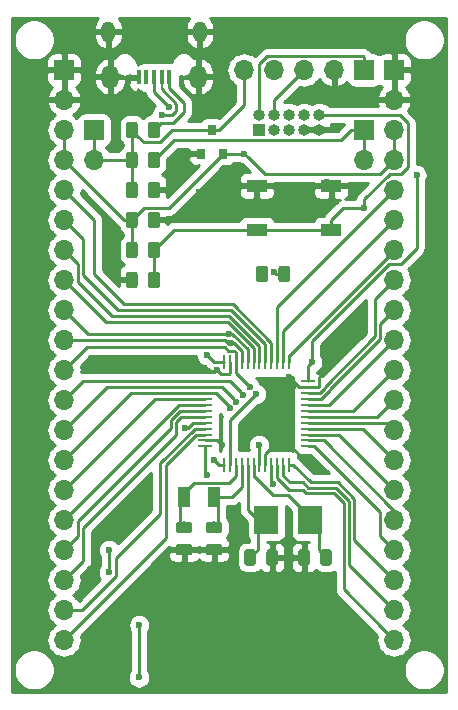
<source format=gbr>
G04 #@! TF.GenerationSoftware,KiCad,Pcbnew,5.1.4*
G04 #@! TF.CreationDate,2019-11-03T23:23:53+01:00*
G04 #@! TF.ProjectId,stm32XxxxCx_board,73746d33-3258-4787-9878-43785f626f61,rev?*
G04 #@! TF.SameCoordinates,Original*
G04 #@! TF.FileFunction,Copper,L1,Top*
G04 #@! TF.FilePolarity,Positive*
%FSLAX46Y46*%
G04 Gerber Fmt 4.6, Leading zero omitted, Abs format (unit mm)*
G04 Created by KiCad (PCBNEW 5.1.4) date 2019-11-03 23:23:53*
%MOMM*%
%LPD*%
G04 APERTURE LIST*
%ADD10O,1.150000X1.800000*%
%ADD11O,1.450000X2.000000*%
%ADD12R,0.450000X1.300000*%
%ADD13R,2.000000X2.400000*%
%ADD14R,1.000000X1.800000*%
%ADD15R,1.800000X1.100000*%
%ADD16C,0.100000*%
%ADD17C,0.975000*%
%ADD18R,1.000000X1.000000*%
%ADD19O,1.000000X1.000000*%
%ADD20O,1.700000X1.700000*%
%ADD21R,1.700000X1.700000*%
%ADD22R,0.800000X0.900000*%
%ADD23R,0.250000X1.300000*%
%ADD24R,1.300000X0.250000*%
%ADD25C,0.600000*%
%ADD26C,0.250000*%
%ADD27C,0.200000*%
%ADD28C,0.254000*%
G04 APERTURE END LIST*
D10*
X140905000Y-52660000D03*
X148655000Y-52660000D03*
D11*
X141055000Y-56460000D03*
X148505000Y-56460000D03*
D12*
X143480000Y-56510000D03*
X144130000Y-56510000D03*
X144780000Y-56510000D03*
X145430000Y-56510000D03*
X146080000Y-56510000D03*
D13*
X154300000Y-93980000D03*
X158000000Y-93980000D03*
D14*
X147340000Y-92075000D03*
X149840000Y-92075000D03*
D15*
X153485000Y-65690000D03*
X153485000Y-69390000D03*
X159785000Y-65690000D03*
X159785000Y-69390000D03*
D16*
G36*
X150340142Y-96003674D02*
G01*
X150363803Y-96007184D01*
X150387007Y-96012996D01*
X150409529Y-96021054D01*
X150431153Y-96031282D01*
X150451670Y-96043579D01*
X150470883Y-96057829D01*
X150488607Y-96073893D01*
X150504671Y-96091617D01*
X150518921Y-96110830D01*
X150531218Y-96131347D01*
X150541446Y-96152971D01*
X150549504Y-96175493D01*
X150555316Y-96198697D01*
X150558826Y-96222358D01*
X150560000Y-96246250D01*
X150560000Y-96733750D01*
X150558826Y-96757642D01*
X150555316Y-96781303D01*
X150549504Y-96804507D01*
X150541446Y-96827029D01*
X150531218Y-96848653D01*
X150518921Y-96869170D01*
X150504671Y-96888383D01*
X150488607Y-96906107D01*
X150470883Y-96922171D01*
X150451670Y-96936421D01*
X150431153Y-96948718D01*
X150409529Y-96958946D01*
X150387007Y-96967004D01*
X150363803Y-96972816D01*
X150340142Y-96976326D01*
X150316250Y-96977500D01*
X149403750Y-96977500D01*
X149379858Y-96976326D01*
X149356197Y-96972816D01*
X149332993Y-96967004D01*
X149310471Y-96958946D01*
X149288847Y-96948718D01*
X149268330Y-96936421D01*
X149249117Y-96922171D01*
X149231393Y-96906107D01*
X149215329Y-96888383D01*
X149201079Y-96869170D01*
X149188782Y-96848653D01*
X149178554Y-96827029D01*
X149170496Y-96804507D01*
X149164684Y-96781303D01*
X149161174Y-96757642D01*
X149160000Y-96733750D01*
X149160000Y-96246250D01*
X149161174Y-96222358D01*
X149164684Y-96198697D01*
X149170496Y-96175493D01*
X149178554Y-96152971D01*
X149188782Y-96131347D01*
X149201079Y-96110830D01*
X149215329Y-96091617D01*
X149231393Y-96073893D01*
X149249117Y-96057829D01*
X149268330Y-96043579D01*
X149288847Y-96031282D01*
X149310471Y-96021054D01*
X149332993Y-96012996D01*
X149356197Y-96007184D01*
X149379858Y-96003674D01*
X149403750Y-96002500D01*
X150316250Y-96002500D01*
X150340142Y-96003674D01*
X150340142Y-96003674D01*
G37*
D17*
X149860000Y-96490000D03*
D16*
G36*
X150340142Y-94128674D02*
G01*
X150363803Y-94132184D01*
X150387007Y-94137996D01*
X150409529Y-94146054D01*
X150431153Y-94156282D01*
X150451670Y-94168579D01*
X150470883Y-94182829D01*
X150488607Y-94198893D01*
X150504671Y-94216617D01*
X150518921Y-94235830D01*
X150531218Y-94256347D01*
X150541446Y-94277971D01*
X150549504Y-94300493D01*
X150555316Y-94323697D01*
X150558826Y-94347358D01*
X150560000Y-94371250D01*
X150560000Y-94858750D01*
X150558826Y-94882642D01*
X150555316Y-94906303D01*
X150549504Y-94929507D01*
X150541446Y-94952029D01*
X150531218Y-94973653D01*
X150518921Y-94994170D01*
X150504671Y-95013383D01*
X150488607Y-95031107D01*
X150470883Y-95047171D01*
X150451670Y-95061421D01*
X150431153Y-95073718D01*
X150409529Y-95083946D01*
X150387007Y-95092004D01*
X150363803Y-95097816D01*
X150340142Y-95101326D01*
X150316250Y-95102500D01*
X149403750Y-95102500D01*
X149379858Y-95101326D01*
X149356197Y-95097816D01*
X149332993Y-95092004D01*
X149310471Y-95083946D01*
X149288847Y-95073718D01*
X149268330Y-95061421D01*
X149249117Y-95047171D01*
X149231393Y-95031107D01*
X149215329Y-95013383D01*
X149201079Y-94994170D01*
X149188782Y-94973653D01*
X149178554Y-94952029D01*
X149170496Y-94929507D01*
X149164684Y-94906303D01*
X149161174Y-94882642D01*
X149160000Y-94858750D01*
X149160000Y-94371250D01*
X149161174Y-94347358D01*
X149164684Y-94323697D01*
X149170496Y-94300493D01*
X149178554Y-94277971D01*
X149188782Y-94256347D01*
X149201079Y-94235830D01*
X149215329Y-94216617D01*
X149231393Y-94198893D01*
X149249117Y-94182829D01*
X149268330Y-94168579D01*
X149288847Y-94156282D01*
X149310471Y-94146054D01*
X149332993Y-94137996D01*
X149356197Y-94132184D01*
X149379858Y-94128674D01*
X149403750Y-94127500D01*
X150316250Y-94127500D01*
X150340142Y-94128674D01*
X150340142Y-94128674D01*
G37*
D17*
X149860000Y-94615000D03*
D16*
G36*
X147800142Y-94128674D02*
G01*
X147823803Y-94132184D01*
X147847007Y-94137996D01*
X147869529Y-94146054D01*
X147891153Y-94156282D01*
X147911670Y-94168579D01*
X147930883Y-94182829D01*
X147948607Y-94198893D01*
X147964671Y-94216617D01*
X147978921Y-94235830D01*
X147991218Y-94256347D01*
X148001446Y-94277971D01*
X148009504Y-94300493D01*
X148015316Y-94323697D01*
X148018826Y-94347358D01*
X148020000Y-94371250D01*
X148020000Y-94858750D01*
X148018826Y-94882642D01*
X148015316Y-94906303D01*
X148009504Y-94929507D01*
X148001446Y-94952029D01*
X147991218Y-94973653D01*
X147978921Y-94994170D01*
X147964671Y-95013383D01*
X147948607Y-95031107D01*
X147930883Y-95047171D01*
X147911670Y-95061421D01*
X147891153Y-95073718D01*
X147869529Y-95083946D01*
X147847007Y-95092004D01*
X147823803Y-95097816D01*
X147800142Y-95101326D01*
X147776250Y-95102500D01*
X146863750Y-95102500D01*
X146839858Y-95101326D01*
X146816197Y-95097816D01*
X146792993Y-95092004D01*
X146770471Y-95083946D01*
X146748847Y-95073718D01*
X146728330Y-95061421D01*
X146709117Y-95047171D01*
X146691393Y-95031107D01*
X146675329Y-95013383D01*
X146661079Y-94994170D01*
X146648782Y-94973653D01*
X146638554Y-94952029D01*
X146630496Y-94929507D01*
X146624684Y-94906303D01*
X146621174Y-94882642D01*
X146620000Y-94858750D01*
X146620000Y-94371250D01*
X146621174Y-94347358D01*
X146624684Y-94323697D01*
X146630496Y-94300493D01*
X146638554Y-94277971D01*
X146648782Y-94256347D01*
X146661079Y-94235830D01*
X146675329Y-94216617D01*
X146691393Y-94198893D01*
X146709117Y-94182829D01*
X146728330Y-94168579D01*
X146748847Y-94156282D01*
X146770471Y-94146054D01*
X146792993Y-94137996D01*
X146816197Y-94132184D01*
X146839858Y-94128674D01*
X146863750Y-94127500D01*
X147776250Y-94127500D01*
X147800142Y-94128674D01*
X147800142Y-94128674D01*
G37*
D17*
X147320000Y-94615000D03*
D16*
G36*
X147800142Y-96003674D02*
G01*
X147823803Y-96007184D01*
X147847007Y-96012996D01*
X147869529Y-96021054D01*
X147891153Y-96031282D01*
X147911670Y-96043579D01*
X147930883Y-96057829D01*
X147948607Y-96073893D01*
X147964671Y-96091617D01*
X147978921Y-96110830D01*
X147991218Y-96131347D01*
X148001446Y-96152971D01*
X148009504Y-96175493D01*
X148015316Y-96198697D01*
X148018826Y-96222358D01*
X148020000Y-96246250D01*
X148020000Y-96733750D01*
X148018826Y-96757642D01*
X148015316Y-96781303D01*
X148009504Y-96804507D01*
X148001446Y-96827029D01*
X147991218Y-96848653D01*
X147978921Y-96869170D01*
X147964671Y-96888383D01*
X147948607Y-96906107D01*
X147930883Y-96922171D01*
X147911670Y-96936421D01*
X147891153Y-96948718D01*
X147869529Y-96958946D01*
X147847007Y-96967004D01*
X147823803Y-96972816D01*
X147800142Y-96976326D01*
X147776250Y-96977500D01*
X146863750Y-96977500D01*
X146839858Y-96976326D01*
X146816197Y-96972816D01*
X146792993Y-96967004D01*
X146770471Y-96958946D01*
X146748847Y-96948718D01*
X146728330Y-96936421D01*
X146709117Y-96922171D01*
X146691393Y-96906107D01*
X146675329Y-96888383D01*
X146661079Y-96869170D01*
X146648782Y-96848653D01*
X146638554Y-96827029D01*
X146630496Y-96804507D01*
X146624684Y-96781303D01*
X146621174Y-96757642D01*
X146620000Y-96733750D01*
X146620000Y-96246250D01*
X146621174Y-96222358D01*
X146624684Y-96198697D01*
X146630496Y-96175493D01*
X146638554Y-96152971D01*
X146648782Y-96131347D01*
X146661079Y-96110830D01*
X146675329Y-96091617D01*
X146691393Y-96073893D01*
X146709117Y-96057829D01*
X146728330Y-96043579D01*
X146748847Y-96031282D01*
X146770471Y-96021054D01*
X146792993Y-96012996D01*
X146816197Y-96007184D01*
X146839858Y-96003674D01*
X146863750Y-96002500D01*
X147776250Y-96002500D01*
X147800142Y-96003674D01*
X147800142Y-96003674D01*
G37*
D17*
X147320000Y-96490000D03*
D16*
G36*
X157747642Y-96456174D02*
G01*
X157771303Y-96459684D01*
X157794507Y-96465496D01*
X157817029Y-96473554D01*
X157838653Y-96483782D01*
X157859170Y-96496079D01*
X157878383Y-96510329D01*
X157896107Y-96526393D01*
X157912171Y-96544117D01*
X157926421Y-96563330D01*
X157938718Y-96583847D01*
X157948946Y-96605471D01*
X157957004Y-96627993D01*
X157962816Y-96651197D01*
X157966326Y-96674858D01*
X157967500Y-96698750D01*
X157967500Y-97611250D01*
X157966326Y-97635142D01*
X157962816Y-97658803D01*
X157957004Y-97682007D01*
X157948946Y-97704529D01*
X157938718Y-97726153D01*
X157926421Y-97746670D01*
X157912171Y-97765883D01*
X157896107Y-97783607D01*
X157878383Y-97799671D01*
X157859170Y-97813921D01*
X157838653Y-97826218D01*
X157817029Y-97836446D01*
X157794507Y-97844504D01*
X157771303Y-97850316D01*
X157747642Y-97853826D01*
X157723750Y-97855000D01*
X157236250Y-97855000D01*
X157212358Y-97853826D01*
X157188697Y-97850316D01*
X157165493Y-97844504D01*
X157142971Y-97836446D01*
X157121347Y-97826218D01*
X157100830Y-97813921D01*
X157081617Y-97799671D01*
X157063893Y-97783607D01*
X157047829Y-97765883D01*
X157033579Y-97746670D01*
X157021282Y-97726153D01*
X157011054Y-97704529D01*
X157002996Y-97682007D01*
X156997184Y-97658803D01*
X156993674Y-97635142D01*
X156992500Y-97611250D01*
X156992500Y-96698750D01*
X156993674Y-96674858D01*
X156997184Y-96651197D01*
X157002996Y-96627993D01*
X157011054Y-96605471D01*
X157021282Y-96583847D01*
X157033579Y-96563330D01*
X157047829Y-96544117D01*
X157063893Y-96526393D01*
X157081617Y-96510329D01*
X157100830Y-96496079D01*
X157121347Y-96483782D01*
X157142971Y-96473554D01*
X157165493Y-96465496D01*
X157188697Y-96459684D01*
X157212358Y-96456174D01*
X157236250Y-96455000D01*
X157723750Y-96455000D01*
X157747642Y-96456174D01*
X157747642Y-96456174D01*
G37*
D17*
X157480000Y-97155000D03*
D16*
G36*
X159622642Y-96456174D02*
G01*
X159646303Y-96459684D01*
X159669507Y-96465496D01*
X159692029Y-96473554D01*
X159713653Y-96483782D01*
X159734170Y-96496079D01*
X159753383Y-96510329D01*
X159771107Y-96526393D01*
X159787171Y-96544117D01*
X159801421Y-96563330D01*
X159813718Y-96583847D01*
X159823946Y-96605471D01*
X159832004Y-96627993D01*
X159837816Y-96651197D01*
X159841326Y-96674858D01*
X159842500Y-96698750D01*
X159842500Y-97611250D01*
X159841326Y-97635142D01*
X159837816Y-97658803D01*
X159832004Y-97682007D01*
X159823946Y-97704529D01*
X159813718Y-97726153D01*
X159801421Y-97746670D01*
X159787171Y-97765883D01*
X159771107Y-97783607D01*
X159753383Y-97799671D01*
X159734170Y-97813921D01*
X159713653Y-97826218D01*
X159692029Y-97836446D01*
X159669507Y-97844504D01*
X159646303Y-97850316D01*
X159622642Y-97853826D01*
X159598750Y-97855000D01*
X159111250Y-97855000D01*
X159087358Y-97853826D01*
X159063697Y-97850316D01*
X159040493Y-97844504D01*
X159017971Y-97836446D01*
X158996347Y-97826218D01*
X158975830Y-97813921D01*
X158956617Y-97799671D01*
X158938893Y-97783607D01*
X158922829Y-97765883D01*
X158908579Y-97746670D01*
X158896282Y-97726153D01*
X158886054Y-97704529D01*
X158877996Y-97682007D01*
X158872184Y-97658803D01*
X158868674Y-97635142D01*
X158867500Y-97611250D01*
X158867500Y-96698750D01*
X158868674Y-96674858D01*
X158872184Y-96651197D01*
X158877996Y-96627993D01*
X158886054Y-96605471D01*
X158896282Y-96583847D01*
X158908579Y-96563330D01*
X158922829Y-96544117D01*
X158938893Y-96526393D01*
X158956617Y-96510329D01*
X158975830Y-96496079D01*
X158996347Y-96483782D01*
X159017971Y-96473554D01*
X159040493Y-96465496D01*
X159063697Y-96459684D01*
X159087358Y-96456174D01*
X159111250Y-96455000D01*
X159598750Y-96455000D01*
X159622642Y-96456174D01*
X159622642Y-96456174D01*
G37*
D17*
X159355000Y-97155000D03*
D16*
G36*
X153175642Y-96456174D02*
G01*
X153199303Y-96459684D01*
X153222507Y-96465496D01*
X153245029Y-96473554D01*
X153266653Y-96483782D01*
X153287170Y-96496079D01*
X153306383Y-96510329D01*
X153324107Y-96526393D01*
X153340171Y-96544117D01*
X153354421Y-96563330D01*
X153366718Y-96583847D01*
X153376946Y-96605471D01*
X153385004Y-96627993D01*
X153390816Y-96651197D01*
X153394326Y-96674858D01*
X153395500Y-96698750D01*
X153395500Y-97611250D01*
X153394326Y-97635142D01*
X153390816Y-97658803D01*
X153385004Y-97682007D01*
X153376946Y-97704529D01*
X153366718Y-97726153D01*
X153354421Y-97746670D01*
X153340171Y-97765883D01*
X153324107Y-97783607D01*
X153306383Y-97799671D01*
X153287170Y-97813921D01*
X153266653Y-97826218D01*
X153245029Y-97836446D01*
X153222507Y-97844504D01*
X153199303Y-97850316D01*
X153175642Y-97853826D01*
X153151750Y-97855000D01*
X152664250Y-97855000D01*
X152640358Y-97853826D01*
X152616697Y-97850316D01*
X152593493Y-97844504D01*
X152570971Y-97836446D01*
X152549347Y-97826218D01*
X152528830Y-97813921D01*
X152509617Y-97799671D01*
X152491893Y-97783607D01*
X152475829Y-97765883D01*
X152461579Y-97746670D01*
X152449282Y-97726153D01*
X152439054Y-97704529D01*
X152430996Y-97682007D01*
X152425184Y-97658803D01*
X152421674Y-97635142D01*
X152420500Y-97611250D01*
X152420500Y-96698750D01*
X152421674Y-96674858D01*
X152425184Y-96651197D01*
X152430996Y-96627993D01*
X152439054Y-96605471D01*
X152449282Y-96583847D01*
X152461579Y-96563330D01*
X152475829Y-96544117D01*
X152491893Y-96526393D01*
X152509617Y-96510329D01*
X152528830Y-96496079D01*
X152549347Y-96483782D01*
X152570971Y-96473554D01*
X152593493Y-96465496D01*
X152616697Y-96459684D01*
X152640358Y-96456174D01*
X152664250Y-96455000D01*
X153151750Y-96455000D01*
X153175642Y-96456174D01*
X153175642Y-96456174D01*
G37*
D17*
X152908000Y-97155000D03*
D16*
G36*
X155050642Y-96456174D02*
G01*
X155074303Y-96459684D01*
X155097507Y-96465496D01*
X155120029Y-96473554D01*
X155141653Y-96483782D01*
X155162170Y-96496079D01*
X155181383Y-96510329D01*
X155199107Y-96526393D01*
X155215171Y-96544117D01*
X155229421Y-96563330D01*
X155241718Y-96583847D01*
X155251946Y-96605471D01*
X155260004Y-96627993D01*
X155265816Y-96651197D01*
X155269326Y-96674858D01*
X155270500Y-96698750D01*
X155270500Y-97611250D01*
X155269326Y-97635142D01*
X155265816Y-97658803D01*
X155260004Y-97682007D01*
X155251946Y-97704529D01*
X155241718Y-97726153D01*
X155229421Y-97746670D01*
X155215171Y-97765883D01*
X155199107Y-97783607D01*
X155181383Y-97799671D01*
X155162170Y-97813921D01*
X155141653Y-97826218D01*
X155120029Y-97836446D01*
X155097507Y-97844504D01*
X155074303Y-97850316D01*
X155050642Y-97853826D01*
X155026750Y-97855000D01*
X154539250Y-97855000D01*
X154515358Y-97853826D01*
X154491697Y-97850316D01*
X154468493Y-97844504D01*
X154445971Y-97836446D01*
X154424347Y-97826218D01*
X154403830Y-97813921D01*
X154384617Y-97799671D01*
X154366893Y-97783607D01*
X154350829Y-97765883D01*
X154336579Y-97746670D01*
X154324282Y-97726153D01*
X154314054Y-97704529D01*
X154305996Y-97682007D01*
X154300184Y-97658803D01*
X154296674Y-97635142D01*
X154295500Y-97611250D01*
X154295500Y-96698750D01*
X154296674Y-96674858D01*
X154300184Y-96651197D01*
X154305996Y-96627993D01*
X154314054Y-96605471D01*
X154324282Y-96583847D01*
X154336579Y-96563330D01*
X154350829Y-96544117D01*
X154366893Y-96526393D01*
X154384617Y-96510329D01*
X154403830Y-96496079D01*
X154424347Y-96483782D01*
X154445971Y-96473554D01*
X154468493Y-96465496D01*
X154491697Y-96459684D01*
X154515358Y-96456174D01*
X154539250Y-96455000D01*
X155026750Y-96455000D01*
X155050642Y-96456174D01*
X155050642Y-96456174D01*
G37*
D17*
X154783000Y-97155000D03*
D18*
X153670000Y-60960000D03*
D19*
X153670000Y-59690000D03*
X154940000Y-60960000D03*
X154940000Y-59690000D03*
X156210000Y-60960000D03*
X156210000Y-59690000D03*
X157480000Y-60960000D03*
X157480000Y-59690000D03*
X158750000Y-60960000D03*
X158750000Y-59690000D03*
D16*
G36*
X156066642Y-72453174D02*
G01*
X156090303Y-72456684D01*
X156113507Y-72462496D01*
X156136029Y-72470554D01*
X156157653Y-72480782D01*
X156178170Y-72493079D01*
X156197383Y-72507329D01*
X156215107Y-72523393D01*
X156231171Y-72541117D01*
X156245421Y-72560330D01*
X156257718Y-72580847D01*
X156267946Y-72602471D01*
X156276004Y-72624993D01*
X156281816Y-72648197D01*
X156285326Y-72671858D01*
X156286500Y-72695750D01*
X156286500Y-73608250D01*
X156285326Y-73632142D01*
X156281816Y-73655803D01*
X156276004Y-73679007D01*
X156267946Y-73701529D01*
X156257718Y-73723153D01*
X156245421Y-73743670D01*
X156231171Y-73762883D01*
X156215107Y-73780607D01*
X156197383Y-73796671D01*
X156178170Y-73810921D01*
X156157653Y-73823218D01*
X156136029Y-73833446D01*
X156113507Y-73841504D01*
X156090303Y-73847316D01*
X156066642Y-73850826D01*
X156042750Y-73852000D01*
X155555250Y-73852000D01*
X155531358Y-73850826D01*
X155507697Y-73847316D01*
X155484493Y-73841504D01*
X155461971Y-73833446D01*
X155440347Y-73823218D01*
X155419830Y-73810921D01*
X155400617Y-73796671D01*
X155382893Y-73780607D01*
X155366829Y-73762883D01*
X155352579Y-73743670D01*
X155340282Y-73723153D01*
X155330054Y-73701529D01*
X155321996Y-73679007D01*
X155316184Y-73655803D01*
X155312674Y-73632142D01*
X155311500Y-73608250D01*
X155311500Y-72695750D01*
X155312674Y-72671858D01*
X155316184Y-72648197D01*
X155321996Y-72624993D01*
X155330054Y-72602471D01*
X155340282Y-72580847D01*
X155352579Y-72560330D01*
X155366829Y-72541117D01*
X155382893Y-72523393D01*
X155400617Y-72507329D01*
X155419830Y-72493079D01*
X155440347Y-72480782D01*
X155461971Y-72470554D01*
X155484493Y-72462496D01*
X155507697Y-72456684D01*
X155531358Y-72453174D01*
X155555250Y-72452000D01*
X156042750Y-72452000D01*
X156066642Y-72453174D01*
X156066642Y-72453174D01*
G37*
D17*
X155799000Y-73152000D03*
D16*
G36*
X154191642Y-72453174D02*
G01*
X154215303Y-72456684D01*
X154238507Y-72462496D01*
X154261029Y-72470554D01*
X154282653Y-72480782D01*
X154303170Y-72493079D01*
X154322383Y-72507329D01*
X154340107Y-72523393D01*
X154356171Y-72541117D01*
X154370421Y-72560330D01*
X154382718Y-72580847D01*
X154392946Y-72602471D01*
X154401004Y-72624993D01*
X154406816Y-72648197D01*
X154410326Y-72671858D01*
X154411500Y-72695750D01*
X154411500Y-73608250D01*
X154410326Y-73632142D01*
X154406816Y-73655803D01*
X154401004Y-73679007D01*
X154392946Y-73701529D01*
X154382718Y-73723153D01*
X154370421Y-73743670D01*
X154356171Y-73762883D01*
X154340107Y-73780607D01*
X154322383Y-73796671D01*
X154303170Y-73810921D01*
X154282653Y-73823218D01*
X154261029Y-73833446D01*
X154238507Y-73841504D01*
X154215303Y-73847316D01*
X154191642Y-73850826D01*
X154167750Y-73852000D01*
X153680250Y-73852000D01*
X153656358Y-73850826D01*
X153632697Y-73847316D01*
X153609493Y-73841504D01*
X153586971Y-73833446D01*
X153565347Y-73823218D01*
X153544830Y-73810921D01*
X153525617Y-73796671D01*
X153507893Y-73780607D01*
X153491829Y-73762883D01*
X153477579Y-73743670D01*
X153465282Y-73723153D01*
X153455054Y-73701529D01*
X153446996Y-73679007D01*
X153441184Y-73655803D01*
X153437674Y-73632142D01*
X153436500Y-73608250D01*
X153436500Y-72695750D01*
X153437674Y-72671858D01*
X153441184Y-72648197D01*
X153446996Y-72624993D01*
X153455054Y-72602471D01*
X153465282Y-72580847D01*
X153477579Y-72560330D01*
X153491829Y-72541117D01*
X153507893Y-72523393D01*
X153525617Y-72507329D01*
X153544830Y-72493079D01*
X153565347Y-72480782D01*
X153586971Y-72470554D01*
X153609493Y-72462496D01*
X153632697Y-72456684D01*
X153656358Y-72453174D01*
X153680250Y-72452000D01*
X154167750Y-72452000D01*
X154191642Y-72453174D01*
X154191642Y-72453174D01*
G37*
D17*
X153924000Y-73152000D03*
D16*
G36*
X143172142Y-65341174D02*
G01*
X143195803Y-65344684D01*
X143219007Y-65350496D01*
X143241529Y-65358554D01*
X143263153Y-65368782D01*
X143283670Y-65381079D01*
X143302883Y-65395329D01*
X143320607Y-65411393D01*
X143336671Y-65429117D01*
X143350921Y-65448330D01*
X143363218Y-65468847D01*
X143373446Y-65490471D01*
X143381504Y-65512993D01*
X143387316Y-65536197D01*
X143390826Y-65559858D01*
X143392000Y-65583750D01*
X143392000Y-66496250D01*
X143390826Y-66520142D01*
X143387316Y-66543803D01*
X143381504Y-66567007D01*
X143373446Y-66589529D01*
X143363218Y-66611153D01*
X143350921Y-66631670D01*
X143336671Y-66650883D01*
X143320607Y-66668607D01*
X143302883Y-66684671D01*
X143283670Y-66698921D01*
X143263153Y-66711218D01*
X143241529Y-66721446D01*
X143219007Y-66729504D01*
X143195803Y-66735316D01*
X143172142Y-66738826D01*
X143148250Y-66740000D01*
X142660750Y-66740000D01*
X142636858Y-66738826D01*
X142613197Y-66735316D01*
X142589993Y-66729504D01*
X142567471Y-66721446D01*
X142545847Y-66711218D01*
X142525330Y-66698921D01*
X142506117Y-66684671D01*
X142488393Y-66668607D01*
X142472329Y-66650883D01*
X142458079Y-66631670D01*
X142445782Y-66611153D01*
X142435554Y-66589529D01*
X142427496Y-66567007D01*
X142421684Y-66543803D01*
X142418174Y-66520142D01*
X142417000Y-66496250D01*
X142417000Y-65583750D01*
X142418174Y-65559858D01*
X142421684Y-65536197D01*
X142427496Y-65512993D01*
X142435554Y-65490471D01*
X142445782Y-65468847D01*
X142458079Y-65448330D01*
X142472329Y-65429117D01*
X142488393Y-65411393D01*
X142506117Y-65395329D01*
X142525330Y-65381079D01*
X142545847Y-65368782D01*
X142567471Y-65358554D01*
X142589993Y-65350496D01*
X142613197Y-65344684D01*
X142636858Y-65341174D01*
X142660750Y-65340000D01*
X143148250Y-65340000D01*
X143172142Y-65341174D01*
X143172142Y-65341174D01*
G37*
D17*
X142904500Y-66040000D03*
D16*
G36*
X145047142Y-65341174D02*
G01*
X145070803Y-65344684D01*
X145094007Y-65350496D01*
X145116529Y-65358554D01*
X145138153Y-65368782D01*
X145158670Y-65381079D01*
X145177883Y-65395329D01*
X145195607Y-65411393D01*
X145211671Y-65429117D01*
X145225921Y-65448330D01*
X145238218Y-65468847D01*
X145248446Y-65490471D01*
X145256504Y-65512993D01*
X145262316Y-65536197D01*
X145265826Y-65559858D01*
X145267000Y-65583750D01*
X145267000Y-66496250D01*
X145265826Y-66520142D01*
X145262316Y-66543803D01*
X145256504Y-66567007D01*
X145248446Y-66589529D01*
X145238218Y-66611153D01*
X145225921Y-66631670D01*
X145211671Y-66650883D01*
X145195607Y-66668607D01*
X145177883Y-66684671D01*
X145158670Y-66698921D01*
X145138153Y-66711218D01*
X145116529Y-66721446D01*
X145094007Y-66729504D01*
X145070803Y-66735316D01*
X145047142Y-66738826D01*
X145023250Y-66740000D01*
X144535750Y-66740000D01*
X144511858Y-66738826D01*
X144488197Y-66735316D01*
X144464993Y-66729504D01*
X144442471Y-66721446D01*
X144420847Y-66711218D01*
X144400330Y-66698921D01*
X144381117Y-66684671D01*
X144363393Y-66668607D01*
X144347329Y-66650883D01*
X144333079Y-66631670D01*
X144320782Y-66611153D01*
X144310554Y-66589529D01*
X144302496Y-66567007D01*
X144296684Y-66543803D01*
X144293174Y-66520142D01*
X144292000Y-66496250D01*
X144292000Y-65583750D01*
X144293174Y-65559858D01*
X144296684Y-65536197D01*
X144302496Y-65512993D01*
X144310554Y-65490471D01*
X144320782Y-65468847D01*
X144333079Y-65448330D01*
X144347329Y-65429117D01*
X144363393Y-65411393D01*
X144381117Y-65395329D01*
X144400330Y-65381079D01*
X144420847Y-65368782D01*
X144442471Y-65358554D01*
X144464993Y-65350496D01*
X144488197Y-65344684D01*
X144511858Y-65341174D01*
X144535750Y-65340000D01*
X145023250Y-65340000D01*
X145047142Y-65341174D01*
X145047142Y-65341174D01*
G37*
D17*
X144779500Y-66040000D03*
D16*
G36*
X145047142Y-67881174D02*
G01*
X145070803Y-67884684D01*
X145094007Y-67890496D01*
X145116529Y-67898554D01*
X145138153Y-67908782D01*
X145158670Y-67921079D01*
X145177883Y-67935329D01*
X145195607Y-67951393D01*
X145211671Y-67969117D01*
X145225921Y-67988330D01*
X145238218Y-68008847D01*
X145248446Y-68030471D01*
X145256504Y-68052993D01*
X145262316Y-68076197D01*
X145265826Y-68099858D01*
X145267000Y-68123750D01*
X145267000Y-69036250D01*
X145265826Y-69060142D01*
X145262316Y-69083803D01*
X145256504Y-69107007D01*
X145248446Y-69129529D01*
X145238218Y-69151153D01*
X145225921Y-69171670D01*
X145211671Y-69190883D01*
X145195607Y-69208607D01*
X145177883Y-69224671D01*
X145158670Y-69238921D01*
X145138153Y-69251218D01*
X145116529Y-69261446D01*
X145094007Y-69269504D01*
X145070803Y-69275316D01*
X145047142Y-69278826D01*
X145023250Y-69280000D01*
X144535750Y-69280000D01*
X144511858Y-69278826D01*
X144488197Y-69275316D01*
X144464993Y-69269504D01*
X144442471Y-69261446D01*
X144420847Y-69251218D01*
X144400330Y-69238921D01*
X144381117Y-69224671D01*
X144363393Y-69208607D01*
X144347329Y-69190883D01*
X144333079Y-69171670D01*
X144320782Y-69151153D01*
X144310554Y-69129529D01*
X144302496Y-69107007D01*
X144296684Y-69083803D01*
X144293174Y-69060142D01*
X144292000Y-69036250D01*
X144292000Y-68123750D01*
X144293174Y-68099858D01*
X144296684Y-68076197D01*
X144302496Y-68052993D01*
X144310554Y-68030471D01*
X144320782Y-68008847D01*
X144333079Y-67988330D01*
X144347329Y-67969117D01*
X144363393Y-67951393D01*
X144381117Y-67935329D01*
X144400330Y-67921079D01*
X144420847Y-67908782D01*
X144442471Y-67898554D01*
X144464993Y-67890496D01*
X144488197Y-67884684D01*
X144511858Y-67881174D01*
X144535750Y-67880000D01*
X145023250Y-67880000D01*
X145047142Y-67881174D01*
X145047142Y-67881174D01*
G37*
D17*
X144779500Y-68580000D03*
D16*
G36*
X143172142Y-67881174D02*
G01*
X143195803Y-67884684D01*
X143219007Y-67890496D01*
X143241529Y-67898554D01*
X143263153Y-67908782D01*
X143283670Y-67921079D01*
X143302883Y-67935329D01*
X143320607Y-67951393D01*
X143336671Y-67969117D01*
X143350921Y-67988330D01*
X143363218Y-68008847D01*
X143373446Y-68030471D01*
X143381504Y-68052993D01*
X143387316Y-68076197D01*
X143390826Y-68099858D01*
X143392000Y-68123750D01*
X143392000Y-69036250D01*
X143390826Y-69060142D01*
X143387316Y-69083803D01*
X143381504Y-69107007D01*
X143373446Y-69129529D01*
X143363218Y-69151153D01*
X143350921Y-69171670D01*
X143336671Y-69190883D01*
X143320607Y-69208607D01*
X143302883Y-69224671D01*
X143283670Y-69238921D01*
X143263153Y-69251218D01*
X143241529Y-69261446D01*
X143219007Y-69269504D01*
X143195803Y-69275316D01*
X143172142Y-69278826D01*
X143148250Y-69280000D01*
X142660750Y-69280000D01*
X142636858Y-69278826D01*
X142613197Y-69275316D01*
X142589993Y-69269504D01*
X142567471Y-69261446D01*
X142545847Y-69251218D01*
X142525330Y-69238921D01*
X142506117Y-69224671D01*
X142488393Y-69208607D01*
X142472329Y-69190883D01*
X142458079Y-69171670D01*
X142445782Y-69151153D01*
X142435554Y-69129529D01*
X142427496Y-69107007D01*
X142421684Y-69083803D01*
X142418174Y-69060142D01*
X142417000Y-69036250D01*
X142417000Y-68123750D01*
X142418174Y-68099858D01*
X142421684Y-68076197D01*
X142427496Y-68052993D01*
X142435554Y-68030471D01*
X142445782Y-68008847D01*
X142458079Y-67988330D01*
X142472329Y-67969117D01*
X142488393Y-67951393D01*
X142506117Y-67935329D01*
X142525330Y-67921079D01*
X142545847Y-67908782D01*
X142567471Y-67898554D01*
X142589993Y-67890496D01*
X142613197Y-67884684D01*
X142636858Y-67881174D01*
X142660750Y-67880000D01*
X143148250Y-67880000D01*
X143172142Y-67881174D01*
X143172142Y-67881174D01*
G37*
D17*
X142904500Y-68580000D03*
D16*
G36*
X143172142Y-72961174D02*
G01*
X143195803Y-72964684D01*
X143219007Y-72970496D01*
X143241529Y-72978554D01*
X143263153Y-72988782D01*
X143283670Y-73001079D01*
X143302883Y-73015329D01*
X143320607Y-73031393D01*
X143336671Y-73049117D01*
X143350921Y-73068330D01*
X143363218Y-73088847D01*
X143373446Y-73110471D01*
X143381504Y-73132993D01*
X143387316Y-73156197D01*
X143390826Y-73179858D01*
X143392000Y-73203750D01*
X143392000Y-74116250D01*
X143390826Y-74140142D01*
X143387316Y-74163803D01*
X143381504Y-74187007D01*
X143373446Y-74209529D01*
X143363218Y-74231153D01*
X143350921Y-74251670D01*
X143336671Y-74270883D01*
X143320607Y-74288607D01*
X143302883Y-74304671D01*
X143283670Y-74318921D01*
X143263153Y-74331218D01*
X143241529Y-74341446D01*
X143219007Y-74349504D01*
X143195803Y-74355316D01*
X143172142Y-74358826D01*
X143148250Y-74360000D01*
X142660750Y-74360000D01*
X142636858Y-74358826D01*
X142613197Y-74355316D01*
X142589993Y-74349504D01*
X142567471Y-74341446D01*
X142545847Y-74331218D01*
X142525330Y-74318921D01*
X142506117Y-74304671D01*
X142488393Y-74288607D01*
X142472329Y-74270883D01*
X142458079Y-74251670D01*
X142445782Y-74231153D01*
X142435554Y-74209529D01*
X142427496Y-74187007D01*
X142421684Y-74163803D01*
X142418174Y-74140142D01*
X142417000Y-74116250D01*
X142417000Y-73203750D01*
X142418174Y-73179858D01*
X142421684Y-73156197D01*
X142427496Y-73132993D01*
X142435554Y-73110471D01*
X142445782Y-73088847D01*
X142458079Y-73068330D01*
X142472329Y-73049117D01*
X142488393Y-73031393D01*
X142506117Y-73015329D01*
X142525330Y-73001079D01*
X142545847Y-72988782D01*
X142567471Y-72978554D01*
X142589993Y-72970496D01*
X142613197Y-72964684D01*
X142636858Y-72961174D01*
X142660750Y-72960000D01*
X143148250Y-72960000D01*
X143172142Y-72961174D01*
X143172142Y-72961174D01*
G37*
D17*
X142904500Y-73660000D03*
D16*
G36*
X145047142Y-72961174D02*
G01*
X145070803Y-72964684D01*
X145094007Y-72970496D01*
X145116529Y-72978554D01*
X145138153Y-72988782D01*
X145158670Y-73001079D01*
X145177883Y-73015329D01*
X145195607Y-73031393D01*
X145211671Y-73049117D01*
X145225921Y-73068330D01*
X145238218Y-73088847D01*
X145248446Y-73110471D01*
X145256504Y-73132993D01*
X145262316Y-73156197D01*
X145265826Y-73179858D01*
X145267000Y-73203750D01*
X145267000Y-74116250D01*
X145265826Y-74140142D01*
X145262316Y-74163803D01*
X145256504Y-74187007D01*
X145248446Y-74209529D01*
X145238218Y-74231153D01*
X145225921Y-74251670D01*
X145211671Y-74270883D01*
X145195607Y-74288607D01*
X145177883Y-74304671D01*
X145158670Y-74318921D01*
X145138153Y-74331218D01*
X145116529Y-74341446D01*
X145094007Y-74349504D01*
X145070803Y-74355316D01*
X145047142Y-74358826D01*
X145023250Y-74360000D01*
X144535750Y-74360000D01*
X144511858Y-74358826D01*
X144488197Y-74355316D01*
X144464993Y-74349504D01*
X144442471Y-74341446D01*
X144420847Y-74331218D01*
X144400330Y-74318921D01*
X144381117Y-74304671D01*
X144363393Y-74288607D01*
X144347329Y-74270883D01*
X144333079Y-74251670D01*
X144320782Y-74231153D01*
X144310554Y-74209529D01*
X144302496Y-74187007D01*
X144296684Y-74163803D01*
X144293174Y-74140142D01*
X144292000Y-74116250D01*
X144292000Y-73203750D01*
X144293174Y-73179858D01*
X144296684Y-73156197D01*
X144302496Y-73132993D01*
X144310554Y-73110471D01*
X144320782Y-73088847D01*
X144333079Y-73068330D01*
X144347329Y-73049117D01*
X144363393Y-73031393D01*
X144381117Y-73015329D01*
X144400330Y-73001079D01*
X144420847Y-72988782D01*
X144442471Y-72978554D01*
X144464993Y-72970496D01*
X144488197Y-72964684D01*
X144511858Y-72961174D01*
X144535750Y-72960000D01*
X145023250Y-72960000D01*
X145047142Y-72961174D01*
X145047142Y-72961174D01*
G37*
D17*
X144779500Y-73660000D03*
D16*
G36*
X143172142Y-70421174D02*
G01*
X143195803Y-70424684D01*
X143219007Y-70430496D01*
X143241529Y-70438554D01*
X143263153Y-70448782D01*
X143283670Y-70461079D01*
X143302883Y-70475329D01*
X143320607Y-70491393D01*
X143336671Y-70509117D01*
X143350921Y-70528330D01*
X143363218Y-70548847D01*
X143373446Y-70570471D01*
X143381504Y-70592993D01*
X143387316Y-70616197D01*
X143390826Y-70639858D01*
X143392000Y-70663750D01*
X143392000Y-71576250D01*
X143390826Y-71600142D01*
X143387316Y-71623803D01*
X143381504Y-71647007D01*
X143373446Y-71669529D01*
X143363218Y-71691153D01*
X143350921Y-71711670D01*
X143336671Y-71730883D01*
X143320607Y-71748607D01*
X143302883Y-71764671D01*
X143283670Y-71778921D01*
X143263153Y-71791218D01*
X143241529Y-71801446D01*
X143219007Y-71809504D01*
X143195803Y-71815316D01*
X143172142Y-71818826D01*
X143148250Y-71820000D01*
X142660750Y-71820000D01*
X142636858Y-71818826D01*
X142613197Y-71815316D01*
X142589993Y-71809504D01*
X142567471Y-71801446D01*
X142545847Y-71791218D01*
X142525330Y-71778921D01*
X142506117Y-71764671D01*
X142488393Y-71748607D01*
X142472329Y-71730883D01*
X142458079Y-71711670D01*
X142445782Y-71691153D01*
X142435554Y-71669529D01*
X142427496Y-71647007D01*
X142421684Y-71623803D01*
X142418174Y-71600142D01*
X142417000Y-71576250D01*
X142417000Y-70663750D01*
X142418174Y-70639858D01*
X142421684Y-70616197D01*
X142427496Y-70592993D01*
X142435554Y-70570471D01*
X142445782Y-70548847D01*
X142458079Y-70528330D01*
X142472329Y-70509117D01*
X142488393Y-70491393D01*
X142506117Y-70475329D01*
X142525330Y-70461079D01*
X142545847Y-70448782D01*
X142567471Y-70438554D01*
X142589993Y-70430496D01*
X142613197Y-70424684D01*
X142636858Y-70421174D01*
X142660750Y-70420000D01*
X143148250Y-70420000D01*
X143172142Y-70421174D01*
X143172142Y-70421174D01*
G37*
D17*
X142904500Y-71120000D03*
D16*
G36*
X145047142Y-70421174D02*
G01*
X145070803Y-70424684D01*
X145094007Y-70430496D01*
X145116529Y-70438554D01*
X145138153Y-70448782D01*
X145158670Y-70461079D01*
X145177883Y-70475329D01*
X145195607Y-70491393D01*
X145211671Y-70509117D01*
X145225921Y-70528330D01*
X145238218Y-70548847D01*
X145248446Y-70570471D01*
X145256504Y-70592993D01*
X145262316Y-70616197D01*
X145265826Y-70639858D01*
X145267000Y-70663750D01*
X145267000Y-71576250D01*
X145265826Y-71600142D01*
X145262316Y-71623803D01*
X145256504Y-71647007D01*
X145248446Y-71669529D01*
X145238218Y-71691153D01*
X145225921Y-71711670D01*
X145211671Y-71730883D01*
X145195607Y-71748607D01*
X145177883Y-71764671D01*
X145158670Y-71778921D01*
X145138153Y-71791218D01*
X145116529Y-71801446D01*
X145094007Y-71809504D01*
X145070803Y-71815316D01*
X145047142Y-71818826D01*
X145023250Y-71820000D01*
X144535750Y-71820000D01*
X144511858Y-71818826D01*
X144488197Y-71815316D01*
X144464993Y-71809504D01*
X144442471Y-71801446D01*
X144420847Y-71791218D01*
X144400330Y-71778921D01*
X144381117Y-71764671D01*
X144363393Y-71748607D01*
X144347329Y-71730883D01*
X144333079Y-71711670D01*
X144320782Y-71691153D01*
X144310554Y-71669529D01*
X144302496Y-71647007D01*
X144296684Y-71623803D01*
X144293174Y-71600142D01*
X144292000Y-71576250D01*
X144292000Y-70663750D01*
X144293174Y-70639858D01*
X144296684Y-70616197D01*
X144302496Y-70592993D01*
X144310554Y-70570471D01*
X144320782Y-70548847D01*
X144333079Y-70528330D01*
X144347329Y-70509117D01*
X144363393Y-70491393D01*
X144381117Y-70475329D01*
X144400330Y-70461079D01*
X144420847Y-70448782D01*
X144442471Y-70438554D01*
X144464993Y-70430496D01*
X144488197Y-70424684D01*
X144511858Y-70421174D01*
X144535750Y-70420000D01*
X145023250Y-70420000D01*
X145047142Y-70421174D01*
X145047142Y-70421174D01*
G37*
D17*
X144779500Y-71120000D03*
D20*
X139700000Y-63500000D03*
D21*
X139700000Y-60960000D03*
X162560000Y-60960000D03*
D20*
X162560000Y-63500000D03*
D21*
X162560000Y-55880000D03*
D20*
X160020000Y-55880000D03*
X157480000Y-55880000D03*
X154940000Y-55880000D03*
X152400000Y-55880000D03*
D16*
G36*
X145047142Y-60261174D02*
G01*
X145070803Y-60264684D01*
X145094007Y-60270496D01*
X145116529Y-60278554D01*
X145138153Y-60288782D01*
X145158670Y-60301079D01*
X145177883Y-60315329D01*
X145195607Y-60331393D01*
X145211671Y-60349117D01*
X145225921Y-60368330D01*
X145238218Y-60388847D01*
X145248446Y-60410471D01*
X145256504Y-60432993D01*
X145262316Y-60456197D01*
X145265826Y-60479858D01*
X145267000Y-60503750D01*
X145267000Y-61416250D01*
X145265826Y-61440142D01*
X145262316Y-61463803D01*
X145256504Y-61487007D01*
X145248446Y-61509529D01*
X145238218Y-61531153D01*
X145225921Y-61551670D01*
X145211671Y-61570883D01*
X145195607Y-61588607D01*
X145177883Y-61604671D01*
X145158670Y-61618921D01*
X145138153Y-61631218D01*
X145116529Y-61641446D01*
X145094007Y-61649504D01*
X145070803Y-61655316D01*
X145047142Y-61658826D01*
X145023250Y-61660000D01*
X144535750Y-61660000D01*
X144511858Y-61658826D01*
X144488197Y-61655316D01*
X144464993Y-61649504D01*
X144442471Y-61641446D01*
X144420847Y-61631218D01*
X144400330Y-61618921D01*
X144381117Y-61604671D01*
X144363393Y-61588607D01*
X144347329Y-61570883D01*
X144333079Y-61551670D01*
X144320782Y-61531153D01*
X144310554Y-61509529D01*
X144302496Y-61487007D01*
X144296684Y-61463803D01*
X144293174Y-61440142D01*
X144292000Y-61416250D01*
X144292000Y-60503750D01*
X144293174Y-60479858D01*
X144296684Y-60456197D01*
X144302496Y-60432993D01*
X144310554Y-60410471D01*
X144320782Y-60388847D01*
X144333079Y-60368330D01*
X144347329Y-60349117D01*
X144363393Y-60331393D01*
X144381117Y-60315329D01*
X144400330Y-60301079D01*
X144420847Y-60288782D01*
X144442471Y-60278554D01*
X144464993Y-60270496D01*
X144488197Y-60264684D01*
X144511858Y-60261174D01*
X144535750Y-60260000D01*
X145023250Y-60260000D01*
X145047142Y-60261174D01*
X145047142Y-60261174D01*
G37*
D17*
X144779500Y-60960000D03*
D16*
G36*
X143172142Y-60261174D02*
G01*
X143195803Y-60264684D01*
X143219007Y-60270496D01*
X143241529Y-60278554D01*
X143263153Y-60288782D01*
X143283670Y-60301079D01*
X143302883Y-60315329D01*
X143320607Y-60331393D01*
X143336671Y-60349117D01*
X143350921Y-60368330D01*
X143363218Y-60388847D01*
X143373446Y-60410471D01*
X143381504Y-60432993D01*
X143387316Y-60456197D01*
X143390826Y-60479858D01*
X143392000Y-60503750D01*
X143392000Y-61416250D01*
X143390826Y-61440142D01*
X143387316Y-61463803D01*
X143381504Y-61487007D01*
X143373446Y-61509529D01*
X143363218Y-61531153D01*
X143350921Y-61551670D01*
X143336671Y-61570883D01*
X143320607Y-61588607D01*
X143302883Y-61604671D01*
X143283670Y-61618921D01*
X143263153Y-61631218D01*
X143241529Y-61641446D01*
X143219007Y-61649504D01*
X143195803Y-61655316D01*
X143172142Y-61658826D01*
X143148250Y-61660000D01*
X142660750Y-61660000D01*
X142636858Y-61658826D01*
X142613197Y-61655316D01*
X142589993Y-61649504D01*
X142567471Y-61641446D01*
X142545847Y-61631218D01*
X142525330Y-61618921D01*
X142506117Y-61604671D01*
X142488393Y-61588607D01*
X142472329Y-61570883D01*
X142458079Y-61551670D01*
X142445782Y-61531153D01*
X142435554Y-61509529D01*
X142427496Y-61487007D01*
X142421684Y-61463803D01*
X142418174Y-61440142D01*
X142417000Y-61416250D01*
X142417000Y-60503750D01*
X142418174Y-60479858D01*
X142421684Y-60456197D01*
X142427496Y-60432993D01*
X142435554Y-60410471D01*
X142445782Y-60388847D01*
X142458079Y-60368330D01*
X142472329Y-60349117D01*
X142488393Y-60331393D01*
X142506117Y-60315329D01*
X142525330Y-60301079D01*
X142545847Y-60288782D01*
X142567471Y-60278554D01*
X142589993Y-60270496D01*
X142613197Y-60264684D01*
X142636858Y-60261174D01*
X142660750Y-60260000D01*
X143148250Y-60260000D01*
X143172142Y-60261174D01*
X143172142Y-60261174D01*
G37*
D17*
X142904500Y-60960000D03*
D16*
G36*
X143172142Y-62801174D02*
G01*
X143195803Y-62804684D01*
X143219007Y-62810496D01*
X143241529Y-62818554D01*
X143263153Y-62828782D01*
X143283670Y-62841079D01*
X143302883Y-62855329D01*
X143320607Y-62871393D01*
X143336671Y-62889117D01*
X143350921Y-62908330D01*
X143363218Y-62928847D01*
X143373446Y-62950471D01*
X143381504Y-62972993D01*
X143387316Y-62996197D01*
X143390826Y-63019858D01*
X143392000Y-63043750D01*
X143392000Y-63956250D01*
X143390826Y-63980142D01*
X143387316Y-64003803D01*
X143381504Y-64027007D01*
X143373446Y-64049529D01*
X143363218Y-64071153D01*
X143350921Y-64091670D01*
X143336671Y-64110883D01*
X143320607Y-64128607D01*
X143302883Y-64144671D01*
X143283670Y-64158921D01*
X143263153Y-64171218D01*
X143241529Y-64181446D01*
X143219007Y-64189504D01*
X143195803Y-64195316D01*
X143172142Y-64198826D01*
X143148250Y-64200000D01*
X142660750Y-64200000D01*
X142636858Y-64198826D01*
X142613197Y-64195316D01*
X142589993Y-64189504D01*
X142567471Y-64181446D01*
X142545847Y-64171218D01*
X142525330Y-64158921D01*
X142506117Y-64144671D01*
X142488393Y-64128607D01*
X142472329Y-64110883D01*
X142458079Y-64091670D01*
X142445782Y-64071153D01*
X142435554Y-64049529D01*
X142427496Y-64027007D01*
X142421684Y-64003803D01*
X142418174Y-63980142D01*
X142417000Y-63956250D01*
X142417000Y-63043750D01*
X142418174Y-63019858D01*
X142421684Y-62996197D01*
X142427496Y-62972993D01*
X142435554Y-62950471D01*
X142445782Y-62928847D01*
X142458079Y-62908330D01*
X142472329Y-62889117D01*
X142488393Y-62871393D01*
X142506117Y-62855329D01*
X142525330Y-62841079D01*
X142545847Y-62828782D01*
X142567471Y-62818554D01*
X142589993Y-62810496D01*
X142613197Y-62804684D01*
X142636858Y-62801174D01*
X142660750Y-62800000D01*
X143148250Y-62800000D01*
X143172142Y-62801174D01*
X143172142Y-62801174D01*
G37*
D17*
X142904500Y-63500000D03*
D16*
G36*
X145047142Y-62801174D02*
G01*
X145070803Y-62804684D01*
X145094007Y-62810496D01*
X145116529Y-62818554D01*
X145138153Y-62828782D01*
X145158670Y-62841079D01*
X145177883Y-62855329D01*
X145195607Y-62871393D01*
X145211671Y-62889117D01*
X145225921Y-62908330D01*
X145238218Y-62928847D01*
X145248446Y-62950471D01*
X145256504Y-62972993D01*
X145262316Y-62996197D01*
X145265826Y-63019858D01*
X145267000Y-63043750D01*
X145267000Y-63956250D01*
X145265826Y-63980142D01*
X145262316Y-64003803D01*
X145256504Y-64027007D01*
X145248446Y-64049529D01*
X145238218Y-64071153D01*
X145225921Y-64091670D01*
X145211671Y-64110883D01*
X145195607Y-64128607D01*
X145177883Y-64144671D01*
X145158670Y-64158921D01*
X145138153Y-64171218D01*
X145116529Y-64181446D01*
X145094007Y-64189504D01*
X145070803Y-64195316D01*
X145047142Y-64198826D01*
X145023250Y-64200000D01*
X144535750Y-64200000D01*
X144511858Y-64198826D01*
X144488197Y-64195316D01*
X144464993Y-64189504D01*
X144442471Y-64181446D01*
X144420847Y-64171218D01*
X144400330Y-64158921D01*
X144381117Y-64144671D01*
X144363393Y-64128607D01*
X144347329Y-64110883D01*
X144333079Y-64091670D01*
X144320782Y-64071153D01*
X144310554Y-64049529D01*
X144302496Y-64027007D01*
X144296684Y-64003803D01*
X144293174Y-63980142D01*
X144292000Y-63956250D01*
X144292000Y-63043750D01*
X144293174Y-63019858D01*
X144296684Y-62996197D01*
X144302496Y-62972993D01*
X144310554Y-62950471D01*
X144320782Y-62928847D01*
X144333079Y-62908330D01*
X144347329Y-62889117D01*
X144363393Y-62871393D01*
X144381117Y-62855329D01*
X144400330Y-62841079D01*
X144420847Y-62828782D01*
X144442471Y-62818554D01*
X144464993Y-62810496D01*
X144488197Y-62804684D01*
X144511858Y-62801174D01*
X144535750Y-62800000D01*
X145023250Y-62800000D01*
X145047142Y-62801174D01*
X145047142Y-62801174D01*
G37*
D17*
X144779500Y-63500000D03*
D22*
X148722000Y-62960000D03*
X150622000Y-62960000D03*
X149672000Y-60960000D03*
D21*
X165100000Y-55880000D03*
D20*
X165100000Y-58420000D03*
X165100000Y-60960000D03*
X165100000Y-63500000D03*
X165100000Y-66040000D03*
X165100000Y-68580000D03*
X165100000Y-71120000D03*
X165100000Y-73660000D03*
X165100000Y-76200000D03*
X165100000Y-78740000D03*
X165100000Y-81280000D03*
X165100000Y-83820000D03*
X165100000Y-86360000D03*
X165100000Y-88900000D03*
X165100000Y-91440000D03*
X165100000Y-93980000D03*
X165100000Y-96520000D03*
X165100000Y-99060000D03*
X165100000Y-101600000D03*
X165100000Y-104140000D03*
D21*
X137160000Y-55880000D03*
D20*
X137160000Y-58420000D03*
X137160000Y-60960000D03*
X137160000Y-63500000D03*
X137160000Y-66040000D03*
X137160000Y-68580000D03*
X137160000Y-71120000D03*
X137160000Y-73660000D03*
X137160000Y-76200000D03*
X137160000Y-78740000D03*
X137160000Y-81280000D03*
X137160000Y-83820000D03*
X137160000Y-86360000D03*
X137160000Y-88900000D03*
X137160000Y-91440000D03*
X137160000Y-93980000D03*
X137160000Y-96520000D03*
X137160000Y-99060000D03*
X137160000Y-101600000D03*
X137160000Y-104140000D03*
D23*
X150710000Y-89345000D03*
X151210000Y-89345000D03*
X151710000Y-89345000D03*
X152210000Y-89345000D03*
X152710000Y-89345000D03*
X153210000Y-89345000D03*
X153710000Y-89345000D03*
X154210000Y-89345000D03*
X154710000Y-89345000D03*
X155210000Y-89345000D03*
X155710000Y-89345000D03*
X156210000Y-89345000D03*
D24*
X157810000Y-87745000D03*
X157810000Y-87245000D03*
X157810000Y-86745000D03*
X157810000Y-86245000D03*
X157810000Y-85745000D03*
X157810000Y-85245000D03*
X157810000Y-84745000D03*
X157810000Y-84245000D03*
X157810000Y-83745000D03*
X157810000Y-83245000D03*
X157810000Y-82745000D03*
X157810000Y-82245000D03*
D23*
X156210000Y-80645000D03*
X155710000Y-80645000D03*
X155210000Y-80645000D03*
X154710000Y-80645000D03*
X154210000Y-80645000D03*
X153710000Y-80645000D03*
X153210000Y-80645000D03*
X152710000Y-80645000D03*
X152210000Y-80645000D03*
X151710000Y-80645000D03*
X151210000Y-80645000D03*
X150710000Y-80645000D03*
D24*
X149110000Y-82245000D03*
X149110000Y-82745000D03*
X149110000Y-83245000D03*
X149110000Y-83745000D03*
X149110000Y-84245000D03*
X149110000Y-84745000D03*
X149110000Y-85245000D03*
X149110000Y-85745000D03*
X149110000Y-86245000D03*
X149110000Y-86745000D03*
X149110000Y-87245000D03*
X149110000Y-87745000D03*
D25*
X153416000Y-83312000D03*
X153670000Y-87630000D03*
X162560000Y-67564000D03*
X140970000Y-96520000D03*
X154847741Y-90961639D03*
X149225000Y-90170000D03*
X149225000Y-80010000D03*
X152420000Y-62960000D03*
X158145000Y-80645000D03*
X167005000Y-64770000D03*
X167005000Y-64770000D03*
X140970000Y-98425000D03*
X151159519Y-78219540D03*
X151310279Y-79006710D03*
X152883332Y-82715105D03*
X143510000Y-107315000D03*
X143530000Y-102870000D03*
X159385000Y-65405000D03*
X146685000Y-64135000D03*
X160020000Y-80645000D03*
X148569990Y-66233051D03*
X140970000Y-69850000D03*
X141605000Y-93345000D03*
X144145000Y-93345000D03*
X150495000Y-87630000D03*
X154940000Y-86360000D03*
X150084998Y-81280000D03*
X156210000Y-81915000D03*
X154940000Y-87630000D03*
X158115000Y-89535000D03*
X151195116Y-84516911D03*
X153924000Y-73152000D03*
X146050000Y-59055000D03*
X145415000Y-59690000D03*
X147425939Y-86163066D03*
X152342306Y-83401809D03*
X151760334Y-83950742D03*
X149860000Y-88900000D03*
X154940000Y-73025000D03*
D26*
X146494499Y-61785001D02*
X160634999Y-61785001D01*
X161460000Y-60960000D02*
X162560000Y-60960000D01*
X160634999Y-61785001D02*
X161460000Y-60960000D01*
X144779500Y-63500000D02*
X146494499Y-61785001D01*
X162560000Y-62060000D02*
X162560000Y-63500000D01*
X162560000Y-60960000D02*
X162560000Y-62060000D01*
X151210000Y-89345000D02*
X151210000Y-87710000D01*
X151210000Y-85518000D02*
X151210000Y-87710000D01*
X153416000Y-83312000D02*
X151210000Y-85518000D01*
X146965000Y-92050000D02*
X146965000Y-92075000D01*
X148165001Y-90849999D02*
X146965000Y-92050000D01*
X151105001Y-90849999D02*
X148165001Y-90849999D01*
X151710000Y-90245000D02*
X151105001Y-90849999D01*
X151710000Y-89345000D02*
X151710000Y-90245000D01*
X146965000Y-94260000D02*
X147320000Y-94615000D01*
X146965000Y-92075000D02*
X146965000Y-94260000D01*
X152210000Y-91205000D02*
X151340000Y-92075000D01*
X152210000Y-89345000D02*
X152210000Y-91205000D01*
X151340000Y-92075000D02*
X150215000Y-92075000D01*
X150215000Y-94260000D02*
X149860000Y-94615000D01*
X150215000Y-92075000D02*
X150215000Y-94260000D01*
X153710000Y-89345000D02*
X153710000Y-87670000D01*
X153710000Y-87670000D02*
X153670000Y-87630000D01*
X160811000Y-67564000D02*
X159785000Y-68590000D01*
X159785000Y-68590000D02*
X159785000Y-69390000D01*
X162560000Y-67564000D02*
X160811000Y-67564000D01*
X158635000Y-69390000D02*
X153485000Y-69390000D01*
X159785000Y-69390000D02*
X158635000Y-69390000D01*
X146509500Y-69390000D02*
X144779500Y-71120000D01*
X153485000Y-69390000D02*
X146509500Y-69390000D01*
X144779500Y-71120000D02*
X144779500Y-73660000D01*
X159457106Y-59690000D02*
X158750000Y-59690000D01*
X165569002Y-59690000D02*
X159457106Y-59690000D01*
X166275001Y-60395999D02*
X165569002Y-59690000D01*
X166275001Y-64064001D02*
X166275001Y-60395999D01*
X165664001Y-64675001D02*
X166275001Y-64064001D01*
X164725997Y-64675001D02*
X165664001Y-64675001D01*
X162560000Y-66840998D02*
X164725997Y-64675001D01*
X162560000Y-67564000D02*
X162560000Y-66840998D01*
X154710000Y-90823898D02*
X154847741Y-90961639D01*
X154710000Y-89345000D02*
X154710000Y-90823898D01*
X149110000Y-87745000D02*
X149110000Y-90055000D01*
X149110000Y-90055000D02*
X149225000Y-90170000D01*
X150710000Y-80645000D02*
X149860000Y-80645000D01*
X149860000Y-80645000D02*
X149225000Y-80010000D01*
X137160000Y-60960000D02*
X137160000Y-63500000D01*
X142240000Y-68580000D02*
X142904500Y-68580000D01*
X137160000Y-63500000D02*
X142240000Y-68580000D01*
X150622000Y-63010000D02*
X150622000Y-62960000D01*
X143929510Y-67554990D02*
X146077010Y-67554990D01*
X146077010Y-67554990D02*
X150622000Y-63010000D01*
X142904500Y-68580000D02*
X143929510Y-67554990D01*
X150622000Y-62960000D02*
X152420000Y-62960000D01*
X165100000Y-60960000D02*
X165100000Y-63500000D01*
X163924999Y-64675001D02*
X154135001Y-64675001D01*
X152719999Y-63259999D02*
X152420000Y-62960000D01*
X154135001Y-64675001D02*
X152719999Y-63259999D01*
X165100000Y-63500000D02*
X163924999Y-64675001D01*
X142904500Y-71120000D02*
X142904500Y-68580000D01*
X157810000Y-82245000D02*
X157810000Y-80980000D01*
X157810000Y-80980000D02*
X158145000Y-80645000D01*
X165664001Y-72295001D02*
X167005000Y-70954002D01*
X164671409Y-72295001D02*
X165664001Y-72295001D01*
X167005000Y-70954002D02*
X167005000Y-64770000D01*
X158145000Y-80645000D02*
X158145000Y-78821410D01*
X158145000Y-78821410D02*
X164671409Y-72295001D01*
X140970000Y-96520000D02*
X140970000Y-98425000D01*
X150735255Y-78219540D02*
X151159519Y-78219540D01*
X152710000Y-79522533D02*
X151407007Y-78219540D01*
X151407007Y-78219540D02*
X151159519Y-78219540D01*
X139179540Y-78219540D02*
X150735255Y-78219540D01*
X152710000Y-80645000D02*
X152710000Y-79522533D01*
X137160000Y-76200000D02*
X139179540Y-78219540D01*
X151557767Y-79006710D02*
X151310279Y-79006710D01*
X152210000Y-79658943D02*
X151557767Y-79006710D01*
X137160000Y-78740000D02*
X150754975Y-78740000D01*
X150754975Y-78740000D02*
X151021685Y-79006710D01*
X151021685Y-79006710D02*
X151310279Y-79006710D01*
X152210000Y-80645000D02*
X152210000Y-79658943D01*
X151546359Y-79631712D02*
X151010277Y-79631712D01*
X151710000Y-79795353D02*
X151546359Y-79631712D01*
X139065000Y-79375000D02*
X138009999Y-80430001D01*
X151710000Y-80645000D02*
X151710000Y-79795353D01*
X151010277Y-79631712D02*
X150753565Y-79375000D01*
X138009999Y-80430001D02*
X137160000Y-81280000D01*
X150753565Y-79375000D02*
X139065000Y-79375000D01*
X151710000Y-81545000D02*
X152880105Y-82715105D01*
X152880105Y-82715105D02*
X152883332Y-82715105D01*
X151710000Y-80645000D02*
X151710000Y-81545000D01*
X162560000Y-54780000D02*
X162560000Y-55880000D01*
X162484999Y-54704999D02*
X162560000Y-54780000D01*
X154375999Y-54704999D02*
X162484999Y-54704999D01*
X153670000Y-55410998D02*
X154375999Y-54704999D01*
X153670000Y-59690000D02*
X153670000Y-55410998D01*
X143510000Y-102890000D02*
X143530000Y-102870000D01*
X143510000Y-107315000D02*
X143510000Y-102890000D01*
X158785001Y-82630001D02*
X158785001Y-81879999D01*
X157859999Y-82695001D02*
X158720001Y-82695001D01*
X157810000Y-82745000D02*
X157859999Y-82695001D01*
X158785001Y-81879999D02*
X160020000Y-80645000D01*
X158720001Y-82695001D02*
X158785001Y-82630001D01*
X149110000Y-87245000D02*
X150110000Y-87245000D01*
X150110000Y-87245000D02*
X150495000Y-87630000D01*
X150424999Y-81620001D02*
X150084998Y-81280000D01*
X151134999Y-81620001D02*
X150424999Y-81620001D01*
X151210000Y-80645000D02*
X151210000Y-81545000D01*
X151210000Y-81545000D02*
X151134999Y-81620001D01*
X157810000Y-82745000D02*
X157040000Y-82745000D01*
X157040000Y-82745000D02*
X156210000Y-81915000D01*
X154210000Y-88360000D02*
X154940000Y-87630000D01*
X154210000Y-89345000D02*
X154210000Y-88360000D01*
X156210000Y-87630000D02*
X154940000Y-87630000D01*
X158115000Y-89535000D02*
X156210000Y-87630000D01*
X163675000Y-85245000D02*
X165100000Y-83820000D01*
X157810000Y-85245000D02*
X163675000Y-85245000D01*
X161635000Y-84745000D02*
X165100000Y-81280000D01*
X157810000Y-84745000D02*
X161635000Y-84745000D01*
X142815000Y-83245000D02*
X149110000Y-83245000D01*
X137160000Y-88900000D02*
X142815000Y-83245000D01*
X150010000Y-83245000D02*
X151195116Y-84430116D01*
X151195116Y-84430116D02*
X151195116Y-84516911D01*
X149110000Y-83245000D02*
X150010000Y-83245000D01*
X144855000Y-83745000D02*
X149110000Y-83745000D01*
X137160000Y-91440000D02*
X144855000Y-83745000D01*
X144780000Y-56510000D02*
X144780000Y-57785000D01*
X144780000Y-57785000D02*
X146050000Y-59055000D01*
D27*
X145430000Y-56510000D02*
X145430000Y-57485001D01*
D26*
X146675002Y-59355002D02*
X146340004Y-59690000D01*
X146340004Y-59690000D02*
X145839264Y-59690000D01*
X145839264Y-59690000D02*
X145415000Y-59690000D01*
X146675002Y-58730003D02*
X146675002Y-59355002D01*
X145430000Y-57485001D02*
X146675002Y-58730003D01*
X149110000Y-85745000D02*
X148063410Y-85745000D01*
X147645344Y-86163066D02*
X147425939Y-86163066D01*
X148063410Y-85745000D02*
X147645344Y-86163066D01*
X137160000Y-93980000D02*
X145758464Y-85381536D01*
X145758464Y-85381536D02*
X145758464Y-85347813D01*
X145758464Y-85347813D02*
X146861277Y-84245000D01*
X148210000Y-84245000D02*
X149110000Y-84245000D01*
X146861277Y-84245000D02*
X148210000Y-84245000D01*
X146208475Y-85534213D02*
X146208475Y-86201525D01*
X138335001Y-95344999D02*
X138009999Y-95670001D01*
X146208475Y-86201525D02*
X138335001Y-94074999D01*
X149110000Y-84745000D02*
X146997688Y-84745000D01*
X138335001Y-94074999D02*
X138335001Y-95344999D01*
X146997688Y-84745000D02*
X146208475Y-85534213D01*
X138009999Y-95670001D02*
X137160000Y-96520000D01*
X152710000Y-93140000D02*
X153550000Y-93980000D01*
X152710000Y-89345000D02*
X152710000Y-93140000D01*
X153550000Y-96513000D02*
X152908000Y-97155000D01*
X153550000Y-93980000D02*
X153550000Y-96513000D01*
X153225019Y-90320001D02*
X153225019Y-90360019D01*
X153210000Y-89345000D02*
X153210000Y-90245000D01*
X153210000Y-90245000D02*
X154855009Y-91890009D01*
X158200000Y-93980000D02*
X158750000Y-93980000D01*
X154855009Y-91890009D02*
X156110009Y-91890009D01*
X156110009Y-91890009D02*
X158200000Y-93980000D01*
X158750000Y-96550000D02*
X159355000Y-97155000D01*
X158750000Y-93980000D02*
X158750000Y-96550000D01*
X157672200Y-91705022D02*
X160010024Y-91705022D01*
X157407179Y-91440000D02*
X157408589Y-91441411D01*
X157408589Y-91441411D02*
X157672200Y-91705022D01*
X160010024Y-91705022D02*
X160825001Y-92519999D01*
X156210000Y-91440000D02*
X157407179Y-91440000D01*
X160825001Y-99865001D02*
X164250001Y-103290001D01*
X155210000Y-89345000D02*
X155210000Y-90440000D01*
X160825001Y-92519999D02*
X160825001Y-99865001D01*
X155210000Y-90440000D02*
X156210000Y-91440000D01*
X164250001Y-103290001D02*
X165100000Y-104140000D01*
X157858600Y-91255011D02*
X160196424Y-91255011D01*
X161290000Y-97790000D02*
X164250001Y-100750001D01*
X157408590Y-90805000D02*
X157858600Y-91255011D01*
X164250001Y-100750001D02*
X165100000Y-101600000D01*
X161290000Y-92348587D02*
X161290000Y-97790000D01*
X160196424Y-91255011D02*
X161290000Y-92348587D01*
X156270000Y-90805000D02*
X157408590Y-90805000D01*
X155710000Y-90245000D02*
X156270000Y-90805000D01*
X155710000Y-89345000D02*
X155710000Y-90245000D01*
X161740009Y-95700009D02*
X165100000Y-99060000D01*
X160382825Y-90805002D02*
X161740009Y-92162186D01*
X158045000Y-90805000D02*
X160382825Y-90805002D01*
X161740009Y-92162186D02*
X161740009Y-95700009D01*
X156210000Y-89345000D02*
X156585000Y-89345000D01*
X156585000Y-89345000D02*
X158045000Y-90805000D01*
X163924999Y-95344999D02*
X164250001Y-95670001D01*
X163924999Y-93334999D02*
X163924999Y-95344999D01*
X158335000Y-87745000D02*
X163924999Y-93334999D01*
X164250001Y-95670001D02*
X165100000Y-96520000D01*
X157810000Y-87745000D02*
X158335000Y-87745000D01*
X165100000Y-93179002D02*
X165100000Y-93980000D01*
X159165998Y-87245000D02*
X165100000Y-93179002D01*
X157810000Y-87245000D02*
X159165998Y-87245000D01*
X160405000Y-86745000D02*
X165100000Y-91440000D01*
X157810000Y-86745000D02*
X160405000Y-86745000D01*
X162445000Y-86245000D02*
X165100000Y-88900000D01*
X157810000Y-86245000D02*
X162445000Y-86245000D01*
X164485000Y-85745000D02*
X165100000Y-86360000D01*
X157810000Y-85745000D02*
X164485000Y-85745000D01*
X157810000Y-83745000D02*
X158942824Y-83745000D01*
X158942824Y-83745000D02*
X159685023Y-83002801D01*
X164250001Y-77049999D02*
X165100000Y-76200000D01*
X159685023Y-82866390D02*
X163924999Y-78626414D01*
X163924999Y-77375001D02*
X164250001Y-77049999D01*
X159685023Y-83002801D02*
X159685023Y-82866390D01*
X163924999Y-78626414D02*
X163924999Y-77375001D01*
X164250001Y-74509999D02*
X165100000Y-73660000D01*
X163474988Y-75285012D02*
X164250001Y-74509999D01*
X159235012Y-82679990D02*
X163474988Y-78440014D01*
X158806413Y-83245000D02*
X159235012Y-82816401D01*
X159235012Y-82816401D02*
X159235012Y-82679990D01*
X157810000Y-83245000D02*
X158806413Y-83245000D01*
X163474988Y-78440014D02*
X163474988Y-75285012D01*
X156210000Y-80120000D02*
X165100000Y-71230000D01*
X165100000Y-71230000D02*
X165100000Y-71120000D01*
X156210000Y-80645000D02*
X156210000Y-80120000D01*
X155710000Y-77970000D02*
X165100000Y-68580000D01*
X155710000Y-80645000D02*
X155710000Y-77970000D01*
X155210000Y-75930000D02*
X165100000Y-66040000D01*
X155210000Y-80645000D02*
X155210000Y-75930000D01*
X139700000Y-73152000D02*
X139700000Y-68580000D01*
X151425107Y-75692000D02*
X142240000Y-75692000D01*
X142240000Y-75692000D02*
X139700000Y-73152000D01*
X154710000Y-80645000D02*
X154710000Y-78976893D01*
X139700000Y-68580000D02*
X137160000Y-66040000D01*
X154710000Y-78976893D02*
X151425107Y-75692000D01*
X138009999Y-69429999D02*
X137160000Y-68580000D01*
X138785012Y-73253012D02*
X138785012Y-70205012D01*
X141732000Y-76200000D02*
X138785012Y-73253012D01*
X151296697Y-76200000D02*
X141732000Y-76200000D01*
X154210000Y-79113303D02*
X151296697Y-76200000D01*
X138785012Y-70205012D02*
X138009999Y-69429999D01*
X154210000Y-80645000D02*
X154210000Y-79113303D01*
X153710000Y-80645000D02*
X153710000Y-79249713D01*
X138009999Y-71969999D02*
X137160000Y-71120000D01*
X138335001Y-72295001D02*
X138009999Y-71969999D01*
X141224000Y-76708000D02*
X138335001Y-73819001D01*
X138335001Y-73819001D02*
X138335001Y-72295001D01*
X151168287Y-76708000D02*
X141224000Y-76708000D01*
X153710000Y-79249713D02*
X151168287Y-76708000D01*
X140725010Y-77225010D02*
X151048887Y-77225010D01*
X153210000Y-79745000D02*
X153210000Y-80645000D01*
X153210000Y-79386123D02*
X153210000Y-79745000D01*
X151048887Y-77225010D02*
X153210000Y-79386123D01*
X137160000Y-73660000D02*
X140725010Y-77225010D01*
X138735000Y-82245000D02*
X149110000Y-82245000D01*
X137160000Y-83820000D02*
X138735000Y-82245000D01*
X151185497Y-82245000D02*
X152042307Y-83101810D01*
X152042307Y-83101810D02*
X152342306Y-83401809D01*
X149110000Y-82245000D02*
X151185497Y-82245000D01*
X154940000Y-58420000D02*
X157480000Y-55880000D01*
X154940000Y-59690000D02*
X154940000Y-58420000D01*
X140775000Y-82745000D02*
X149110000Y-82745000D01*
X137160000Y-86360000D02*
X140775000Y-82745000D01*
X151460335Y-83650743D02*
X151760334Y-83950742D01*
X150554592Y-82745000D02*
X151460335Y-83650743D01*
X149110000Y-82745000D02*
X150554592Y-82745000D01*
X137160000Y-99060000D02*
X138785012Y-97434988D01*
X138785012Y-97434988D02*
X138785012Y-94669988D01*
X148210000Y-85245000D02*
X149110000Y-85245000D01*
X146658486Y-86796514D02*
X138785012Y-94669988D01*
X148200009Y-85294989D02*
X147084110Y-85294989D01*
X146658486Y-85720613D02*
X146658486Y-86796514D01*
X147084110Y-85294989D02*
X146658486Y-85720613D01*
X148210000Y-85284998D02*
X148200009Y-85294989D01*
X148210000Y-85245000D02*
X148210000Y-85284998D01*
X145314988Y-89157915D02*
X148227903Y-86245000D01*
X141595002Y-97164998D02*
X145314988Y-93445012D01*
X137160000Y-101600000D02*
X138720004Y-101600000D01*
X145314988Y-93445012D02*
X145314988Y-89157915D01*
X141595002Y-98725002D02*
X141595002Y-97164998D01*
X148227903Y-86245000D02*
X149110000Y-86245000D01*
X138720004Y-101600000D02*
X141595002Y-98725002D01*
X145764999Y-95535001D02*
X145764999Y-89344314D01*
X137160000Y-104140000D02*
X145764999Y-95535001D01*
X148364313Y-86745000D02*
X149110000Y-86745000D01*
X145764999Y-89344314D02*
X148364313Y-86745000D01*
X145335737Y-60403763D02*
X146352237Y-60403763D01*
X144779500Y-60960000D02*
X145335737Y-60403763D01*
X146352237Y-60403763D02*
X147320000Y-59436000D01*
X146080000Y-57410000D02*
X146080000Y-56510000D01*
X147320000Y-58650000D02*
X146080000Y-57410000D01*
X147320000Y-59436000D02*
X147320000Y-58650000D01*
X142904500Y-60960000D02*
X142904500Y-63500000D01*
X142904500Y-63500000D02*
X142904500Y-66040000D01*
X142904500Y-63500000D02*
X139700000Y-63500000D01*
X139700000Y-63500000D02*
X139700000Y-60960000D01*
X152400000Y-57082081D02*
X152400000Y-55880000D01*
X152400000Y-58882000D02*
X152400000Y-57082081D01*
X150322000Y-60960000D02*
X152400000Y-58882000D01*
X149672000Y-60960000D02*
X150322000Y-60960000D01*
X143460737Y-61516237D02*
X142904500Y-60960000D01*
X143929510Y-61985010D02*
X143460737Y-61516237D01*
X145258840Y-61985010D02*
X143929510Y-61985010D01*
X146283850Y-60960000D02*
X145258840Y-61985010D01*
X149672000Y-60960000D02*
X146283850Y-60960000D01*
X161555020Y-82284980D02*
X164250001Y-79589999D01*
X164250001Y-79589999D02*
X165100000Y-78740000D01*
X159597821Y-84245000D02*
X161555020Y-82287801D01*
X161555020Y-82287801D02*
X161555020Y-82284980D01*
X157810000Y-84245000D02*
X159597821Y-84245000D01*
X150710000Y-89345000D02*
X150305000Y-89345000D01*
X150305000Y-89345000D02*
X149860000Y-88900000D01*
X155067000Y-73152000D02*
X154940000Y-73025000D01*
X155799000Y-73152000D02*
X155067000Y-73152000D01*
D28*
G36*
X139969479Y-51557163D02*
G01*
X139835706Y-51754620D01*
X139743026Y-51974381D01*
X139695000Y-52208000D01*
X139695000Y-52533000D01*
X140778000Y-52533000D01*
X140778000Y-52513000D01*
X141032000Y-52513000D01*
X141032000Y-52533000D01*
X142115000Y-52533000D01*
X142115000Y-52208000D01*
X142066974Y-51974381D01*
X141974294Y-51754620D01*
X141840521Y-51557163D01*
X141792750Y-51510000D01*
X147767250Y-51510000D01*
X147719479Y-51557163D01*
X147585706Y-51754620D01*
X147493026Y-51974381D01*
X147445000Y-52208000D01*
X147445000Y-52533000D01*
X148528000Y-52533000D01*
X148528000Y-52513000D01*
X148782000Y-52513000D01*
X148782000Y-52533000D01*
X149865000Y-52533000D01*
X149865000Y-52208000D01*
X149816974Y-51974381D01*
X149724294Y-51754620D01*
X149590521Y-51557163D01*
X149542750Y-51510000D01*
X169470000Y-51510000D01*
X169470001Y-108510000D01*
X132790000Y-108510000D01*
X132790000Y-106509117D01*
X132885000Y-106509117D01*
X132885000Y-106850883D01*
X132951675Y-107186081D01*
X133082463Y-107501831D01*
X133272337Y-107785998D01*
X133514002Y-108027663D01*
X133798169Y-108217537D01*
X134113919Y-108348325D01*
X134449117Y-108415000D01*
X134790883Y-108415000D01*
X135126081Y-108348325D01*
X135441831Y-108217537D01*
X135725998Y-108027663D01*
X135967663Y-107785998D01*
X136157537Y-107501831D01*
X136273069Y-107222911D01*
X142575000Y-107222911D01*
X142575000Y-107407089D01*
X142610932Y-107587729D01*
X142681414Y-107757889D01*
X142783738Y-107911028D01*
X142913972Y-108041262D01*
X143067111Y-108143586D01*
X143237271Y-108214068D01*
X143417911Y-108250000D01*
X143602089Y-108250000D01*
X143782729Y-108214068D01*
X143952889Y-108143586D01*
X144106028Y-108041262D01*
X144236262Y-107911028D01*
X144338586Y-107757889D01*
X144409068Y-107587729D01*
X144445000Y-107407089D01*
X144445000Y-107222911D01*
X144409068Y-107042271D01*
X144338586Y-106872111D01*
X144270000Y-106769465D01*
X144270000Y-106509117D01*
X165905000Y-106509117D01*
X165905000Y-106850883D01*
X165971675Y-107186081D01*
X166102463Y-107501831D01*
X166292337Y-107785998D01*
X166534002Y-108027663D01*
X166818169Y-108217537D01*
X167133919Y-108348325D01*
X167469117Y-108415000D01*
X167810883Y-108415000D01*
X168146081Y-108348325D01*
X168461831Y-108217537D01*
X168745998Y-108027663D01*
X168987663Y-107785998D01*
X169177537Y-107501831D01*
X169308325Y-107186081D01*
X169375000Y-106850883D01*
X169375000Y-106509117D01*
X169308325Y-106173919D01*
X169177537Y-105858169D01*
X168987663Y-105574002D01*
X168745998Y-105332337D01*
X168461831Y-105142463D01*
X168146081Y-105011675D01*
X167810883Y-104945000D01*
X167469117Y-104945000D01*
X167133919Y-105011675D01*
X166818169Y-105142463D01*
X166534002Y-105332337D01*
X166292337Y-105574002D01*
X166102463Y-105858169D01*
X165971675Y-106173919D01*
X165905000Y-106509117D01*
X144270000Y-106509117D01*
X144270000Y-103445468D01*
X144358586Y-103312889D01*
X144429068Y-103142729D01*
X144465000Y-102962089D01*
X144465000Y-102777911D01*
X144429068Y-102597271D01*
X144358586Y-102427111D01*
X144256262Y-102273972D01*
X144126028Y-102143738D01*
X143972889Y-102041414D01*
X143802729Y-101970932D01*
X143622089Y-101935000D01*
X143437911Y-101935000D01*
X143257271Y-101970932D01*
X143087111Y-102041414D01*
X142933972Y-102143738D01*
X142803738Y-102273972D01*
X142701414Y-102427111D01*
X142630932Y-102597271D01*
X142595000Y-102777911D01*
X142595000Y-102962089D01*
X142630932Y-103142729D01*
X142701414Y-103312889D01*
X142750001Y-103385605D01*
X142750000Y-106769464D01*
X142681414Y-106872111D01*
X142610932Y-107042271D01*
X142575000Y-107222911D01*
X136273069Y-107222911D01*
X136288325Y-107186081D01*
X136355000Y-106850883D01*
X136355000Y-106509117D01*
X136288325Y-106173919D01*
X136157537Y-105858169D01*
X135967663Y-105574002D01*
X135725998Y-105332337D01*
X135441831Y-105142463D01*
X135126081Y-105011675D01*
X134790883Y-104945000D01*
X134449117Y-104945000D01*
X134113919Y-105011675D01*
X133798169Y-105142463D01*
X133514002Y-105332337D01*
X133272337Y-105574002D01*
X133082463Y-105858169D01*
X132951675Y-106173919D01*
X132885000Y-106509117D01*
X132790000Y-106509117D01*
X132790000Y-60960000D01*
X135667815Y-60960000D01*
X135696487Y-61251111D01*
X135781401Y-61531034D01*
X135919294Y-61789014D01*
X136104866Y-62015134D01*
X136330986Y-62200706D01*
X136385791Y-62230000D01*
X136330986Y-62259294D01*
X136104866Y-62444866D01*
X135919294Y-62670986D01*
X135781401Y-62928966D01*
X135696487Y-63208889D01*
X135667815Y-63500000D01*
X135696487Y-63791111D01*
X135781401Y-64071034D01*
X135919294Y-64329014D01*
X136104866Y-64555134D01*
X136330986Y-64740706D01*
X136385791Y-64770000D01*
X136330986Y-64799294D01*
X136104866Y-64984866D01*
X135919294Y-65210986D01*
X135781401Y-65468966D01*
X135696487Y-65748889D01*
X135667815Y-66040000D01*
X135696487Y-66331111D01*
X135781401Y-66611034D01*
X135919294Y-66869014D01*
X136104866Y-67095134D01*
X136330986Y-67280706D01*
X136385791Y-67310000D01*
X136330986Y-67339294D01*
X136104866Y-67524866D01*
X135919294Y-67750986D01*
X135781401Y-68008966D01*
X135696487Y-68288889D01*
X135667815Y-68580000D01*
X135696487Y-68871111D01*
X135781401Y-69151034D01*
X135919294Y-69409014D01*
X136104866Y-69635134D01*
X136330986Y-69820706D01*
X136385791Y-69850000D01*
X136330986Y-69879294D01*
X136104866Y-70064866D01*
X135919294Y-70290986D01*
X135781401Y-70548966D01*
X135696487Y-70828889D01*
X135667815Y-71120000D01*
X135696487Y-71411111D01*
X135781401Y-71691034D01*
X135919294Y-71949014D01*
X136104866Y-72175134D01*
X136330986Y-72360706D01*
X136385791Y-72390000D01*
X136330986Y-72419294D01*
X136104866Y-72604866D01*
X135919294Y-72830986D01*
X135781401Y-73088966D01*
X135696487Y-73368889D01*
X135667815Y-73660000D01*
X135696487Y-73951111D01*
X135781401Y-74231034D01*
X135919294Y-74489014D01*
X136104866Y-74715134D01*
X136330986Y-74900706D01*
X136385791Y-74930000D01*
X136330986Y-74959294D01*
X136104866Y-75144866D01*
X135919294Y-75370986D01*
X135781401Y-75628966D01*
X135696487Y-75908889D01*
X135667815Y-76200000D01*
X135696487Y-76491111D01*
X135781401Y-76771034D01*
X135919294Y-77029014D01*
X136104866Y-77255134D01*
X136330986Y-77440706D01*
X136385791Y-77470000D01*
X136330986Y-77499294D01*
X136104866Y-77684866D01*
X135919294Y-77910986D01*
X135781401Y-78168966D01*
X135696487Y-78448889D01*
X135667815Y-78740000D01*
X135696487Y-79031111D01*
X135781401Y-79311034D01*
X135919294Y-79569014D01*
X136104866Y-79795134D01*
X136330986Y-79980706D01*
X136385791Y-80010000D01*
X136330986Y-80039294D01*
X136104866Y-80224866D01*
X135919294Y-80450986D01*
X135781401Y-80708966D01*
X135696487Y-80988889D01*
X135667815Y-81280000D01*
X135696487Y-81571111D01*
X135781401Y-81851034D01*
X135919294Y-82109014D01*
X136104866Y-82335134D01*
X136330986Y-82520706D01*
X136385791Y-82550000D01*
X136330986Y-82579294D01*
X136104866Y-82764866D01*
X135919294Y-82990986D01*
X135781401Y-83248966D01*
X135696487Y-83528889D01*
X135667815Y-83820000D01*
X135696487Y-84111111D01*
X135781401Y-84391034D01*
X135919294Y-84649014D01*
X136104866Y-84875134D01*
X136330986Y-85060706D01*
X136385791Y-85090000D01*
X136330986Y-85119294D01*
X136104866Y-85304866D01*
X135919294Y-85530986D01*
X135781401Y-85788966D01*
X135696487Y-86068889D01*
X135667815Y-86360000D01*
X135696487Y-86651111D01*
X135781401Y-86931034D01*
X135919294Y-87189014D01*
X136104866Y-87415134D01*
X136330986Y-87600706D01*
X136385791Y-87630000D01*
X136330986Y-87659294D01*
X136104866Y-87844866D01*
X135919294Y-88070986D01*
X135781401Y-88328966D01*
X135696487Y-88608889D01*
X135667815Y-88900000D01*
X135696487Y-89191111D01*
X135781401Y-89471034D01*
X135919294Y-89729014D01*
X136104866Y-89955134D01*
X136330986Y-90140706D01*
X136385791Y-90170000D01*
X136330986Y-90199294D01*
X136104866Y-90384866D01*
X135919294Y-90610986D01*
X135781401Y-90868966D01*
X135696487Y-91148889D01*
X135667815Y-91440000D01*
X135696487Y-91731111D01*
X135781401Y-92011034D01*
X135919294Y-92269014D01*
X136104866Y-92495134D01*
X136330986Y-92680706D01*
X136385791Y-92710000D01*
X136330986Y-92739294D01*
X136104866Y-92924866D01*
X135919294Y-93150986D01*
X135781401Y-93408966D01*
X135696487Y-93688889D01*
X135667815Y-93980000D01*
X135696487Y-94271111D01*
X135781401Y-94551034D01*
X135919294Y-94809014D01*
X136104866Y-95035134D01*
X136330986Y-95220706D01*
X136385791Y-95250000D01*
X136330986Y-95279294D01*
X136104866Y-95464866D01*
X135919294Y-95690986D01*
X135781401Y-95948966D01*
X135696487Y-96228889D01*
X135667815Y-96520000D01*
X135696487Y-96811111D01*
X135781401Y-97091034D01*
X135919294Y-97349014D01*
X136104866Y-97575134D01*
X136330986Y-97760706D01*
X136385791Y-97790000D01*
X136330986Y-97819294D01*
X136104866Y-98004866D01*
X135919294Y-98230986D01*
X135781401Y-98488966D01*
X135696487Y-98768889D01*
X135667815Y-99060000D01*
X135696487Y-99351111D01*
X135781401Y-99631034D01*
X135919294Y-99889014D01*
X136104866Y-100115134D01*
X136330986Y-100300706D01*
X136385791Y-100330000D01*
X136330986Y-100359294D01*
X136104866Y-100544866D01*
X135919294Y-100770986D01*
X135781401Y-101028966D01*
X135696487Y-101308889D01*
X135667815Y-101600000D01*
X135696487Y-101891111D01*
X135781401Y-102171034D01*
X135919294Y-102429014D01*
X136104866Y-102655134D01*
X136330986Y-102840706D01*
X136385791Y-102870000D01*
X136330986Y-102899294D01*
X136104866Y-103084866D01*
X135919294Y-103310986D01*
X135781401Y-103568966D01*
X135696487Y-103848889D01*
X135667815Y-104140000D01*
X135696487Y-104431111D01*
X135781401Y-104711034D01*
X135919294Y-104969014D01*
X136104866Y-105195134D01*
X136330986Y-105380706D01*
X136588966Y-105518599D01*
X136868889Y-105603513D01*
X137087050Y-105625000D01*
X137232950Y-105625000D01*
X137451111Y-105603513D01*
X137731034Y-105518599D01*
X137989014Y-105380706D01*
X138215134Y-105195134D01*
X138400706Y-104969014D01*
X138538599Y-104711034D01*
X138623513Y-104431111D01*
X138652185Y-104140000D01*
X138623513Y-103848889D01*
X138600797Y-103774004D01*
X145397301Y-96977500D01*
X145981928Y-96977500D01*
X145994188Y-97101982D01*
X146030498Y-97221680D01*
X146089463Y-97331994D01*
X146168815Y-97428685D01*
X146265506Y-97508037D01*
X146375820Y-97567002D01*
X146495518Y-97603312D01*
X146620000Y-97615572D01*
X147034250Y-97612500D01*
X147193000Y-97453750D01*
X147193000Y-96617000D01*
X147447000Y-96617000D01*
X147447000Y-97453750D01*
X147605750Y-97612500D01*
X148020000Y-97615572D01*
X148144482Y-97603312D01*
X148264180Y-97567002D01*
X148374494Y-97508037D01*
X148471185Y-97428685D01*
X148550537Y-97331994D01*
X148590000Y-97258165D01*
X148629463Y-97331994D01*
X148708815Y-97428685D01*
X148805506Y-97508037D01*
X148915820Y-97567002D01*
X149035518Y-97603312D01*
X149160000Y-97615572D01*
X149574250Y-97612500D01*
X149733000Y-97453750D01*
X149733000Y-96617000D01*
X149987000Y-96617000D01*
X149987000Y-97453750D01*
X150145750Y-97612500D01*
X150560000Y-97615572D01*
X150684482Y-97603312D01*
X150804180Y-97567002D01*
X150914494Y-97508037D01*
X151011185Y-97428685D01*
X151090537Y-97331994D01*
X151149502Y-97221680D01*
X151185812Y-97101982D01*
X151198072Y-96977500D01*
X151195000Y-96775750D01*
X151036250Y-96617000D01*
X149987000Y-96617000D01*
X149733000Y-96617000D01*
X148683750Y-96617000D01*
X148590000Y-96710750D01*
X148496250Y-96617000D01*
X147447000Y-96617000D01*
X147193000Y-96617000D01*
X146143750Y-96617000D01*
X145985000Y-96775750D01*
X145981928Y-96977500D01*
X145397301Y-96977500D01*
X146077776Y-96297026D01*
X146143750Y-96363000D01*
X147193000Y-96363000D01*
X147193000Y-96343000D01*
X147447000Y-96343000D01*
X147447000Y-96363000D01*
X148496250Y-96363000D01*
X148590000Y-96269250D01*
X148683750Y-96363000D01*
X149733000Y-96363000D01*
X149733000Y-96343000D01*
X149987000Y-96343000D01*
X149987000Y-96363000D01*
X151036250Y-96363000D01*
X151195000Y-96204250D01*
X151198072Y-96002500D01*
X151185812Y-95878018D01*
X151149502Y-95758320D01*
X151090537Y-95648006D01*
X151011185Y-95551315D01*
X150933436Y-95487508D01*
X150939792Y-95482292D01*
X151049458Y-95348664D01*
X151130947Y-95196209D01*
X151181128Y-95030785D01*
X151198072Y-94858750D01*
X151198072Y-94371250D01*
X151181128Y-94199215D01*
X151130947Y-94033791D01*
X151049458Y-93881336D01*
X150975000Y-93790609D01*
X150975000Y-93006192D01*
X150978072Y-92975000D01*
X150978072Y-92835000D01*
X151302678Y-92835000D01*
X151340000Y-92838676D01*
X151377322Y-92835000D01*
X151377333Y-92835000D01*
X151488986Y-92824003D01*
X151632247Y-92780546D01*
X151764276Y-92709974D01*
X151880001Y-92615001D01*
X151903805Y-92585996D01*
X151950001Y-92539800D01*
X151950001Y-93102668D01*
X151946324Y-93140000D01*
X151950001Y-93177333D01*
X151960998Y-93288986D01*
X151972225Y-93325996D01*
X152004454Y-93432246D01*
X152075026Y-93564276D01*
X152124883Y-93625026D01*
X152170000Y-93680001D01*
X152198998Y-93703799D01*
X152661928Y-94166730D01*
X152661928Y-95180000D01*
X152674188Y-95304482D01*
X152710498Y-95424180D01*
X152769463Y-95534494D01*
X152790001Y-95559519D01*
X152790001Y-95816928D01*
X152664250Y-95816928D01*
X152492215Y-95833872D01*
X152326791Y-95884053D01*
X152174336Y-95965542D01*
X152040708Y-96075208D01*
X151931042Y-96208836D01*
X151849553Y-96361291D01*
X151799372Y-96526715D01*
X151782428Y-96698750D01*
X151782428Y-97611250D01*
X151799372Y-97783285D01*
X151849553Y-97948709D01*
X151931042Y-98101164D01*
X152040708Y-98234792D01*
X152174336Y-98344458D01*
X152326791Y-98425947D01*
X152492215Y-98476128D01*
X152664250Y-98493072D01*
X153151750Y-98493072D01*
X153323785Y-98476128D01*
X153489209Y-98425947D01*
X153641664Y-98344458D01*
X153775292Y-98234792D01*
X153780508Y-98228436D01*
X153844315Y-98306185D01*
X153941006Y-98385537D01*
X154051320Y-98444502D01*
X154171018Y-98480812D01*
X154295500Y-98493072D01*
X154497250Y-98490000D01*
X154656000Y-98331250D01*
X154656000Y-97282000D01*
X154910000Y-97282000D01*
X154910000Y-98331250D01*
X155068750Y-98490000D01*
X155270500Y-98493072D01*
X155394982Y-98480812D01*
X155514680Y-98444502D01*
X155624994Y-98385537D01*
X155721685Y-98306185D01*
X155801037Y-98209494D01*
X155860002Y-98099180D01*
X155896312Y-97979482D01*
X155908572Y-97855000D01*
X156354428Y-97855000D01*
X156366688Y-97979482D01*
X156402998Y-98099180D01*
X156461963Y-98209494D01*
X156541315Y-98306185D01*
X156638006Y-98385537D01*
X156748320Y-98444502D01*
X156868018Y-98480812D01*
X156992500Y-98493072D01*
X157194250Y-98490000D01*
X157353000Y-98331250D01*
X157353000Y-97282000D01*
X156516250Y-97282000D01*
X156357500Y-97440750D01*
X156354428Y-97855000D01*
X155908572Y-97855000D01*
X155905500Y-97440750D01*
X155746750Y-97282000D01*
X154910000Y-97282000D01*
X154656000Y-97282000D01*
X154636000Y-97282000D01*
X154636000Y-97028000D01*
X154656000Y-97028000D01*
X154656000Y-95978750D01*
X154497250Y-95820000D01*
X154370631Y-95818072D01*
X155195369Y-95818072D01*
X155068750Y-95820000D01*
X154910000Y-95978750D01*
X154910000Y-97028000D01*
X155746750Y-97028000D01*
X155905500Y-96869250D01*
X155908572Y-96455000D01*
X155896312Y-96330518D01*
X155860002Y-96210820D01*
X155801037Y-96100506D01*
X155721685Y-96003815D01*
X155624994Y-95924463D01*
X155514680Y-95865498D01*
X155394982Y-95829188D01*
X155282116Y-95818072D01*
X155300000Y-95818072D01*
X155424482Y-95805812D01*
X155544180Y-95769502D01*
X155654494Y-95710537D01*
X155751185Y-95631185D01*
X155830537Y-95534494D01*
X155889502Y-95424180D01*
X155925812Y-95304482D01*
X155938072Y-95180000D01*
X155938072Y-92792873D01*
X156361928Y-93216729D01*
X156361928Y-95180000D01*
X156374188Y-95304482D01*
X156410498Y-95424180D01*
X156469463Y-95534494D01*
X156548815Y-95631185D01*
X156645506Y-95710537D01*
X156755820Y-95769502D01*
X156875518Y-95805812D01*
X156990442Y-95817131D01*
X156868018Y-95829188D01*
X156748320Y-95865498D01*
X156638006Y-95924463D01*
X156541315Y-96003815D01*
X156461963Y-96100506D01*
X156402998Y-96210820D01*
X156366688Y-96330518D01*
X156354428Y-96455000D01*
X156357500Y-96869250D01*
X156516250Y-97028000D01*
X157353000Y-97028000D01*
X157353000Y-95978750D01*
X157194250Y-95820000D01*
X157067631Y-95818072D01*
X157892369Y-95818072D01*
X157765750Y-95820000D01*
X157607000Y-95978750D01*
X157607000Y-97028000D01*
X157627000Y-97028000D01*
X157627000Y-97282000D01*
X157607000Y-97282000D01*
X157607000Y-98331250D01*
X157765750Y-98490000D01*
X157967500Y-98493072D01*
X158091982Y-98480812D01*
X158211680Y-98444502D01*
X158321994Y-98385537D01*
X158418685Y-98306185D01*
X158482492Y-98228436D01*
X158487708Y-98234792D01*
X158621336Y-98344458D01*
X158773791Y-98425947D01*
X158939215Y-98476128D01*
X159111250Y-98493072D01*
X159598750Y-98493072D01*
X159770785Y-98476128D01*
X159936209Y-98425947D01*
X160065002Y-98357106D01*
X160065002Y-99827669D01*
X160061325Y-99865001D01*
X160065002Y-99902334D01*
X160073275Y-99986325D01*
X160075999Y-100013986D01*
X160119455Y-100157247D01*
X160190027Y-100289277D01*
X160247489Y-100359294D01*
X160285001Y-100405002D01*
X160313999Y-100428800D01*
X163659203Y-103774006D01*
X163636487Y-103848889D01*
X163607815Y-104140000D01*
X163636487Y-104431111D01*
X163721401Y-104711034D01*
X163859294Y-104969014D01*
X164044866Y-105195134D01*
X164270986Y-105380706D01*
X164528966Y-105518599D01*
X164808889Y-105603513D01*
X165027050Y-105625000D01*
X165172950Y-105625000D01*
X165391111Y-105603513D01*
X165671034Y-105518599D01*
X165929014Y-105380706D01*
X166155134Y-105195134D01*
X166340706Y-104969014D01*
X166478599Y-104711034D01*
X166563513Y-104431111D01*
X166592185Y-104140000D01*
X166563513Y-103848889D01*
X166478599Y-103568966D01*
X166340706Y-103310986D01*
X166155134Y-103084866D01*
X165929014Y-102899294D01*
X165874209Y-102870000D01*
X165929014Y-102840706D01*
X166155134Y-102655134D01*
X166340706Y-102429014D01*
X166478599Y-102171034D01*
X166563513Y-101891111D01*
X166592185Y-101600000D01*
X166563513Y-101308889D01*
X166478599Y-101028966D01*
X166340706Y-100770986D01*
X166155134Y-100544866D01*
X165929014Y-100359294D01*
X165874209Y-100330000D01*
X165929014Y-100300706D01*
X166155134Y-100115134D01*
X166340706Y-99889014D01*
X166478599Y-99631034D01*
X166563513Y-99351111D01*
X166592185Y-99060000D01*
X166563513Y-98768889D01*
X166478599Y-98488966D01*
X166340706Y-98230986D01*
X166155134Y-98004866D01*
X165929014Y-97819294D01*
X165874209Y-97790000D01*
X165929014Y-97760706D01*
X166155134Y-97575134D01*
X166340706Y-97349014D01*
X166478599Y-97091034D01*
X166563513Y-96811111D01*
X166592185Y-96520000D01*
X166563513Y-96228889D01*
X166478599Y-95948966D01*
X166340706Y-95690986D01*
X166155134Y-95464866D01*
X165929014Y-95279294D01*
X165874209Y-95250000D01*
X165929014Y-95220706D01*
X166155134Y-95035134D01*
X166340706Y-94809014D01*
X166478599Y-94551034D01*
X166563513Y-94271111D01*
X166592185Y-93980000D01*
X166563513Y-93688889D01*
X166478599Y-93408966D01*
X166340706Y-93150986D01*
X166155134Y-92924866D01*
X165929014Y-92739294D01*
X165874209Y-92710000D01*
X165929014Y-92680706D01*
X166155134Y-92495134D01*
X166340706Y-92269014D01*
X166478599Y-92011034D01*
X166563513Y-91731111D01*
X166592185Y-91440000D01*
X166563513Y-91148889D01*
X166478599Y-90868966D01*
X166340706Y-90610986D01*
X166155134Y-90384866D01*
X165929014Y-90199294D01*
X165874209Y-90170000D01*
X165929014Y-90140706D01*
X166155134Y-89955134D01*
X166340706Y-89729014D01*
X166478599Y-89471034D01*
X166563513Y-89191111D01*
X166592185Y-88900000D01*
X166563513Y-88608889D01*
X166478599Y-88328966D01*
X166340706Y-88070986D01*
X166155134Y-87844866D01*
X165929014Y-87659294D01*
X165874209Y-87630000D01*
X165929014Y-87600706D01*
X166155134Y-87415134D01*
X166340706Y-87189014D01*
X166478599Y-86931034D01*
X166563513Y-86651111D01*
X166592185Y-86360000D01*
X166563513Y-86068889D01*
X166478599Y-85788966D01*
X166340706Y-85530986D01*
X166155134Y-85304866D01*
X165929014Y-85119294D01*
X165874209Y-85090000D01*
X165929014Y-85060706D01*
X166155134Y-84875134D01*
X166340706Y-84649014D01*
X166478599Y-84391034D01*
X166563513Y-84111111D01*
X166592185Y-83820000D01*
X166563513Y-83528889D01*
X166478599Y-83248966D01*
X166340706Y-82990986D01*
X166155134Y-82764866D01*
X165929014Y-82579294D01*
X165874209Y-82550000D01*
X165929014Y-82520706D01*
X166155134Y-82335134D01*
X166340706Y-82109014D01*
X166478599Y-81851034D01*
X166563513Y-81571111D01*
X166592185Y-81280000D01*
X166563513Y-80988889D01*
X166478599Y-80708966D01*
X166340706Y-80450986D01*
X166155134Y-80224866D01*
X165929014Y-80039294D01*
X165874209Y-80010000D01*
X165929014Y-79980706D01*
X166155134Y-79795134D01*
X166340706Y-79569014D01*
X166478599Y-79311034D01*
X166563513Y-79031111D01*
X166592185Y-78740000D01*
X166563513Y-78448889D01*
X166478599Y-78168966D01*
X166340706Y-77910986D01*
X166155134Y-77684866D01*
X165929014Y-77499294D01*
X165874209Y-77470000D01*
X165929014Y-77440706D01*
X166155134Y-77255134D01*
X166340706Y-77029014D01*
X166478599Y-76771034D01*
X166563513Y-76491111D01*
X166592185Y-76200000D01*
X166563513Y-75908889D01*
X166478599Y-75628966D01*
X166340706Y-75370986D01*
X166155134Y-75144866D01*
X165929014Y-74959294D01*
X165874209Y-74930000D01*
X165929014Y-74900706D01*
X166155134Y-74715134D01*
X166340706Y-74489014D01*
X166478599Y-74231034D01*
X166563513Y-73951111D01*
X166592185Y-73660000D01*
X166563513Y-73368889D01*
X166478599Y-73088966D01*
X166340706Y-72830986D01*
X166278552Y-72755251D01*
X167516004Y-71517800D01*
X167545001Y-71494003D01*
X167571332Y-71461919D01*
X167639974Y-71378279D01*
X167710546Y-71246249D01*
X167722657Y-71206323D01*
X167754003Y-71102988D01*
X167765000Y-70991335D01*
X167765000Y-70991325D01*
X167768676Y-70954002D01*
X167765000Y-70916679D01*
X167765000Y-65315535D01*
X167833586Y-65212889D01*
X167904068Y-65042729D01*
X167940000Y-64862089D01*
X167940000Y-64677911D01*
X167904068Y-64497271D01*
X167833586Y-64327111D01*
X167731262Y-64173972D01*
X167601028Y-64043738D01*
X167447889Y-63941414D01*
X167277729Y-63870932D01*
X167097089Y-63835000D01*
X167035001Y-63835000D01*
X167035001Y-60433321D01*
X167038677Y-60395998D01*
X167035001Y-60358675D01*
X167035001Y-60358666D01*
X167024004Y-60247013D01*
X166980547Y-60103752D01*
X166909975Y-59971723D01*
X166815002Y-59855998D01*
X166786003Y-59832200D01*
X166272987Y-59319184D01*
X166371641Y-59186920D01*
X166496825Y-58924099D01*
X166541476Y-58776890D01*
X166420155Y-58547000D01*
X165227000Y-58547000D01*
X165227000Y-58567000D01*
X164973000Y-58567000D01*
X164973000Y-58547000D01*
X163779845Y-58547000D01*
X163658524Y-58776890D01*
X163703175Y-58924099D01*
X163705986Y-58930000D01*
X159594569Y-58930000D01*
X159556449Y-58883551D01*
X159383623Y-58741716D01*
X159186447Y-58636324D01*
X158972499Y-58571423D01*
X158805752Y-58555000D01*
X158694248Y-58555000D01*
X158527501Y-58571423D01*
X158313553Y-58636324D01*
X158116377Y-58741716D01*
X158115000Y-58742846D01*
X158113623Y-58741716D01*
X157916447Y-58636324D01*
X157702499Y-58571423D01*
X157535752Y-58555000D01*
X157424248Y-58555000D01*
X157257501Y-58571423D01*
X157043553Y-58636324D01*
X156846377Y-58741716D01*
X156845000Y-58742846D01*
X156843623Y-58741716D01*
X156646447Y-58636324D01*
X156432499Y-58571423D01*
X156265752Y-58555000D01*
X156154248Y-58555000D01*
X155987501Y-58571423D01*
X155809330Y-58625471D01*
X157114005Y-57320797D01*
X157188889Y-57343513D01*
X157407050Y-57365000D01*
X157552950Y-57365000D01*
X157771111Y-57343513D01*
X158051034Y-57258599D01*
X158309014Y-57120706D01*
X158535134Y-56935134D01*
X158720706Y-56709014D01*
X158755201Y-56644477D01*
X158824822Y-56761355D01*
X159019731Y-56977588D01*
X159253080Y-57151641D01*
X159515901Y-57276825D01*
X159663110Y-57321476D01*
X159893000Y-57200155D01*
X159893000Y-56007000D01*
X159873000Y-56007000D01*
X159873000Y-55753000D01*
X159893000Y-55753000D01*
X159893000Y-55733000D01*
X160147000Y-55733000D01*
X160147000Y-55753000D01*
X160167000Y-55753000D01*
X160167000Y-56007000D01*
X160147000Y-56007000D01*
X160147000Y-57200155D01*
X160376890Y-57321476D01*
X160524099Y-57276825D01*
X160786920Y-57151641D01*
X161020269Y-56977588D01*
X161096034Y-56893534D01*
X161120498Y-56974180D01*
X161179463Y-57084494D01*
X161258815Y-57181185D01*
X161355506Y-57260537D01*
X161465820Y-57319502D01*
X161585518Y-57355812D01*
X161710000Y-57368072D01*
X163410000Y-57368072D01*
X163534482Y-57355812D01*
X163654180Y-57319502D01*
X163764494Y-57260537D01*
X163830000Y-57206778D01*
X163895506Y-57260537D01*
X164005820Y-57319502D01*
X164086466Y-57343966D01*
X164002412Y-57419731D01*
X163828359Y-57653080D01*
X163703175Y-57915901D01*
X163658524Y-58063110D01*
X163779845Y-58293000D01*
X164973000Y-58293000D01*
X164973000Y-56007000D01*
X165227000Y-56007000D01*
X165227000Y-58293000D01*
X166420155Y-58293000D01*
X166541476Y-58063110D01*
X166496825Y-57915901D01*
X166371641Y-57653080D01*
X166197588Y-57419731D01*
X166113534Y-57343966D01*
X166194180Y-57319502D01*
X166304494Y-57260537D01*
X166401185Y-57181185D01*
X166480537Y-57084494D01*
X166539502Y-56974180D01*
X166575812Y-56854482D01*
X166588072Y-56730000D01*
X166585000Y-56165750D01*
X166426250Y-56007000D01*
X165227000Y-56007000D01*
X164973000Y-56007000D01*
X164953000Y-56007000D01*
X164953000Y-55753000D01*
X164973000Y-55753000D01*
X164973000Y-54553750D01*
X165227000Y-54553750D01*
X165227000Y-55753000D01*
X166426250Y-55753000D01*
X166585000Y-55594250D01*
X166588072Y-55030000D01*
X166575812Y-54905518D01*
X166539502Y-54785820D01*
X166480537Y-54675506D01*
X166401185Y-54578815D01*
X166304494Y-54499463D01*
X166194180Y-54440498D01*
X166074482Y-54404188D01*
X165950000Y-54391928D01*
X165385750Y-54395000D01*
X165227000Y-54553750D01*
X164973000Y-54553750D01*
X164814250Y-54395000D01*
X164250000Y-54391928D01*
X164125518Y-54404188D01*
X164005820Y-54440498D01*
X163895506Y-54499463D01*
X163830000Y-54553222D01*
X163764494Y-54499463D01*
X163654180Y-54440498D01*
X163534482Y-54404188D01*
X163410000Y-54391928D01*
X163214326Y-54391928D01*
X163194974Y-54355724D01*
X163100001Y-54239999D01*
X163071002Y-54216200D01*
X163048801Y-54193999D01*
X163025000Y-54164998D01*
X162909275Y-54070025D01*
X162777246Y-53999453D01*
X162633985Y-53955996D01*
X162522332Y-53944999D01*
X162522321Y-53944999D01*
X162484999Y-53941323D01*
X162447677Y-53944999D01*
X154413321Y-53944999D01*
X154375998Y-53941323D01*
X154338675Y-53944999D01*
X154338666Y-53944999D01*
X154227013Y-53955996D01*
X154083752Y-53999453D01*
X153951723Y-54070025D01*
X153835998Y-54164998D01*
X153812200Y-54193997D01*
X153304749Y-54701448D01*
X153229014Y-54639294D01*
X152971034Y-54501401D01*
X152691111Y-54416487D01*
X152472950Y-54395000D01*
X152327050Y-54395000D01*
X152108889Y-54416487D01*
X151828966Y-54501401D01*
X151570986Y-54639294D01*
X151344866Y-54824866D01*
X151159294Y-55050986D01*
X151021401Y-55308966D01*
X150936487Y-55588889D01*
X150907815Y-55880000D01*
X150936487Y-56171111D01*
X151021401Y-56451034D01*
X151159294Y-56709014D01*
X151344866Y-56935134D01*
X151570986Y-57120706D01*
X151640001Y-57157595D01*
X151640000Y-58567198D01*
X150293562Y-59913637D01*
X150196482Y-59884188D01*
X150072000Y-59871928D01*
X149272000Y-59871928D01*
X149147518Y-59884188D01*
X149027820Y-59920498D01*
X148917506Y-59979463D01*
X148820815Y-60058815D01*
X148741463Y-60155506D01*
X148717680Y-60200000D01*
X147630802Y-60200000D01*
X147831004Y-59999798D01*
X147860001Y-59976001D01*
X147954974Y-59860276D01*
X148025546Y-59728247D01*
X148069003Y-59584986D01*
X148080000Y-59473333D01*
X148080000Y-59473332D01*
X148083677Y-59436000D01*
X148080000Y-59398667D01*
X148080000Y-58687323D01*
X148083676Y-58650000D01*
X148080000Y-58612677D01*
X148080000Y-58612667D01*
X148069003Y-58501014D01*
X148025546Y-58357753D01*
X147954974Y-58225724D01*
X147860001Y-58109999D01*
X147831003Y-58086201D01*
X146939641Y-57194839D01*
X146943072Y-57160000D01*
X146943072Y-56587000D01*
X147145000Y-56587000D01*
X147145000Y-56862000D01*
X147195908Y-57124883D01*
X147297124Y-57372783D01*
X147444758Y-57596173D01*
X147633137Y-57786469D01*
X147855021Y-57936357D01*
X148101883Y-58040078D01*
X148167742Y-58052519D01*
X148378000Y-57929518D01*
X148378000Y-56587000D01*
X148632000Y-56587000D01*
X148632000Y-57929518D01*
X148842258Y-58052519D01*
X148908117Y-58040078D01*
X149154979Y-57936357D01*
X149376863Y-57786469D01*
X149565242Y-57596173D01*
X149712876Y-57372783D01*
X149814092Y-57124883D01*
X149865000Y-56862000D01*
X149865000Y-56587000D01*
X148632000Y-56587000D01*
X148378000Y-56587000D01*
X147145000Y-56587000D01*
X146943072Y-56587000D01*
X146943072Y-56389365D01*
X147077105Y-56430024D01*
X147229162Y-56445000D01*
X147330838Y-56445000D01*
X147482895Y-56430024D01*
X147677993Y-56370841D01*
X147748789Y-56333000D01*
X148378000Y-56333000D01*
X148378000Y-54990482D01*
X148632000Y-54990482D01*
X148632000Y-56333000D01*
X149865000Y-56333000D01*
X149865000Y-56058000D01*
X149814092Y-55795117D01*
X149712876Y-55547217D01*
X149565242Y-55323827D01*
X149376863Y-55133531D01*
X149154979Y-54983643D01*
X148908117Y-54879922D01*
X148842258Y-54867481D01*
X148632000Y-54990482D01*
X148378000Y-54990482D01*
X148167742Y-54867481D01*
X148163971Y-54868193D01*
X148144734Y-54832203D01*
X148015396Y-54674604D01*
X147857797Y-54545266D01*
X147677993Y-54449159D01*
X147482895Y-54389976D01*
X147330838Y-54375000D01*
X147229162Y-54375000D01*
X147077105Y-54389976D01*
X146882007Y-54449159D01*
X146702203Y-54545266D01*
X146544604Y-54674604D01*
X146415266Y-54832203D01*
X146319159Y-55012007D01*
X146259976Y-55207105D01*
X146258516Y-55221928D01*
X145855000Y-55221928D01*
X145755000Y-55231777D01*
X145655000Y-55221928D01*
X145205000Y-55221928D01*
X145105000Y-55231777D01*
X145005000Y-55221928D01*
X144555000Y-55221928D01*
X144455000Y-55231777D01*
X144355000Y-55221928D01*
X143905000Y-55221928D01*
X143801535Y-55232118D01*
X143736750Y-55225000D01*
X143704503Y-55257247D01*
X143660820Y-55270498D01*
X143550506Y-55329463D01*
X143453815Y-55408815D01*
X143382000Y-55496322D01*
X143382000Y-55383750D01*
X143310367Y-55312117D01*
X143300024Y-55207105D01*
X143240841Y-55012007D01*
X143144734Y-54832203D01*
X143015396Y-54674604D01*
X142857797Y-54545266D01*
X142677993Y-54449159D01*
X142482895Y-54389976D01*
X142330838Y-54375000D01*
X142229162Y-54375000D01*
X142077105Y-54389976D01*
X141882007Y-54449159D01*
X141702203Y-54545266D01*
X141544604Y-54674604D01*
X141415266Y-54832203D01*
X141396029Y-54868193D01*
X141392258Y-54867481D01*
X141182000Y-54990482D01*
X141182000Y-56333000D01*
X141811211Y-56333000D01*
X141882007Y-56370841D01*
X142077105Y-56430024D01*
X142229162Y-56445000D01*
X142330838Y-56445000D01*
X142482895Y-56430024D01*
X142677993Y-56370841D01*
X142735730Y-56339980D01*
X142778750Y-56383000D01*
X143266928Y-56383000D01*
X143266928Y-56637000D01*
X142778750Y-56637000D01*
X142620000Y-56795750D01*
X142617014Y-57149532D01*
X142627230Y-57274198D01*
X142661572Y-57394475D01*
X142718718Y-57505742D01*
X142796474Y-57603722D01*
X142891850Y-57684650D01*
X143001182Y-57745416D01*
X143120268Y-57783685D01*
X143223250Y-57795000D01*
X143382000Y-57636250D01*
X143382000Y-57523678D01*
X143453815Y-57611185D01*
X143550506Y-57690537D01*
X143660820Y-57749502D01*
X143704503Y-57762753D01*
X143736750Y-57795000D01*
X143801535Y-57787882D01*
X143905000Y-57798072D01*
X144017612Y-57798072D01*
X144020001Y-57822333D01*
X144030998Y-57933986D01*
X144035856Y-57950001D01*
X144074454Y-58077246D01*
X144145026Y-58209276D01*
X144213737Y-58293000D01*
X144240000Y-58325001D01*
X144268998Y-58348799D01*
X144857915Y-58937717D01*
X144818972Y-58963738D01*
X144688738Y-59093972D01*
X144586414Y-59247111D01*
X144515932Y-59417271D01*
X144480000Y-59597911D01*
X144480000Y-59627419D01*
X144363715Y-59638872D01*
X144198291Y-59689053D01*
X144045836Y-59770542D01*
X143912208Y-59880208D01*
X143842000Y-59965756D01*
X143771792Y-59880208D01*
X143638164Y-59770542D01*
X143485709Y-59689053D01*
X143320285Y-59638872D01*
X143148250Y-59621928D01*
X142660750Y-59621928D01*
X142488715Y-59638872D01*
X142323291Y-59689053D01*
X142170836Y-59770542D01*
X142037208Y-59880208D01*
X141927542Y-60013836D01*
X141846053Y-60166291D01*
X141795872Y-60331715D01*
X141778928Y-60503750D01*
X141778928Y-61416250D01*
X141795872Y-61588285D01*
X141846053Y-61753709D01*
X141927542Y-61906164D01*
X142037208Y-62039792D01*
X142144500Y-62127845D01*
X142144501Y-62332155D01*
X142037208Y-62420208D01*
X141927542Y-62553836D01*
X141846053Y-62706291D01*
X141835827Y-62740000D01*
X140977595Y-62740000D01*
X140940706Y-62670986D01*
X140755134Y-62444866D01*
X140725313Y-62420393D01*
X140794180Y-62399502D01*
X140904494Y-62340537D01*
X141001185Y-62261185D01*
X141080537Y-62164494D01*
X141139502Y-62054180D01*
X141175812Y-61934482D01*
X141188072Y-61810000D01*
X141188072Y-60110000D01*
X141175812Y-59985518D01*
X141139502Y-59865820D01*
X141080537Y-59755506D01*
X141001185Y-59658815D01*
X140904494Y-59579463D01*
X140794180Y-59520498D01*
X140674482Y-59484188D01*
X140550000Y-59471928D01*
X138850000Y-59471928D01*
X138725518Y-59484188D01*
X138605820Y-59520498D01*
X138495506Y-59579463D01*
X138398815Y-59658815D01*
X138319463Y-59755506D01*
X138260498Y-59865820D01*
X138239607Y-59934687D01*
X138215134Y-59904866D01*
X137989014Y-59719294D01*
X137924477Y-59684799D01*
X138041355Y-59615178D01*
X138257588Y-59420269D01*
X138431641Y-59186920D01*
X138556825Y-58924099D01*
X138601476Y-58776890D01*
X138480155Y-58547000D01*
X137287000Y-58547000D01*
X137287000Y-58567000D01*
X137033000Y-58567000D01*
X137033000Y-58547000D01*
X135839845Y-58547000D01*
X135718524Y-58776890D01*
X135763175Y-58924099D01*
X135888359Y-59186920D01*
X136062412Y-59420269D01*
X136278645Y-59615178D01*
X136395523Y-59684799D01*
X136330986Y-59719294D01*
X136104866Y-59904866D01*
X135919294Y-60130986D01*
X135781401Y-60388966D01*
X135696487Y-60668889D01*
X135667815Y-60960000D01*
X132790000Y-60960000D01*
X132790000Y-56730000D01*
X135671928Y-56730000D01*
X135684188Y-56854482D01*
X135720498Y-56974180D01*
X135779463Y-57084494D01*
X135858815Y-57181185D01*
X135955506Y-57260537D01*
X136065820Y-57319502D01*
X136146466Y-57343966D01*
X136062412Y-57419731D01*
X135888359Y-57653080D01*
X135763175Y-57915901D01*
X135718524Y-58063110D01*
X135839845Y-58293000D01*
X137033000Y-58293000D01*
X137033000Y-56007000D01*
X137287000Y-56007000D01*
X137287000Y-58293000D01*
X138480155Y-58293000D01*
X138601476Y-58063110D01*
X138556825Y-57915901D01*
X138431641Y-57653080D01*
X138257588Y-57419731D01*
X138173534Y-57343966D01*
X138254180Y-57319502D01*
X138364494Y-57260537D01*
X138461185Y-57181185D01*
X138540537Y-57084494D01*
X138599502Y-56974180D01*
X138635812Y-56854482D01*
X138648072Y-56730000D01*
X138647294Y-56587000D01*
X139695000Y-56587000D01*
X139695000Y-56862000D01*
X139745908Y-57124883D01*
X139847124Y-57372783D01*
X139994758Y-57596173D01*
X140183137Y-57786469D01*
X140405021Y-57936357D01*
X140651883Y-58040078D01*
X140717742Y-58052519D01*
X140928000Y-57929518D01*
X140928000Y-56587000D01*
X141182000Y-56587000D01*
X141182000Y-57929518D01*
X141392258Y-58052519D01*
X141458117Y-58040078D01*
X141704979Y-57936357D01*
X141926863Y-57786469D01*
X142115242Y-57596173D01*
X142262876Y-57372783D01*
X142364092Y-57124883D01*
X142415000Y-56862000D01*
X142415000Y-56587000D01*
X141182000Y-56587000D01*
X140928000Y-56587000D01*
X139695000Y-56587000D01*
X138647294Y-56587000D01*
X138645000Y-56165750D01*
X138537250Y-56058000D01*
X139695000Y-56058000D01*
X139695000Y-56333000D01*
X140928000Y-56333000D01*
X140928000Y-54990482D01*
X140717742Y-54867481D01*
X140651883Y-54879922D01*
X140405021Y-54983643D01*
X140183137Y-55133531D01*
X139994758Y-55323827D01*
X139847124Y-55547217D01*
X139745908Y-55795117D01*
X139695000Y-56058000D01*
X138537250Y-56058000D01*
X138486250Y-56007000D01*
X137287000Y-56007000D01*
X137033000Y-56007000D01*
X135833750Y-56007000D01*
X135675000Y-56165750D01*
X135671928Y-56730000D01*
X132790000Y-56730000D01*
X132790000Y-53169117D01*
X132885000Y-53169117D01*
X132885000Y-53510883D01*
X132951675Y-53846081D01*
X133082463Y-54161831D01*
X133272337Y-54445998D01*
X133514002Y-54687663D01*
X133798169Y-54877537D01*
X134113919Y-55008325D01*
X134449117Y-55075000D01*
X134790883Y-55075000D01*
X135017113Y-55030000D01*
X135671928Y-55030000D01*
X135675000Y-55594250D01*
X135833750Y-55753000D01*
X137033000Y-55753000D01*
X137033000Y-54553750D01*
X137287000Y-54553750D01*
X137287000Y-55753000D01*
X138486250Y-55753000D01*
X138645000Y-55594250D01*
X138648072Y-55030000D01*
X138635812Y-54905518D01*
X138599502Y-54785820D01*
X138540537Y-54675506D01*
X138461185Y-54578815D01*
X138364494Y-54499463D01*
X138254180Y-54440498D01*
X138134482Y-54404188D01*
X138010000Y-54391928D01*
X137445750Y-54395000D01*
X137287000Y-54553750D01*
X137033000Y-54553750D01*
X136874250Y-54395000D01*
X136310000Y-54391928D01*
X136185518Y-54404188D01*
X136065820Y-54440498D01*
X135955506Y-54499463D01*
X135858815Y-54578815D01*
X135779463Y-54675506D01*
X135720498Y-54785820D01*
X135684188Y-54905518D01*
X135671928Y-55030000D01*
X135017113Y-55030000D01*
X135126081Y-55008325D01*
X135441831Y-54877537D01*
X135725998Y-54687663D01*
X135967663Y-54445998D01*
X136157537Y-54161831D01*
X136288325Y-53846081D01*
X136355000Y-53510883D01*
X136355000Y-53169117D01*
X136288325Y-52833919D01*
X136268891Y-52787000D01*
X139695000Y-52787000D01*
X139695000Y-53112000D01*
X139743026Y-53345619D01*
X139835706Y-53565380D01*
X139969479Y-53762837D01*
X140139203Y-53930402D01*
X140338356Y-54061636D01*
X140559285Y-54151496D01*
X140591323Y-54153635D01*
X140778000Y-54028550D01*
X140778000Y-52787000D01*
X141032000Y-52787000D01*
X141032000Y-54028550D01*
X141218677Y-54153635D01*
X141250715Y-54151496D01*
X141471644Y-54061636D01*
X141670797Y-53930402D01*
X141840521Y-53762837D01*
X141974294Y-53565380D01*
X142066974Y-53345619D01*
X142115000Y-53112000D01*
X142115000Y-52787000D01*
X147445000Y-52787000D01*
X147445000Y-53112000D01*
X147493026Y-53345619D01*
X147585706Y-53565380D01*
X147719479Y-53762837D01*
X147889203Y-53930402D01*
X148088356Y-54061636D01*
X148309285Y-54151496D01*
X148341323Y-54153635D01*
X148528000Y-54028550D01*
X148528000Y-52787000D01*
X148782000Y-52787000D01*
X148782000Y-54028550D01*
X148968677Y-54153635D01*
X149000715Y-54151496D01*
X149221644Y-54061636D01*
X149420797Y-53930402D01*
X149590521Y-53762837D01*
X149724294Y-53565380D01*
X149816974Y-53345619D01*
X149853258Y-53169117D01*
X165905000Y-53169117D01*
X165905000Y-53510883D01*
X165971675Y-53846081D01*
X166102463Y-54161831D01*
X166292337Y-54445998D01*
X166534002Y-54687663D01*
X166818169Y-54877537D01*
X167133919Y-55008325D01*
X167469117Y-55075000D01*
X167810883Y-55075000D01*
X168146081Y-55008325D01*
X168461831Y-54877537D01*
X168745998Y-54687663D01*
X168987663Y-54445998D01*
X169177537Y-54161831D01*
X169308325Y-53846081D01*
X169375000Y-53510883D01*
X169375000Y-53169117D01*
X169308325Y-52833919D01*
X169177537Y-52518169D01*
X168987663Y-52234002D01*
X168745998Y-51992337D01*
X168461831Y-51802463D01*
X168146081Y-51671675D01*
X167810883Y-51605000D01*
X167469117Y-51605000D01*
X167133919Y-51671675D01*
X166818169Y-51802463D01*
X166534002Y-51992337D01*
X166292337Y-52234002D01*
X166102463Y-52518169D01*
X165971675Y-52833919D01*
X165905000Y-53169117D01*
X149853258Y-53169117D01*
X149865000Y-53112000D01*
X149865000Y-52787000D01*
X148782000Y-52787000D01*
X148528000Y-52787000D01*
X147445000Y-52787000D01*
X142115000Y-52787000D01*
X141032000Y-52787000D01*
X140778000Y-52787000D01*
X139695000Y-52787000D01*
X136268891Y-52787000D01*
X136157537Y-52518169D01*
X135967663Y-52234002D01*
X135725998Y-51992337D01*
X135441831Y-51802463D01*
X135126081Y-51671675D01*
X134790883Y-51605000D01*
X134449117Y-51605000D01*
X134113919Y-51671675D01*
X133798169Y-51802463D01*
X133514002Y-51992337D01*
X133272337Y-52234002D01*
X133082463Y-52518169D01*
X132951675Y-52833919D01*
X132885000Y-53169117D01*
X132790000Y-53169117D01*
X132790000Y-51510000D01*
X140017250Y-51510000D01*
X139969479Y-51557163D01*
X139969479Y-51557163D01*
G37*
X139969479Y-51557163D02*
X139835706Y-51754620D01*
X139743026Y-51974381D01*
X139695000Y-52208000D01*
X139695000Y-52533000D01*
X140778000Y-52533000D01*
X140778000Y-52513000D01*
X141032000Y-52513000D01*
X141032000Y-52533000D01*
X142115000Y-52533000D01*
X142115000Y-52208000D01*
X142066974Y-51974381D01*
X141974294Y-51754620D01*
X141840521Y-51557163D01*
X141792750Y-51510000D01*
X147767250Y-51510000D01*
X147719479Y-51557163D01*
X147585706Y-51754620D01*
X147493026Y-51974381D01*
X147445000Y-52208000D01*
X147445000Y-52533000D01*
X148528000Y-52533000D01*
X148528000Y-52513000D01*
X148782000Y-52513000D01*
X148782000Y-52533000D01*
X149865000Y-52533000D01*
X149865000Y-52208000D01*
X149816974Y-51974381D01*
X149724294Y-51754620D01*
X149590521Y-51557163D01*
X149542750Y-51510000D01*
X169470000Y-51510000D01*
X169470001Y-108510000D01*
X132790000Y-108510000D01*
X132790000Y-106509117D01*
X132885000Y-106509117D01*
X132885000Y-106850883D01*
X132951675Y-107186081D01*
X133082463Y-107501831D01*
X133272337Y-107785998D01*
X133514002Y-108027663D01*
X133798169Y-108217537D01*
X134113919Y-108348325D01*
X134449117Y-108415000D01*
X134790883Y-108415000D01*
X135126081Y-108348325D01*
X135441831Y-108217537D01*
X135725998Y-108027663D01*
X135967663Y-107785998D01*
X136157537Y-107501831D01*
X136273069Y-107222911D01*
X142575000Y-107222911D01*
X142575000Y-107407089D01*
X142610932Y-107587729D01*
X142681414Y-107757889D01*
X142783738Y-107911028D01*
X142913972Y-108041262D01*
X143067111Y-108143586D01*
X143237271Y-108214068D01*
X143417911Y-108250000D01*
X143602089Y-108250000D01*
X143782729Y-108214068D01*
X143952889Y-108143586D01*
X144106028Y-108041262D01*
X144236262Y-107911028D01*
X144338586Y-107757889D01*
X144409068Y-107587729D01*
X144445000Y-107407089D01*
X144445000Y-107222911D01*
X144409068Y-107042271D01*
X144338586Y-106872111D01*
X144270000Y-106769465D01*
X144270000Y-106509117D01*
X165905000Y-106509117D01*
X165905000Y-106850883D01*
X165971675Y-107186081D01*
X166102463Y-107501831D01*
X166292337Y-107785998D01*
X166534002Y-108027663D01*
X166818169Y-108217537D01*
X167133919Y-108348325D01*
X167469117Y-108415000D01*
X167810883Y-108415000D01*
X168146081Y-108348325D01*
X168461831Y-108217537D01*
X168745998Y-108027663D01*
X168987663Y-107785998D01*
X169177537Y-107501831D01*
X169308325Y-107186081D01*
X169375000Y-106850883D01*
X169375000Y-106509117D01*
X169308325Y-106173919D01*
X169177537Y-105858169D01*
X168987663Y-105574002D01*
X168745998Y-105332337D01*
X168461831Y-105142463D01*
X168146081Y-105011675D01*
X167810883Y-104945000D01*
X167469117Y-104945000D01*
X167133919Y-105011675D01*
X166818169Y-105142463D01*
X166534002Y-105332337D01*
X166292337Y-105574002D01*
X166102463Y-105858169D01*
X165971675Y-106173919D01*
X165905000Y-106509117D01*
X144270000Y-106509117D01*
X144270000Y-103445468D01*
X144358586Y-103312889D01*
X144429068Y-103142729D01*
X144465000Y-102962089D01*
X144465000Y-102777911D01*
X144429068Y-102597271D01*
X144358586Y-102427111D01*
X144256262Y-102273972D01*
X144126028Y-102143738D01*
X143972889Y-102041414D01*
X143802729Y-101970932D01*
X143622089Y-101935000D01*
X143437911Y-101935000D01*
X143257271Y-101970932D01*
X143087111Y-102041414D01*
X142933972Y-102143738D01*
X142803738Y-102273972D01*
X142701414Y-102427111D01*
X142630932Y-102597271D01*
X142595000Y-102777911D01*
X142595000Y-102962089D01*
X142630932Y-103142729D01*
X142701414Y-103312889D01*
X142750001Y-103385605D01*
X142750000Y-106769464D01*
X142681414Y-106872111D01*
X142610932Y-107042271D01*
X142575000Y-107222911D01*
X136273069Y-107222911D01*
X136288325Y-107186081D01*
X136355000Y-106850883D01*
X136355000Y-106509117D01*
X136288325Y-106173919D01*
X136157537Y-105858169D01*
X135967663Y-105574002D01*
X135725998Y-105332337D01*
X135441831Y-105142463D01*
X135126081Y-105011675D01*
X134790883Y-104945000D01*
X134449117Y-104945000D01*
X134113919Y-105011675D01*
X133798169Y-105142463D01*
X133514002Y-105332337D01*
X133272337Y-105574002D01*
X133082463Y-105858169D01*
X132951675Y-106173919D01*
X132885000Y-106509117D01*
X132790000Y-106509117D01*
X132790000Y-60960000D01*
X135667815Y-60960000D01*
X135696487Y-61251111D01*
X135781401Y-61531034D01*
X135919294Y-61789014D01*
X136104866Y-62015134D01*
X136330986Y-62200706D01*
X136385791Y-62230000D01*
X136330986Y-62259294D01*
X136104866Y-62444866D01*
X135919294Y-62670986D01*
X135781401Y-62928966D01*
X135696487Y-63208889D01*
X135667815Y-63500000D01*
X135696487Y-63791111D01*
X135781401Y-64071034D01*
X135919294Y-64329014D01*
X136104866Y-64555134D01*
X136330986Y-64740706D01*
X136385791Y-64770000D01*
X136330986Y-64799294D01*
X136104866Y-64984866D01*
X135919294Y-65210986D01*
X135781401Y-65468966D01*
X135696487Y-65748889D01*
X135667815Y-66040000D01*
X135696487Y-66331111D01*
X135781401Y-66611034D01*
X135919294Y-66869014D01*
X136104866Y-67095134D01*
X136330986Y-67280706D01*
X136385791Y-67310000D01*
X136330986Y-67339294D01*
X136104866Y-67524866D01*
X135919294Y-67750986D01*
X135781401Y-68008966D01*
X135696487Y-68288889D01*
X135667815Y-68580000D01*
X135696487Y-68871111D01*
X135781401Y-69151034D01*
X135919294Y-69409014D01*
X136104866Y-69635134D01*
X136330986Y-69820706D01*
X136385791Y-69850000D01*
X136330986Y-69879294D01*
X136104866Y-70064866D01*
X135919294Y-70290986D01*
X135781401Y-70548966D01*
X135696487Y-70828889D01*
X135667815Y-71120000D01*
X135696487Y-71411111D01*
X135781401Y-71691034D01*
X135919294Y-71949014D01*
X136104866Y-72175134D01*
X136330986Y-72360706D01*
X136385791Y-72390000D01*
X136330986Y-72419294D01*
X136104866Y-72604866D01*
X135919294Y-72830986D01*
X135781401Y-73088966D01*
X135696487Y-73368889D01*
X135667815Y-73660000D01*
X135696487Y-73951111D01*
X135781401Y-74231034D01*
X135919294Y-74489014D01*
X136104866Y-74715134D01*
X136330986Y-74900706D01*
X136385791Y-74930000D01*
X136330986Y-74959294D01*
X136104866Y-75144866D01*
X135919294Y-75370986D01*
X135781401Y-75628966D01*
X135696487Y-75908889D01*
X135667815Y-76200000D01*
X135696487Y-76491111D01*
X135781401Y-76771034D01*
X135919294Y-77029014D01*
X136104866Y-77255134D01*
X136330986Y-77440706D01*
X136385791Y-77470000D01*
X136330986Y-77499294D01*
X136104866Y-77684866D01*
X135919294Y-77910986D01*
X135781401Y-78168966D01*
X135696487Y-78448889D01*
X135667815Y-78740000D01*
X135696487Y-79031111D01*
X135781401Y-79311034D01*
X135919294Y-79569014D01*
X136104866Y-79795134D01*
X136330986Y-79980706D01*
X136385791Y-80010000D01*
X136330986Y-80039294D01*
X136104866Y-80224866D01*
X135919294Y-80450986D01*
X135781401Y-80708966D01*
X135696487Y-80988889D01*
X135667815Y-81280000D01*
X135696487Y-81571111D01*
X135781401Y-81851034D01*
X135919294Y-82109014D01*
X136104866Y-82335134D01*
X136330986Y-82520706D01*
X136385791Y-82550000D01*
X136330986Y-82579294D01*
X136104866Y-82764866D01*
X135919294Y-82990986D01*
X135781401Y-83248966D01*
X135696487Y-83528889D01*
X135667815Y-83820000D01*
X135696487Y-84111111D01*
X135781401Y-84391034D01*
X135919294Y-84649014D01*
X136104866Y-84875134D01*
X136330986Y-85060706D01*
X136385791Y-85090000D01*
X136330986Y-85119294D01*
X136104866Y-85304866D01*
X135919294Y-85530986D01*
X135781401Y-85788966D01*
X135696487Y-86068889D01*
X135667815Y-86360000D01*
X135696487Y-86651111D01*
X135781401Y-86931034D01*
X135919294Y-87189014D01*
X136104866Y-87415134D01*
X136330986Y-87600706D01*
X136385791Y-87630000D01*
X136330986Y-87659294D01*
X136104866Y-87844866D01*
X135919294Y-88070986D01*
X135781401Y-88328966D01*
X135696487Y-88608889D01*
X135667815Y-88900000D01*
X135696487Y-89191111D01*
X135781401Y-89471034D01*
X135919294Y-89729014D01*
X136104866Y-89955134D01*
X136330986Y-90140706D01*
X136385791Y-90170000D01*
X136330986Y-90199294D01*
X136104866Y-90384866D01*
X135919294Y-90610986D01*
X135781401Y-90868966D01*
X135696487Y-91148889D01*
X135667815Y-91440000D01*
X135696487Y-91731111D01*
X135781401Y-92011034D01*
X135919294Y-92269014D01*
X136104866Y-92495134D01*
X136330986Y-92680706D01*
X136385791Y-92710000D01*
X136330986Y-92739294D01*
X136104866Y-92924866D01*
X135919294Y-93150986D01*
X135781401Y-93408966D01*
X135696487Y-93688889D01*
X135667815Y-93980000D01*
X135696487Y-94271111D01*
X135781401Y-94551034D01*
X135919294Y-94809014D01*
X136104866Y-95035134D01*
X136330986Y-95220706D01*
X136385791Y-95250000D01*
X136330986Y-95279294D01*
X136104866Y-95464866D01*
X135919294Y-95690986D01*
X135781401Y-95948966D01*
X135696487Y-96228889D01*
X135667815Y-96520000D01*
X135696487Y-96811111D01*
X135781401Y-97091034D01*
X135919294Y-97349014D01*
X136104866Y-97575134D01*
X136330986Y-97760706D01*
X136385791Y-97790000D01*
X136330986Y-97819294D01*
X136104866Y-98004866D01*
X135919294Y-98230986D01*
X135781401Y-98488966D01*
X135696487Y-98768889D01*
X135667815Y-99060000D01*
X135696487Y-99351111D01*
X135781401Y-99631034D01*
X135919294Y-99889014D01*
X136104866Y-100115134D01*
X136330986Y-100300706D01*
X136385791Y-100330000D01*
X136330986Y-100359294D01*
X136104866Y-100544866D01*
X135919294Y-100770986D01*
X135781401Y-101028966D01*
X135696487Y-101308889D01*
X135667815Y-101600000D01*
X135696487Y-101891111D01*
X135781401Y-102171034D01*
X135919294Y-102429014D01*
X136104866Y-102655134D01*
X136330986Y-102840706D01*
X136385791Y-102870000D01*
X136330986Y-102899294D01*
X136104866Y-103084866D01*
X135919294Y-103310986D01*
X135781401Y-103568966D01*
X135696487Y-103848889D01*
X135667815Y-104140000D01*
X135696487Y-104431111D01*
X135781401Y-104711034D01*
X135919294Y-104969014D01*
X136104866Y-105195134D01*
X136330986Y-105380706D01*
X136588966Y-105518599D01*
X136868889Y-105603513D01*
X137087050Y-105625000D01*
X137232950Y-105625000D01*
X137451111Y-105603513D01*
X137731034Y-105518599D01*
X137989014Y-105380706D01*
X138215134Y-105195134D01*
X138400706Y-104969014D01*
X138538599Y-104711034D01*
X138623513Y-104431111D01*
X138652185Y-104140000D01*
X138623513Y-103848889D01*
X138600797Y-103774004D01*
X145397301Y-96977500D01*
X145981928Y-96977500D01*
X145994188Y-97101982D01*
X146030498Y-97221680D01*
X146089463Y-97331994D01*
X146168815Y-97428685D01*
X146265506Y-97508037D01*
X146375820Y-97567002D01*
X146495518Y-97603312D01*
X146620000Y-97615572D01*
X147034250Y-97612500D01*
X147193000Y-97453750D01*
X147193000Y-96617000D01*
X147447000Y-96617000D01*
X147447000Y-97453750D01*
X147605750Y-97612500D01*
X148020000Y-97615572D01*
X148144482Y-97603312D01*
X148264180Y-97567002D01*
X148374494Y-97508037D01*
X148471185Y-97428685D01*
X148550537Y-97331994D01*
X148590000Y-97258165D01*
X148629463Y-97331994D01*
X148708815Y-97428685D01*
X148805506Y-97508037D01*
X148915820Y-97567002D01*
X149035518Y-97603312D01*
X149160000Y-97615572D01*
X149574250Y-97612500D01*
X149733000Y-97453750D01*
X149733000Y-96617000D01*
X149987000Y-96617000D01*
X149987000Y-97453750D01*
X150145750Y-97612500D01*
X150560000Y-97615572D01*
X150684482Y-97603312D01*
X150804180Y-97567002D01*
X150914494Y-97508037D01*
X151011185Y-97428685D01*
X151090537Y-97331994D01*
X151149502Y-97221680D01*
X151185812Y-97101982D01*
X151198072Y-96977500D01*
X151195000Y-96775750D01*
X151036250Y-96617000D01*
X149987000Y-96617000D01*
X149733000Y-96617000D01*
X148683750Y-96617000D01*
X148590000Y-96710750D01*
X148496250Y-96617000D01*
X147447000Y-96617000D01*
X147193000Y-96617000D01*
X146143750Y-96617000D01*
X145985000Y-96775750D01*
X145981928Y-96977500D01*
X145397301Y-96977500D01*
X146077776Y-96297026D01*
X146143750Y-96363000D01*
X147193000Y-96363000D01*
X147193000Y-96343000D01*
X147447000Y-96343000D01*
X147447000Y-96363000D01*
X148496250Y-96363000D01*
X148590000Y-96269250D01*
X148683750Y-96363000D01*
X149733000Y-96363000D01*
X149733000Y-96343000D01*
X149987000Y-96343000D01*
X149987000Y-96363000D01*
X151036250Y-96363000D01*
X151195000Y-96204250D01*
X151198072Y-96002500D01*
X151185812Y-95878018D01*
X151149502Y-95758320D01*
X151090537Y-95648006D01*
X151011185Y-95551315D01*
X150933436Y-95487508D01*
X150939792Y-95482292D01*
X151049458Y-95348664D01*
X151130947Y-95196209D01*
X151181128Y-95030785D01*
X151198072Y-94858750D01*
X151198072Y-94371250D01*
X151181128Y-94199215D01*
X151130947Y-94033791D01*
X151049458Y-93881336D01*
X150975000Y-93790609D01*
X150975000Y-93006192D01*
X150978072Y-92975000D01*
X150978072Y-92835000D01*
X151302678Y-92835000D01*
X151340000Y-92838676D01*
X151377322Y-92835000D01*
X151377333Y-92835000D01*
X151488986Y-92824003D01*
X151632247Y-92780546D01*
X151764276Y-92709974D01*
X151880001Y-92615001D01*
X151903805Y-92585996D01*
X151950001Y-92539800D01*
X151950001Y-93102668D01*
X151946324Y-93140000D01*
X151950001Y-93177333D01*
X151960998Y-93288986D01*
X151972225Y-93325996D01*
X152004454Y-93432246D01*
X152075026Y-93564276D01*
X152124883Y-93625026D01*
X152170000Y-93680001D01*
X152198998Y-93703799D01*
X152661928Y-94166730D01*
X152661928Y-95180000D01*
X152674188Y-95304482D01*
X152710498Y-95424180D01*
X152769463Y-95534494D01*
X152790001Y-95559519D01*
X152790001Y-95816928D01*
X152664250Y-95816928D01*
X152492215Y-95833872D01*
X152326791Y-95884053D01*
X152174336Y-95965542D01*
X152040708Y-96075208D01*
X151931042Y-96208836D01*
X151849553Y-96361291D01*
X151799372Y-96526715D01*
X151782428Y-96698750D01*
X151782428Y-97611250D01*
X151799372Y-97783285D01*
X151849553Y-97948709D01*
X151931042Y-98101164D01*
X152040708Y-98234792D01*
X152174336Y-98344458D01*
X152326791Y-98425947D01*
X152492215Y-98476128D01*
X152664250Y-98493072D01*
X153151750Y-98493072D01*
X153323785Y-98476128D01*
X153489209Y-98425947D01*
X153641664Y-98344458D01*
X153775292Y-98234792D01*
X153780508Y-98228436D01*
X153844315Y-98306185D01*
X153941006Y-98385537D01*
X154051320Y-98444502D01*
X154171018Y-98480812D01*
X154295500Y-98493072D01*
X154497250Y-98490000D01*
X154656000Y-98331250D01*
X154656000Y-97282000D01*
X154910000Y-97282000D01*
X154910000Y-98331250D01*
X155068750Y-98490000D01*
X155270500Y-98493072D01*
X155394982Y-98480812D01*
X155514680Y-98444502D01*
X155624994Y-98385537D01*
X155721685Y-98306185D01*
X155801037Y-98209494D01*
X155860002Y-98099180D01*
X155896312Y-97979482D01*
X155908572Y-97855000D01*
X156354428Y-97855000D01*
X156366688Y-97979482D01*
X156402998Y-98099180D01*
X156461963Y-98209494D01*
X156541315Y-98306185D01*
X156638006Y-98385537D01*
X156748320Y-98444502D01*
X156868018Y-98480812D01*
X156992500Y-98493072D01*
X157194250Y-98490000D01*
X157353000Y-98331250D01*
X157353000Y-97282000D01*
X156516250Y-97282000D01*
X156357500Y-97440750D01*
X156354428Y-97855000D01*
X155908572Y-97855000D01*
X155905500Y-97440750D01*
X155746750Y-97282000D01*
X154910000Y-97282000D01*
X154656000Y-97282000D01*
X154636000Y-97282000D01*
X154636000Y-97028000D01*
X154656000Y-97028000D01*
X154656000Y-95978750D01*
X154497250Y-95820000D01*
X154370631Y-95818072D01*
X155195369Y-95818072D01*
X155068750Y-95820000D01*
X154910000Y-95978750D01*
X154910000Y-97028000D01*
X155746750Y-97028000D01*
X155905500Y-96869250D01*
X155908572Y-96455000D01*
X155896312Y-96330518D01*
X155860002Y-96210820D01*
X155801037Y-96100506D01*
X155721685Y-96003815D01*
X155624994Y-95924463D01*
X155514680Y-95865498D01*
X155394982Y-95829188D01*
X155282116Y-95818072D01*
X155300000Y-95818072D01*
X155424482Y-95805812D01*
X155544180Y-95769502D01*
X155654494Y-95710537D01*
X155751185Y-95631185D01*
X155830537Y-95534494D01*
X155889502Y-95424180D01*
X155925812Y-95304482D01*
X155938072Y-95180000D01*
X155938072Y-92792873D01*
X156361928Y-93216729D01*
X156361928Y-95180000D01*
X156374188Y-95304482D01*
X156410498Y-95424180D01*
X156469463Y-95534494D01*
X156548815Y-95631185D01*
X156645506Y-95710537D01*
X156755820Y-95769502D01*
X156875518Y-95805812D01*
X156990442Y-95817131D01*
X156868018Y-95829188D01*
X156748320Y-95865498D01*
X156638006Y-95924463D01*
X156541315Y-96003815D01*
X156461963Y-96100506D01*
X156402998Y-96210820D01*
X156366688Y-96330518D01*
X156354428Y-96455000D01*
X156357500Y-96869250D01*
X156516250Y-97028000D01*
X157353000Y-97028000D01*
X157353000Y-95978750D01*
X157194250Y-95820000D01*
X157067631Y-95818072D01*
X157892369Y-95818072D01*
X157765750Y-95820000D01*
X157607000Y-95978750D01*
X157607000Y-97028000D01*
X157627000Y-97028000D01*
X157627000Y-97282000D01*
X157607000Y-97282000D01*
X157607000Y-98331250D01*
X157765750Y-98490000D01*
X157967500Y-98493072D01*
X158091982Y-98480812D01*
X158211680Y-98444502D01*
X158321994Y-98385537D01*
X158418685Y-98306185D01*
X158482492Y-98228436D01*
X158487708Y-98234792D01*
X158621336Y-98344458D01*
X158773791Y-98425947D01*
X158939215Y-98476128D01*
X159111250Y-98493072D01*
X159598750Y-98493072D01*
X159770785Y-98476128D01*
X159936209Y-98425947D01*
X160065002Y-98357106D01*
X160065002Y-99827669D01*
X160061325Y-99865001D01*
X160065002Y-99902334D01*
X160073275Y-99986325D01*
X160075999Y-100013986D01*
X160119455Y-100157247D01*
X160190027Y-100289277D01*
X160247489Y-100359294D01*
X160285001Y-100405002D01*
X160313999Y-100428800D01*
X163659203Y-103774006D01*
X163636487Y-103848889D01*
X163607815Y-104140000D01*
X163636487Y-104431111D01*
X163721401Y-104711034D01*
X163859294Y-104969014D01*
X164044866Y-105195134D01*
X164270986Y-105380706D01*
X164528966Y-105518599D01*
X164808889Y-105603513D01*
X165027050Y-105625000D01*
X165172950Y-105625000D01*
X165391111Y-105603513D01*
X165671034Y-105518599D01*
X165929014Y-105380706D01*
X166155134Y-105195134D01*
X166340706Y-104969014D01*
X166478599Y-104711034D01*
X166563513Y-104431111D01*
X166592185Y-104140000D01*
X166563513Y-103848889D01*
X166478599Y-103568966D01*
X166340706Y-103310986D01*
X166155134Y-103084866D01*
X165929014Y-102899294D01*
X165874209Y-102870000D01*
X165929014Y-102840706D01*
X166155134Y-102655134D01*
X166340706Y-102429014D01*
X166478599Y-102171034D01*
X166563513Y-101891111D01*
X166592185Y-101600000D01*
X166563513Y-101308889D01*
X166478599Y-101028966D01*
X166340706Y-100770986D01*
X166155134Y-100544866D01*
X165929014Y-100359294D01*
X165874209Y-100330000D01*
X165929014Y-100300706D01*
X166155134Y-100115134D01*
X166340706Y-99889014D01*
X166478599Y-99631034D01*
X166563513Y-99351111D01*
X166592185Y-99060000D01*
X166563513Y-98768889D01*
X166478599Y-98488966D01*
X166340706Y-98230986D01*
X166155134Y-98004866D01*
X165929014Y-97819294D01*
X165874209Y-97790000D01*
X165929014Y-97760706D01*
X166155134Y-97575134D01*
X166340706Y-97349014D01*
X166478599Y-97091034D01*
X166563513Y-96811111D01*
X166592185Y-96520000D01*
X166563513Y-96228889D01*
X166478599Y-95948966D01*
X166340706Y-95690986D01*
X166155134Y-95464866D01*
X165929014Y-95279294D01*
X165874209Y-95250000D01*
X165929014Y-95220706D01*
X166155134Y-95035134D01*
X166340706Y-94809014D01*
X166478599Y-94551034D01*
X166563513Y-94271111D01*
X166592185Y-93980000D01*
X166563513Y-93688889D01*
X166478599Y-93408966D01*
X166340706Y-93150986D01*
X166155134Y-92924866D01*
X165929014Y-92739294D01*
X165874209Y-92710000D01*
X165929014Y-92680706D01*
X166155134Y-92495134D01*
X166340706Y-92269014D01*
X166478599Y-92011034D01*
X166563513Y-91731111D01*
X166592185Y-91440000D01*
X166563513Y-91148889D01*
X166478599Y-90868966D01*
X166340706Y-90610986D01*
X166155134Y-90384866D01*
X165929014Y-90199294D01*
X165874209Y-90170000D01*
X165929014Y-90140706D01*
X166155134Y-89955134D01*
X166340706Y-89729014D01*
X166478599Y-89471034D01*
X166563513Y-89191111D01*
X166592185Y-88900000D01*
X166563513Y-88608889D01*
X166478599Y-88328966D01*
X166340706Y-88070986D01*
X166155134Y-87844866D01*
X165929014Y-87659294D01*
X165874209Y-87630000D01*
X165929014Y-87600706D01*
X166155134Y-87415134D01*
X166340706Y-87189014D01*
X166478599Y-86931034D01*
X166563513Y-86651111D01*
X166592185Y-86360000D01*
X166563513Y-86068889D01*
X166478599Y-85788966D01*
X166340706Y-85530986D01*
X166155134Y-85304866D01*
X165929014Y-85119294D01*
X165874209Y-85090000D01*
X165929014Y-85060706D01*
X166155134Y-84875134D01*
X166340706Y-84649014D01*
X166478599Y-84391034D01*
X166563513Y-84111111D01*
X166592185Y-83820000D01*
X166563513Y-83528889D01*
X166478599Y-83248966D01*
X166340706Y-82990986D01*
X166155134Y-82764866D01*
X165929014Y-82579294D01*
X165874209Y-82550000D01*
X165929014Y-82520706D01*
X166155134Y-82335134D01*
X166340706Y-82109014D01*
X166478599Y-81851034D01*
X166563513Y-81571111D01*
X166592185Y-81280000D01*
X166563513Y-80988889D01*
X166478599Y-80708966D01*
X166340706Y-80450986D01*
X166155134Y-80224866D01*
X165929014Y-80039294D01*
X165874209Y-80010000D01*
X165929014Y-79980706D01*
X166155134Y-79795134D01*
X166340706Y-79569014D01*
X166478599Y-79311034D01*
X166563513Y-79031111D01*
X166592185Y-78740000D01*
X166563513Y-78448889D01*
X166478599Y-78168966D01*
X166340706Y-77910986D01*
X166155134Y-77684866D01*
X165929014Y-77499294D01*
X165874209Y-77470000D01*
X165929014Y-77440706D01*
X166155134Y-77255134D01*
X166340706Y-77029014D01*
X166478599Y-76771034D01*
X166563513Y-76491111D01*
X166592185Y-76200000D01*
X166563513Y-75908889D01*
X166478599Y-75628966D01*
X166340706Y-75370986D01*
X166155134Y-75144866D01*
X165929014Y-74959294D01*
X165874209Y-74930000D01*
X165929014Y-74900706D01*
X166155134Y-74715134D01*
X166340706Y-74489014D01*
X166478599Y-74231034D01*
X166563513Y-73951111D01*
X166592185Y-73660000D01*
X166563513Y-73368889D01*
X166478599Y-73088966D01*
X166340706Y-72830986D01*
X166278552Y-72755251D01*
X167516004Y-71517800D01*
X167545001Y-71494003D01*
X167571332Y-71461919D01*
X167639974Y-71378279D01*
X167710546Y-71246249D01*
X167722657Y-71206323D01*
X167754003Y-71102988D01*
X167765000Y-70991335D01*
X167765000Y-70991325D01*
X167768676Y-70954002D01*
X167765000Y-70916679D01*
X167765000Y-65315535D01*
X167833586Y-65212889D01*
X167904068Y-65042729D01*
X167940000Y-64862089D01*
X167940000Y-64677911D01*
X167904068Y-64497271D01*
X167833586Y-64327111D01*
X167731262Y-64173972D01*
X167601028Y-64043738D01*
X167447889Y-63941414D01*
X167277729Y-63870932D01*
X167097089Y-63835000D01*
X167035001Y-63835000D01*
X167035001Y-60433321D01*
X167038677Y-60395998D01*
X167035001Y-60358675D01*
X167035001Y-60358666D01*
X167024004Y-60247013D01*
X166980547Y-60103752D01*
X166909975Y-59971723D01*
X166815002Y-59855998D01*
X166786003Y-59832200D01*
X166272987Y-59319184D01*
X166371641Y-59186920D01*
X166496825Y-58924099D01*
X166541476Y-58776890D01*
X166420155Y-58547000D01*
X165227000Y-58547000D01*
X165227000Y-58567000D01*
X164973000Y-58567000D01*
X164973000Y-58547000D01*
X163779845Y-58547000D01*
X163658524Y-58776890D01*
X163703175Y-58924099D01*
X163705986Y-58930000D01*
X159594569Y-58930000D01*
X159556449Y-58883551D01*
X159383623Y-58741716D01*
X159186447Y-58636324D01*
X158972499Y-58571423D01*
X158805752Y-58555000D01*
X158694248Y-58555000D01*
X158527501Y-58571423D01*
X158313553Y-58636324D01*
X158116377Y-58741716D01*
X158115000Y-58742846D01*
X158113623Y-58741716D01*
X157916447Y-58636324D01*
X157702499Y-58571423D01*
X157535752Y-58555000D01*
X157424248Y-58555000D01*
X157257501Y-58571423D01*
X157043553Y-58636324D01*
X156846377Y-58741716D01*
X156845000Y-58742846D01*
X156843623Y-58741716D01*
X156646447Y-58636324D01*
X156432499Y-58571423D01*
X156265752Y-58555000D01*
X156154248Y-58555000D01*
X155987501Y-58571423D01*
X155809330Y-58625471D01*
X157114005Y-57320797D01*
X157188889Y-57343513D01*
X157407050Y-57365000D01*
X157552950Y-57365000D01*
X157771111Y-57343513D01*
X158051034Y-57258599D01*
X158309014Y-57120706D01*
X158535134Y-56935134D01*
X158720706Y-56709014D01*
X158755201Y-56644477D01*
X158824822Y-56761355D01*
X159019731Y-56977588D01*
X159253080Y-57151641D01*
X159515901Y-57276825D01*
X159663110Y-57321476D01*
X159893000Y-57200155D01*
X159893000Y-56007000D01*
X159873000Y-56007000D01*
X159873000Y-55753000D01*
X159893000Y-55753000D01*
X159893000Y-55733000D01*
X160147000Y-55733000D01*
X160147000Y-55753000D01*
X160167000Y-55753000D01*
X160167000Y-56007000D01*
X160147000Y-56007000D01*
X160147000Y-57200155D01*
X160376890Y-57321476D01*
X160524099Y-57276825D01*
X160786920Y-57151641D01*
X161020269Y-56977588D01*
X161096034Y-56893534D01*
X161120498Y-56974180D01*
X161179463Y-57084494D01*
X161258815Y-57181185D01*
X161355506Y-57260537D01*
X161465820Y-57319502D01*
X161585518Y-57355812D01*
X161710000Y-57368072D01*
X163410000Y-57368072D01*
X163534482Y-57355812D01*
X163654180Y-57319502D01*
X163764494Y-57260537D01*
X163830000Y-57206778D01*
X163895506Y-57260537D01*
X164005820Y-57319502D01*
X164086466Y-57343966D01*
X164002412Y-57419731D01*
X163828359Y-57653080D01*
X163703175Y-57915901D01*
X163658524Y-58063110D01*
X163779845Y-58293000D01*
X164973000Y-58293000D01*
X164973000Y-56007000D01*
X165227000Y-56007000D01*
X165227000Y-58293000D01*
X166420155Y-58293000D01*
X166541476Y-58063110D01*
X166496825Y-57915901D01*
X166371641Y-57653080D01*
X166197588Y-57419731D01*
X166113534Y-57343966D01*
X166194180Y-57319502D01*
X166304494Y-57260537D01*
X166401185Y-57181185D01*
X166480537Y-57084494D01*
X166539502Y-56974180D01*
X166575812Y-56854482D01*
X166588072Y-56730000D01*
X166585000Y-56165750D01*
X166426250Y-56007000D01*
X165227000Y-56007000D01*
X164973000Y-56007000D01*
X164953000Y-56007000D01*
X164953000Y-55753000D01*
X164973000Y-55753000D01*
X164973000Y-54553750D01*
X165227000Y-54553750D01*
X165227000Y-55753000D01*
X166426250Y-55753000D01*
X166585000Y-55594250D01*
X166588072Y-55030000D01*
X166575812Y-54905518D01*
X166539502Y-54785820D01*
X166480537Y-54675506D01*
X166401185Y-54578815D01*
X166304494Y-54499463D01*
X166194180Y-54440498D01*
X166074482Y-54404188D01*
X165950000Y-54391928D01*
X165385750Y-54395000D01*
X165227000Y-54553750D01*
X164973000Y-54553750D01*
X164814250Y-54395000D01*
X164250000Y-54391928D01*
X164125518Y-54404188D01*
X164005820Y-54440498D01*
X163895506Y-54499463D01*
X163830000Y-54553222D01*
X163764494Y-54499463D01*
X163654180Y-54440498D01*
X163534482Y-54404188D01*
X163410000Y-54391928D01*
X163214326Y-54391928D01*
X163194974Y-54355724D01*
X163100001Y-54239999D01*
X163071002Y-54216200D01*
X163048801Y-54193999D01*
X163025000Y-54164998D01*
X162909275Y-54070025D01*
X162777246Y-53999453D01*
X162633985Y-53955996D01*
X162522332Y-53944999D01*
X162522321Y-53944999D01*
X162484999Y-53941323D01*
X162447677Y-53944999D01*
X154413321Y-53944999D01*
X154375998Y-53941323D01*
X154338675Y-53944999D01*
X154338666Y-53944999D01*
X154227013Y-53955996D01*
X154083752Y-53999453D01*
X153951723Y-54070025D01*
X153835998Y-54164998D01*
X153812200Y-54193997D01*
X153304749Y-54701448D01*
X153229014Y-54639294D01*
X152971034Y-54501401D01*
X152691111Y-54416487D01*
X152472950Y-54395000D01*
X152327050Y-54395000D01*
X152108889Y-54416487D01*
X151828966Y-54501401D01*
X151570986Y-54639294D01*
X151344866Y-54824866D01*
X151159294Y-55050986D01*
X151021401Y-55308966D01*
X150936487Y-55588889D01*
X150907815Y-55880000D01*
X150936487Y-56171111D01*
X151021401Y-56451034D01*
X151159294Y-56709014D01*
X151344866Y-56935134D01*
X151570986Y-57120706D01*
X151640001Y-57157595D01*
X151640000Y-58567198D01*
X150293562Y-59913637D01*
X150196482Y-59884188D01*
X150072000Y-59871928D01*
X149272000Y-59871928D01*
X149147518Y-59884188D01*
X149027820Y-59920498D01*
X148917506Y-59979463D01*
X148820815Y-60058815D01*
X148741463Y-60155506D01*
X148717680Y-60200000D01*
X147630802Y-60200000D01*
X147831004Y-59999798D01*
X147860001Y-59976001D01*
X147954974Y-59860276D01*
X148025546Y-59728247D01*
X148069003Y-59584986D01*
X148080000Y-59473333D01*
X148080000Y-59473332D01*
X148083677Y-59436000D01*
X148080000Y-59398667D01*
X148080000Y-58687323D01*
X148083676Y-58650000D01*
X148080000Y-58612677D01*
X148080000Y-58612667D01*
X148069003Y-58501014D01*
X148025546Y-58357753D01*
X147954974Y-58225724D01*
X147860001Y-58109999D01*
X147831003Y-58086201D01*
X146939641Y-57194839D01*
X146943072Y-57160000D01*
X146943072Y-56587000D01*
X147145000Y-56587000D01*
X147145000Y-56862000D01*
X147195908Y-57124883D01*
X147297124Y-57372783D01*
X147444758Y-57596173D01*
X147633137Y-57786469D01*
X147855021Y-57936357D01*
X148101883Y-58040078D01*
X148167742Y-58052519D01*
X148378000Y-57929518D01*
X148378000Y-56587000D01*
X148632000Y-56587000D01*
X148632000Y-57929518D01*
X148842258Y-58052519D01*
X148908117Y-58040078D01*
X149154979Y-57936357D01*
X149376863Y-57786469D01*
X149565242Y-57596173D01*
X149712876Y-57372783D01*
X149814092Y-57124883D01*
X149865000Y-56862000D01*
X149865000Y-56587000D01*
X148632000Y-56587000D01*
X148378000Y-56587000D01*
X147145000Y-56587000D01*
X146943072Y-56587000D01*
X146943072Y-56389365D01*
X147077105Y-56430024D01*
X147229162Y-56445000D01*
X147330838Y-56445000D01*
X147482895Y-56430024D01*
X147677993Y-56370841D01*
X147748789Y-56333000D01*
X148378000Y-56333000D01*
X148378000Y-54990482D01*
X148632000Y-54990482D01*
X148632000Y-56333000D01*
X149865000Y-56333000D01*
X149865000Y-56058000D01*
X149814092Y-55795117D01*
X149712876Y-55547217D01*
X149565242Y-55323827D01*
X149376863Y-55133531D01*
X149154979Y-54983643D01*
X148908117Y-54879922D01*
X148842258Y-54867481D01*
X148632000Y-54990482D01*
X148378000Y-54990482D01*
X148167742Y-54867481D01*
X148163971Y-54868193D01*
X148144734Y-54832203D01*
X148015396Y-54674604D01*
X147857797Y-54545266D01*
X147677993Y-54449159D01*
X147482895Y-54389976D01*
X147330838Y-54375000D01*
X147229162Y-54375000D01*
X147077105Y-54389976D01*
X146882007Y-54449159D01*
X146702203Y-54545266D01*
X146544604Y-54674604D01*
X146415266Y-54832203D01*
X146319159Y-55012007D01*
X146259976Y-55207105D01*
X146258516Y-55221928D01*
X145855000Y-55221928D01*
X145755000Y-55231777D01*
X145655000Y-55221928D01*
X145205000Y-55221928D01*
X145105000Y-55231777D01*
X145005000Y-55221928D01*
X144555000Y-55221928D01*
X144455000Y-55231777D01*
X144355000Y-55221928D01*
X143905000Y-55221928D01*
X143801535Y-55232118D01*
X143736750Y-55225000D01*
X143704503Y-55257247D01*
X143660820Y-55270498D01*
X143550506Y-55329463D01*
X143453815Y-55408815D01*
X143382000Y-55496322D01*
X143382000Y-55383750D01*
X143310367Y-55312117D01*
X143300024Y-55207105D01*
X143240841Y-55012007D01*
X143144734Y-54832203D01*
X143015396Y-54674604D01*
X142857797Y-54545266D01*
X142677993Y-54449159D01*
X142482895Y-54389976D01*
X142330838Y-54375000D01*
X142229162Y-54375000D01*
X142077105Y-54389976D01*
X141882007Y-54449159D01*
X141702203Y-54545266D01*
X141544604Y-54674604D01*
X141415266Y-54832203D01*
X141396029Y-54868193D01*
X141392258Y-54867481D01*
X141182000Y-54990482D01*
X141182000Y-56333000D01*
X141811211Y-56333000D01*
X141882007Y-56370841D01*
X142077105Y-56430024D01*
X142229162Y-56445000D01*
X142330838Y-56445000D01*
X142482895Y-56430024D01*
X142677993Y-56370841D01*
X142735730Y-56339980D01*
X142778750Y-56383000D01*
X143266928Y-56383000D01*
X143266928Y-56637000D01*
X142778750Y-56637000D01*
X142620000Y-56795750D01*
X142617014Y-57149532D01*
X142627230Y-57274198D01*
X142661572Y-57394475D01*
X142718718Y-57505742D01*
X142796474Y-57603722D01*
X142891850Y-57684650D01*
X143001182Y-57745416D01*
X143120268Y-57783685D01*
X143223250Y-57795000D01*
X143382000Y-57636250D01*
X143382000Y-57523678D01*
X143453815Y-57611185D01*
X143550506Y-57690537D01*
X143660820Y-57749502D01*
X143704503Y-57762753D01*
X143736750Y-57795000D01*
X143801535Y-57787882D01*
X143905000Y-57798072D01*
X144017612Y-57798072D01*
X144020001Y-57822333D01*
X144030998Y-57933986D01*
X144035856Y-57950001D01*
X144074454Y-58077246D01*
X144145026Y-58209276D01*
X144213737Y-58293000D01*
X144240000Y-58325001D01*
X144268998Y-58348799D01*
X144857915Y-58937717D01*
X144818972Y-58963738D01*
X144688738Y-59093972D01*
X144586414Y-59247111D01*
X144515932Y-59417271D01*
X144480000Y-59597911D01*
X144480000Y-59627419D01*
X144363715Y-59638872D01*
X144198291Y-59689053D01*
X144045836Y-59770542D01*
X143912208Y-59880208D01*
X143842000Y-59965756D01*
X143771792Y-59880208D01*
X143638164Y-59770542D01*
X143485709Y-59689053D01*
X143320285Y-59638872D01*
X143148250Y-59621928D01*
X142660750Y-59621928D01*
X142488715Y-59638872D01*
X142323291Y-59689053D01*
X142170836Y-59770542D01*
X142037208Y-59880208D01*
X141927542Y-60013836D01*
X141846053Y-60166291D01*
X141795872Y-60331715D01*
X141778928Y-60503750D01*
X141778928Y-61416250D01*
X141795872Y-61588285D01*
X141846053Y-61753709D01*
X141927542Y-61906164D01*
X142037208Y-62039792D01*
X142144500Y-62127845D01*
X142144501Y-62332155D01*
X142037208Y-62420208D01*
X141927542Y-62553836D01*
X141846053Y-62706291D01*
X141835827Y-62740000D01*
X140977595Y-62740000D01*
X140940706Y-62670986D01*
X140755134Y-62444866D01*
X140725313Y-62420393D01*
X140794180Y-62399502D01*
X140904494Y-62340537D01*
X141001185Y-62261185D01*
X141080537Y-62164494D01*
X141139502Y-62054180D01*
X141175812Y-61934482D01*
X141188072Y-61810000D01*
X141188072Y-60110000D01*
X141175812Y-59985518D01*
X141139502Y-59865820D01*
X141080537Y-59755506D01*
X141001185Y-59658815D01*
X140904494Y-59579463D01*
X140794180Y-59520498D01*
X140674482Y-59484188D01*
X140550000Y-59471928D01*
X138850000Y-59471928D01*
X138725518Y-59484188D01*
X138605820Y-59520498D01*
X138495506Y-59579463D01*
X138398815Y-59658815D01*
X138319463Y-59755506D01*
X138260498Y-59865820D01*
X138239607Y-59934687D01*
X138215134Y-59904866D01*
X137989014Y-59719294D01*
X137924477Y-59684799D01*
X138041355Y-59615178D01*
X138257588Y-59420269D01*
X138431641Y-59186920D01*
X138556825Y-58924099D01*
X138601476Y-58776890D01*
X138480155Y-58547000D01*
X137287000Y-58547000D01*
X137287000Y-58567000D01*
X137033000Y-58567000D01*
X137033000Y-58547000D01*
X135839845Y-58547000D01*
X135718524Y-58776890D01*
X135763175Y-58924099D01*
X135888359Y-59186920D01*
X136062412Y-59420269D01*
X136278645Y-59615178D01*
X136395523Y-59684799D01*
X136330986Y-59719294D01*
X136104866Y-59904866D01*
X135919294Y-60130986D01*
X135781401Y-60388966D01*
X135696487Y-60668889D01*
X135667815Y-60960000D01*
X132790000Y-60960000D01*
X132790000Y-56730000D01*
X135671928Y-56730000D01*
X135684188Y-56854482D01*
X135720498Y-56974180D01*
X135779463Y-57084494D01*
X135858815Y-57181185D01*
X135955506Y-57260537D01*
X136065820Y-57319502D01*
X136146466Y-57343966D01*
X136062412Y-57419731D01*
X135888359Y-57653080D01*
X135763175Y-57915901D01*
X135718524Y-58063110D01*
X135839845Y-58293000D01*
X137033000Y-58293000D01*
X137033000Y-56007000D01*
X137287000Y-56007000D01*
X137287000Y-58293000D01*
X138480155Y-58293000D01*
X138601476Y-58063110D01*
X138556825Y-57915901D01*
X138431641Y-57653080D01*
X138257588Y-57419731D01*
X138173534Y-57343966D01*
X138254180Y-57319502D01*
X138364494Y-57260537D01*
X138461185Y-57181185D01*
X138540537Y-57084494D01*
X138599502Y-56974180D01*
X138635812Y-56854482D01*
X138648072Y-56730000D01*
X138647294Y-56587000D01*
X139695000Y-56587000D01*
X139695000Y-56862000D01*
X139745908Y-57124883D01*
X139847124Y-57372783D01*
X139994758Y-57596173D01*
X140183137Y-57786469D01*
X140405021Y-57936357D01*
X140651883Y-58040078D01*
X140717742Y-58052519D01*
X140928000Y-57929518D01*
X140928000Y-56587000D01*
X141182000Y-56587000D01*
X141182000Y-57929518D01*
X141392258Y-58052519D01*
X141458117Y-58040078D01*
X141704979Y-57936357D01*
X141926863Y-57786469D01*
X142115242Y-57596173D01*
X142262876Y-57372783D01*
X142364092Y-57124883D01*
X142415000Y-56862000D01*
X142415000Y-56587000D01*
X141182000Y-56587000D01*
X140928000Y-56587000D01*
X139695000Y-56587000D01*
X138647294Y-56587000D01*
X138645000Y-56165750D01*
X138537250Y-56058000D01*
X139695000Y-56058000D01*
X139695000Y-56333000D01*
X140928000Y-56333000D01*
X140928000Y-54990482D01*
X140717742Y-54867481D01*
X140651883Y-54879922D01*
X140405021Y-54983643D01*
X140183137Y-55133531D01*
X139994758Y-55323827D01*
X139847124Y-55547217D01*
X139745908Y-55795117D01*
X139695000Y-56058000D01*
X138537250Y-56058000D01*
X138486250Y-56007000D01*
X137287000Y-56007000D01*
X137033000Y-56007000D01*
X135833750Y-56007000D01*
X135675000Y-56165750D01*
X135671928Y-56730000D01*
X132790000Y-56730000D01*
X132790000Y-53169117D01*
X132885000Y-53169117D01*
X132885000Y-53510883D01*
X132951675Y-53846081D01*
X133082463Y-54161831D01*
X133272337Y-54445998D01*
X133514002Y-54687663D01*
X133798169Y-54877537D01*
X134113919Y-55008325D01*
X134449117Y-55075000D01*
X134790883Y-55075000D01*
X135017113Y-55030000D01*
X135671928Y-55030000D01*
X135675000Y-55594250D01*
X135833750Y-55753000D01*
X137033000Y-55753000D01*
X137033000Y-54553750D01*
X137287000Y-54553750D01*
X137287000Y-55753000D01*
X138486250Y-55753000D01*
X138645000Y-55594250D01*
X138648072Y-55030000D01*
X138635812Y-54905518D01*
X138599502Y-54785820D01*
X138540537Y-54675506D01*
X138461185Y-54578815D01*
X138364494Y-54499463D01*
X138254180Y-54440498D01*
X138134482Y-54404188D01*
X138010000Y-54391928D01*
X137445750Y-54395000D01*
X137287000Y-54553750D01*
X137033000Y-54553750D01*
X136874250Y-54395000D01*
X136310000Y-54391928D01*
X136185518Y-54404188D01*
X136065820Y-54440498D01*
X135955506Y-54499463D01*
X135858815Y-54578815D01*
X135779463Y-54675506D01*
X135720498Y-54785820D01*
X135684188Y-54905518D01*
X135671928Y-55030000D01*
X135017113Y-55030000D01*
X135126081Y-55008325D01*
X135441831Y-54877537D01*
X135725998Y-54687663D01*
X135967663Y-54445998D01*
X136157537Y-54161831D01*
X136288325Y-53846081D01*
X136355000Y-53510883D01*
X136355000Y-53169117D01*
X136288325Y-52833919D01*
X136268891Y-52787000D01*
X139695000Y-52787000D01*
X139695000Y-53112000D01*
X139743026Y-53345619D01*
X139835706Y-53565380D01*
X139969479Y-53762837D01*
X140139203Y-53930402D01*
X140338356Y-54061636D01*
X140559285Y-54151496D01*
X140591323Y-54153635D01*
X140778000Y-54028550D01*
X140778000Y-52787000D01*
X141032000Y-52787000D01*
X141032000Y-54028550D01*
X141218677Y-54153635D01*
X141250715Y-54151496D01*
X141471644Y-54061636D01*
X141670797Y-53930402D01*
X141840521Y-53762837D01*
X141974294Y-53565380D01*
X142066974Y-53345619D01*
X142115000Y-53112000D01*
X142115000Y-52787000D01*
X147445000Y-52787000D01*
X147445000Y-53112000D01*
X147493026Y-53345619D01*
X147585706Y-53565380D01*
X147719479Y-53762837D01*
X147889203Y-53930402D01*
X148088356Y-54061636D01*
X148309285Y-54151496D01*
X148341323Y-54153635D01*
X148528000Y-54028550D01*
X148528000Y-52787000D01*
X148782000Y-52787000D01*
X148782000Y-54028550D01*
X148968677Y-54153635D01*
X149000715Y-54151496D01*
X149221644Y-54061636D01*
X149420797Y-53930402D01*
X149590521Y-53762837D01*
X149724294Y-53565380D01*
X149816974Y-53345619D01*
X149853258Y-53169117D01*
X165905000Y-53169117D01*
X165905000Y-53510883D01*
X165971675Y-53846081D01*
X166102463Y-54161831D01*
X166292337Y-54445998D01*
X166534002Y-54687663D01*
X166818169Y-54877537D01*
X167133919Y-55008325D01*
X167469117Y-55075000D01*
X167810883Y-55075000D01*
X168146081Y-55008325D01*
X168461831Y-54877537D01*
X168745998Y-54687663D01*
X168987663Y-54445998D01*
X169177537Y-54161831D01*
X169308325Y-53846081D01*
X169375000Y-53510883D01*
X169375000Y-53169117D01*
X169308325Y-52833919D01*
X169177537Y-52518169D01*
X168987663Y-52234002D01*
X168745998Y-51992337D01*
X168461831Y-51802463D01*
X168146081Y-51671675D01*
X167810883Y-51605000D01*
X167469117Y-51605000D01*
X167133919Y-51671675D01*
X166818169Y-51802463D01*
X166534002Y-51992337D01*
X166292337Y-52234002D01*
X166102463Y-52518169D01*
X165971675Y-52833919D01*
X165905000Y-53169117D01*
X149853258Y-53169117D01*
X149865000Y-53112000D01*
X149865000Y-52787000D01*
X148782000Y-52787000D01*
X148528000Y-52787000D01*
X147445000Y-52787000D01*
X142115000Y-52787000D01*
X141032000Y-52787000D01*
X140778000Y-52787000D01*
X139695000Y-52787000D01*
X136268891Y-52787000D01*
X136157537Y-52518169D01*
X135967663Y-52234002D01*
X135725998Y-51992337D01*
X135441831Y-51802463D01*
X135126081Y-51671675D01*
X134790883Y-51605000D01*
X134449117Y-51605000D01*
X134113919Y-51671675D01*
X133798169Y-51802463D01*
X133514002Y-51992337D01*
X133272337Y-52234002D01*
X133082463Y-52518169D01*
X132951675Y-52833919D01*
X132885000Y-53169117D01*
X132790000Y-53169117D01*
X132790000Y-51510000D01*
X140017250Y-51510000D01*
X139969479Y-51557163D01*
G36*
X144554988Y-93130210D02*
G01*
X141722283Y-95962916D01*
X141696262Y-95923972D01*
X141566028Y-95793738D01*
X141412889Y-95691414D01*
X141242729Y-95620932D01*
X141062089Y-95585000D01*
X140877911Y-95585000D01*
X140697271Y-95620932D01*
X140527111Y-95691414D01*
X140373972Y-95793738D01*
X140243738Y-95923972D01*
X140141414Y-96077111D01*
X140070932Y-96247271D01*
X140035000Y-96427911D01*
X140035000Y-96612089D01*
X140070932Y-96792729D01*
X140141414Y-96962889D01*
X140210000Y-97065536D01*
X140210001Y-97879464D01*
X140141414Y-97982111D01*
X140070932Y-98152271D01*
X140035000Y-98332911D01*
X140035000Y-98517089D01*
X140070932Y-98697729D01*
X140141414Y-98867889D01*
X140235902Y-99009300D01*
X138426312Y-100818891D01*
X138400706Y-100770986D01*
X138215134Y-100544866D01*
X137989014Y-100359294D01*
X137934209Y-100330000D01*
X137989014Y-100300706D01*
X138215134Y-100115134D01*
X138400706Y-99889014D01*
X138538599Y-99631034D01*
X138623513Y-99351111D01*
X138652185Y-99060000D01*
X138623513Y-98768889D01*
X138600797Y-98694005D01*
X139296016Y-97998786D01*
X139325013Y-97974989D01*
X139371228Y-97918676D01*
X139419986Y-97859265D01*
X139490558Y-97727235D01*
X139504461Y-97681401D01*
X139534015Y-97583974D01*
X139545012Y-97472321D01*
X139545012Y-97472311D01*
X139548688Y-97434989D01*
X139545012Y-97397666D01*
X139545012Y-94984789D01*
X144554989Y-89974813D01*
X144554988Y-93130210D01*
X144554988Y-93130210D01*
G37*
X144554988Y-93130210D02*
X141722283Y-95962916D01*
X141696262Y-95923972D01*
X141566028Y-95793738D01*
X141412889Y-95691414D01*
X141242729Y-95620932D01*
X141062089Y-95585000D01*
X140877911Y-95585000D01*
X140697271Y-95620932D01*
X140527111Y-95691414D01*
X140373972Y-95793738D01*
X140243738Y-95923972D01*
X140141414Y-96077111D01*
X140070932Y-96247271D01*
X140035000Y-96427911D01*
X140035000Y-96612089D01*
X140070932Y-96792729D01*
X140141414Y-96962889D01*
X140210000Y-97065536D01*
X140210001Y-97879464D01*
X140141414Y-97982111D01*
X140070932Y-98152271D01*
X140035000Y-98332911D01*
X140035000Y-98517089D01*
X140070932Y-98697729D01*
X140141414Y-98867889D01*
X140235902Y-99009300D01*
X138426312Y-100818891D01*
X138400706Y-100770986D01*
X138215134Y-100544866D01*
X137989014Y-100359294D01*
X137934209Y-100330000D01*
X137989014Y-100300706D01*
X138215134Y-100115134D01*
X138400706Y-99889014D01*
X138538599Y-99631034D01*
X138623513Y-99351111D01*
X138652185Y-99060000D01*
X138623513Y-98768889D01*
X138600797Y-98694005D01*
X139296016Y-97998786D01*
X139325013Y-97974989D01*
X139371228Y-97918676D01*
X139419986Y-97859265D01*
X139490558Y-97727235D01*
X139504461Y-97681401D01*
X139534015Y-97583974D01*
X139545012Y-97472321D01*
X139545012Y-97472311D01*
X139548688Y-97434989D01*
X139545012Y-97397666D01*
X139545012Y-94984789D01*
X144554989Y-89974813D01*
X144554988Y-93130210D01*
G36*
X157035518Y-88495812D02*
G01*
X157160000Y-88508072D01*
X158023271Y-88508072D01*
X159560200Y-90045002D01*
X158359802Y-90045000D01*
X157148804Y-88834003D01*
X157125001Y-88804999D01*
X157009276Y-88710026D01*
X156972622Y-88690434D01*
X156960812Y-88570518D01*
X156928282Y-88463282D01*
X157035518Y-88495812D01*
X157035518Y-88495812D01*
G37*
X157035518Y-88495812D02*
X157160000Y-88508072D01*
X158023271Y-88508072D01*
X159560200Y-90045002D01*
X158359802Y-90045000D01*
X157148804Y-88834003D01*
X157125001Y-88804999D01*
X157009276Y-88710026D01*
X156972622Y-88690434D01*
X156960812Y-88570518D01*
X156928282Y-88463282D01*
X157035518Y-88495812D01*
G36*
X150468854Y-85112939D02*
G01*
X150531350Y-85175435D01*
X150529382Y-85179118D01*
X150504454Y-85225754D01*
X150460997Y-85369015D01*
X150450000Y-85480668D01*
X150450000Y-85480678D01*
X150446324Y-85518000D01*
X150450000Y-85555323D01*
X150450001Y-87672667D01*
X150450001Y-88072378D01*
X150353282Y-88101718D01*
X150385812Y-87994482D01*
X150398072Y-87870000D01*
X150398072Y-87620000D01*
X150385812Y-87495518D01*
X150384970Y-87492742D01*
X150395000Y-87403750D01*
X150329328Y-87338078D01*
X150290537Y-87265506D01*
X150273708Y-87245000D01*
X150290537Y-87224494D01*
X150329328Y-87151922D01*
X150395000Y-87086250D01*
X150384970Y-86997258D01*
X150385812Y-86994482D01*
X150398072Y-86870000D01*
X150398072Y-86620000D01*
X150385812Y-86495518D01*
X150385655Y-86495000D01*
X150385812Y-86494482D01*
X150398072Y-86370000D01*
X150398072Y-86120000D01*
X150385812Y-85995518D01*
X150385655Y-85995000D01*
X150385812Y-85994482D01*
X150398072Y-85870000D01*
X150398072Y-85620000D01*
X150385812Y-85495518D01*
X150385655Y-85495000D01*
X150385812Y-85494482D01*
X150398072Y-85370000D01*
X150398072Y-85120000D01*
X150385812Y-84995518D01*
X150385655Y-84995000D01*
X150385812Y-84994482D01*
X150386312Y-84989406D01*
X150468854Y-85112939D01*
X150468854Y-85112939D01*
G37*
X150468854Y-85112939D02*
X150531350Y-85175435D01*
X150529382Y-85179118D01*
X150504454Y-85225754D01*
X150460997Y-85369015D01*
X150450000Y-85480668D01*
X150450000Y-85480678D01*
X150446324Y-85518000D01*
X150450000Y-85555323D01*
X150450001Y-87672667D01*
X150450001Y-88072378D01*
X150353282Y-88101718D01*
X150385812Y-87994482D01*
X150398072Y-87870000D01*
X150398072Y-87620000D01*
X150385812Y-87495518D01*
X150384970Y-87492742D01*
X150395000Y-87403750D01*
X150329328Y-87338078D01*
X150290537Y-87265506D01*
X150273708Y-87245000D01*
X150290537Y-87224494D01*
X150329328Y-87151922D01*
X150395000Y-87086250D01*
X150384970Y-86997258D01*
X150385812Y-86994482D01*
X150398072Y-86870000D01*
X150398072Y-86620000D01*
X150385812Y-86495518D01*
X150385655Y-86495000D01*
X150385812Y-86494482D01*
X150398072Y-86370000D01*
X150398072Y-86120000D01*
X150385812Y-85995518D01*
X150385655Y-85995000D01*
X150385812Y-85994482D01*
X150398072Y-85870000D01*
X150398072Y-85620000D01*
X150385812Y-85495518D01*
X150385655Y-85495000D01*
X150385812Y-85494482D01*
X150398072Y-85370000D01*
X150398072Y-85120000D01*
X150385812Y-84995518D01*
X150385655Y-84995000D01*
X150385812Y-84994482D01*
X150386312Y-84989406D01*
X150468854Y-85112939D01*
G36*
X156534188Y-81995518D02*
G01*
X156521928Y-82120000D01*
X156521928Y-82370000D01*
X156534188Y-82494482D01*
X156535030Y-82497258D01*
X156525000Y-82586250D01*
X156590672Y-82651922D01*
X156629463Y-82724494D01*
X156646292Y-82745000D01*
X156629463Y-82765506D01*
X156590672Y-82838078D01*
X156525000Y-82903750D01*
X156535030Y-82992742D01*
X156534188Y-82995518D01*
X156521928Y-83120000D01*
X156521928Y-83370000D01*
X156534188Y-83494482D01*
X156534345Y-83495000D01*
X156534188Y-83495518D01*
X156521928Y-83620000D01*
X156521928Y-83870000D01*
X156534188Y-83994482D01*
X156534345Y-83995000D01*
X156534188Y-83995518D01*
X156521928Y-84120000D01*
X156521928Y-84370000D01*
X156534188Y-84494482D01*
X156534345Y-84495000D01*
X156534188Y-84495518D01*
X156521928Y-84620000D01*
X156521928Y-84870000D01*
X156534188Y-84994482D01*
X156534345Y-84995000D01*
X156534188Y-84995518D01*
X156521928Y-85120000D01*
X156521928Y-85370000D01*
X156534188Y-85494482D01*
X156534345Y-85495000D01*
X156534188Y-85495518D01*
X156521928Y-85620000D01*
X156521928Y-85870000D01*
X156534188Y-85994482D01*
X156534345Y-85995000D01*
X156534188Y-85995518D01*
X156521928Y-86120000D01*
X156521928Y-86370000D01*
X156534188Y-86494482D01*
X156534345Y-86495000D01*
X156534188Y-86495518D01*
X156521928Y-86620000D01*
X156521928Y-86870000D01*
X156534188Y-86994482D01*
X156534345Y-86995000D01*
X156534188Y-86995518D01*
X156521928Y-87120000D01*
X156521928Y-87370000D01*
X156534188Y-87494482D01*
X156534345Y-87495000D01*
X156534188Y-87495518D01*
X156521928Y-87620000D01*
X156521928Y-87870000D01*
X156534188Y-87994482D01*
X156566718Y-88101718D01*
X156459482Y-88069188D01*
X156335000Y-88056928D01*
X156085000Y-88056928D01*
X155960518Y-88069188D01*
X155960000Y-88069345D01*
X155959482Y-88069188D01*
X155835000Y-88056928D01*
X155585000Y-88056928D01*
X155460518Y-88069188D01*
X155460000Y-88069345D01*
X155459482Y-88069188D01*
X155335000Y-88056928D01*
X155085000Y-88056928D01*
X154960518Y-88069188D01*
X154960000Y-88069345D01*
X154959482Y-88069188D01*
X154835000Y-88056928D01*
X154585000Y-88056928D01*
X154501803Y-88065122D01*
X154569068Y-87902729D01*
X154605000Y-87722089D01*
X154605000Y-87537911D01*
X154569068Y-87357271D01*
X154498586Y-87187111D01*
X154396262Y-87033972D01*
X154266028Y-86903738D01*
X154112889Y-86801414D01*
X153942729Y-86730932D01*
X153762089Y-86695000D01*
X153577911Y-86695000D01*
X153397271Y-86730932D01*
X153227111Y-86801414D01*
X153073972Y-86903738D01*
X152943738Y-87033972D01*
X152841414Y-87187111D01*
X152770932Y-87357271D01*
X152735000Y-87537911D01*
X152735000Y-87722089D01*
X152770932Y-87902729D01*
X152834803Y-88056928D01*
X152585000Y-88056928D01*
X152460518Y-88069188D01*
X152460000Y-88069345D01*
X152459482Y-88069188D01*
X152335000Y-88056928D01*
X152085000Y-88056928D01*
X151970000Y-88068254D01*
X151970000Y-85832801D01*
X153567649Y-84235153D01*
X153688729Y-84211068D01*
X153858889Y-84140586D01*
X154012028Y-84038262D01*
X154142262Y-83908028D01*
X154244586Y-83754889D01*
X154315068Y-83584729D01*
X154351000Y-83404089D01*
X154351000Y-83219911D01*
X154315068Y-83039271D01*
X154244586Y-82869111D01*
X154142262Y-82715972D01*
X154012028Y-82585738D01*
X153858889Y-82483414D01*
X153784428Y-82452572D01*
X153782400Y-82442376D01*
X153711918Y-82272216D01*
X153609594Y-82119077D01*
X153479360Y-81988843D01*
X153388070Y-81927845D01*
X153459482Y-81920812D01*
X153460000Y-81920655D01*
X153460518Y-81920812D01*
X153585000Y-81933072D01*
X153835000Y-81933072D01*
X153959482Y-81920812D01*
X153960000Y-81920655D01*
X153960518Y-81920812D01*
X154085000Y-81933072D01*
X154335000Y-81933072D01*
X154459482Y-81920812D01*
X154460000Y-81920655D01*
X154460518Y-81920812D01*
X154585000Y-81933072D01*
X154835000Y-81933072D01*
X154959482Y-81920812D01*
X154960000Y-81920655D01*
X154960518Y-81920812D01*
X155085000Y-81933072D01*
X155335000Y-81933072D01*
X155459482Y-81920812D01*
X155460000Y-81920655D01*
X155460518Y-81920812D01*
X155585000Y-81933072D01*
X155835000Y-81933072D01*
X155959482Y-81920812D01*
X155960000Y-81920655D01*
X155960518Y-81920812D01*
X156085000Y-81933072D01*
X156335000Y-81933072D01*
X156459482Y-81920812D01*
X156566718Y-81888282D01*
X156534188Y-81995518D01*
X156534188Y-81995518D01*
G37*
X156534188Y-81995518D02*
X156521928Y-82120000D01*
X156521928Y-82370000D01*
X156534188Y-82494482D01*
X156535030Y-82497258D01*
X156525000Y-82586250D01*
X156590672Y-82651922D01*
X156629463Y-82724494D01*
X156646292Y-82745000D01*
X156629463Y-82765506D01*
X156590672Y-82838078D01*
X156525000Y-82903750D01*
X156535030Y-82992742D01*
X156534188Y-82995518D01*
X156521928Y-83120000D01*
X156521928Y-83370000D01*
X156534188Y-83494482D01*
X156534345Y-83495000D01*
X156534188Y-83495518D01*
X156521928Y-83620000D01*
X156521928Y-83870000D01*
X156534188Y-83994482D01*
X156534345Y-83995000D01*
X156534188Y-83995518D01*
X156521928Y-84120000D01*
X156521928Y-84370000D01*
X156534188Y-84494482D01*
X156534345Y-84495000D01*
X156534188Y-84495518D01*
X156521928Y-84620000D01*
X156521928Y-84870000D01*
X156534188Y-84994482D01*
X156534345Y-84995000D01*
X156534188Y-84995518D01*
X156521928Y-85120000D01*
X156521928Y-85370000D01*
X156534188Y-85494482D01*
X156534345Y-85495000D01*
X156534188Y-85495518D01*
X156521928Y-85620000D01*
X156521928Y-85870000D01*
X156534188Y-85994482D01*
X156534345Y-85995000D01*
X156534188Y-85995518D01*
X156521928Y-86120000D01*
X156521928Y-86370000D01*
X156534188Y-86494482D01*
X156534345Y-86495000D01*
X156534188Y-86495518D01*
X156521928Y-86620000D01*
X156521928Y-86870000D01*
X156534188Y-86994482D01*
X156534345Y-86995000D01*
X156534188Y-86995518D01*
X156521928Y-87120000D01*
X156521928Y-87370000D01*
X156534188Y-87494482D01*
X156534345Y-87495000D01*
X156534188Y-87495518D01*
X156521928Y-87620000D01*
X156521928Y-87870000D01*
X156534188Y-87994482D01*
X156566718Y-88101718D01*
X156459482Y-88069188D01*
X156335000Y-88056928D01*
X156085000Y-88056928D01*
X155960518Y-88069188D01*
X155960000Y-88069345D01*
X155959482Y-88069188D01*
X155835000Y-88056928D01*
X155585000Y-88056928D01*
X155460518Y-88069188D01*
X155460000Y-88069345D01*
X155459482Y-88069188D01*
X155335000Y-88056928D01*
X155085000Y-88056928D01*
X154960518Y-88069188D01*
X154960000Y-88069345D01*
X154959482Y-88069188D01*
X154835000Y-88056928D01*
X154585000Y-88056928D01*
X154501803Y-88065122D01*
X154569068Y-87902729D01*
X154605000Y-87722089D01*
X154605000Y-87537911D01*
X154569068Y-87357271D01*
X154498586Y-87187111D01*
X154396262Y-87033972D01*
X154266028Y-86903738D01*
X154112889Y-86801414D01*
X153942729Y-86730932D01*
X153762089Y-86695000D01*
X153577911Y-86695000D01*
X153397271Y-86730932D01*
X153227111Y-86801414D01*
X153073972Y-86903738D01*
X152943738Y-87033972D01*
X152841414Y-87187111D01*
X152770932Y-87357271D01*
X152735000Y-87537911D01*
X152735000Y-87722089D01*
X152770932Y-87902729D01*
X152834803Y-88056928D01*
X152585000Y-88056928D01*
X152460518Y-88069188D01*
X152460000Y-88069345D01*
X152459482Y-88069188D01*
X152335000Y-88056928D01*
X152085000Y-88056928D01*
X151970000Y-88068254D01*
X151970000Y-85832801D01*
X153567649Y-84235153D01*
X153688729Y-84211068D01*
X153858889Y-84140586D01*
X154012028Y-84038262D01*
X154142262Y-83908028D01*
X154244586Y-83754889D01*
X154315068Y-83584729D01*
X154351000Y-83404089D01*
X154351000Y-83219911D01*
X154315068Y-83039271D01*
X154244586Y-82869111D01*
X154142262Y-82715972D01*
X154012028Y-82585738D01*
X153858889Y-82483414D01*
X153784428Y-82452572D01*
X153782400Y-82442376D01*
X153711918Y-82272216D01*
X153609594Y-82119077D01*
X153479360Y-81988843D01*
X153388070Y-81927845D01*
X153459482Y-81920812D01*
X153460000Y-81920655D01*
X153460518Y-81920812D01*
X153585000Y-81933072D01*
X153835000Y-81933072D01*
X153959482Y-81920812D01*
X153960000Y-81920655D01*
X153960518Y-81920812D01*
X154085000Y-81933072D01*
X154335000Y-81933072D01*
X154459482Y-81920812D01*
X154460000Y-81920655D01*
X154460518Y-81920812D01*
X154585000Y-81933072D01*
X154835000Y-81933072D01*
X154959482Y-81920812D01*
X154960000Y-81920655D01*
X154960518Y-81920812D01*
X155085000Y-81933072D01*
X155335000Y-81933072D01*
X155459482Y-81920812D01*
X155460000Y-81920655D01*
X155460518Y-81920812D01*
X155585000Y-81933072D01*
X155835000Y-81933072D01*
X155959482Y-81920812D01*
X155960000Y-81920655D01*
X155960518Y-81920812D01*
X156085000Y-81933072D01*
X156335000Y-81933072D01*
X156459482Y-81920812D01*
X156566718Y-81888282D01*
X156534188Y-81995518D01*
G36*
X162714988Y-78125212D02*
G01*
X159019852Y-81820349D01*
X158990537Y-81765506D01*
X158911185Y-81668815D01*
X158814494Y-81589463D01*
X158704180Y-81530498D01*
X158584482Y-81494188D01*
X158570000Y-81492762D01*
X158570000Y-81480996D01*
X158587889Y-81473586D01*
X158741028Y-81371262D01*
X158871262Y-81241028D01*
X158973586Y-81087889D01*
X159044068Y-80917729D01*
X159080000Y-80737089D01*
X159080000Y-80552911D01*
X159044068Y-80372271D01*
X158973586Y-80202111D01*
X158905000Y-80099465D01*
X158905000Y-79136211D01*
X162714989Y-75326223D01*
X162714988Y-78125212D01*
X162714988Y-78125212D01*
G37*
X162714988Y-78125212D02*
X159019852Y-81820349D01*
X158990537Y-81765506D01*
X158911185Y-81668815D01*
X158814494Y-81589463D01*
X158704180Y-81530498D01*
X158584482Y-81494188D01*
X158570000Y-81492762D01*
X158570000Y-81480996D01*
X158587889Y-81473586D01*
X158741028Y-81371262D01*
X158871262Y-81241028D01*
X158973586Y-81087889D01*
X159044068Y-80917729D01*
X159080000Y-80737089D01*
X159080000Y-80552911D01*
X159044068Y-80372271D01*
X158973586Y-80202111D01*
X158905000Y-80099465D01*
X158905000Y-79136211D01*
X162714989Y-75326223D01*
X162714988Y-78125212D01*
G36*
X148325932Y-80282729D02*
G01*
X148396414Y-80452889D01*
X148498738Y-80606028D01*
X148628972Y-80736262D01*
X148782111Y-80838586D01*
X148952271Y-80909068D01*
X149073351Y-80933153D01*
X149296200Y-81156002D01*
X149319999Y-81185001D01*
X149348997Y-81208799D01*
X149435724Y-81279974D01*
X149567753Y-81350546D01*
X149711014Y-81394003D01*
X149860000Y-81408677D01*
X149897333Y-81405000D01*
X149957762Y-81405000D01*
X149959188Y-81419482D01*
X149979063Y-81485000D01*
X149791192Y-81485000D01*
X149760000Y-81481928D01*
X148460000Y-81481928D01*
X148428808Y-81485000D01*
X138772322Y-81485000D01*
X138734999Y-81481324D01*
X138697676Y-81485000D01*
X138697667Y-81485000D01*
X138631351Y-81491532D01*
X138652185Y-81280000D01*
X138623513Y-80988889D01*
X138600797Y-80914004D01*
X139379802Y-80135000D01*
X148296546Y-80135000D01*
X148325932Y-80282729D01*
X148325932Y-80282729D01*
G37*
X148325932Y-80282729D02*
X148396414Y-80452889D01*
X148498738Y-80606028D01*
X148628972Y-80736262D01*
X148782111Y-80838586D01*
X148952271Y-80909068D01*
X149073351Y-80933153D01*
X149296200Y-81156002D01*
X149319999Y-81185001D01*
X149348997Y-81208799D01*
X149435724Y-81279974D01*
X149567753Y-81350546D01*
X149711014Y-81394003D01*
X149860000Y-81408677D01*
X149897333Y-81405000D01*
X149957762Y-81405000D01*
X149959188Y-81419482D01*
X149979063Y-81485000D01*
X149791192Y-81485000D01*
X149760000Y-81481928D01*
X148460000Y-81481928D01*
X148428808Y-81485000D01*
X138772322Y-81485000D01*
X138734999Y-81481324D01*
X138697676Y-81485000D01*
X138697667Y-81485000D01*
X138631351Y-81491532D01*
X138652185Y-81280000D01*
X138623513Y-80988889D01*
X138600797Y-80914004D01*
X139379802Y-80135000D01*
X148296546Y-80135000D01*
X148325932Y-80282729D01*
G36*
X141676200Y-69091002D02*
G01*
X141699999Y-69120001D01*
X141728997Y-69143799D01*
X141794843Y-69197838D01*
X141795872Y-69208285D01*
X141846053Y-69373709D01*
X141927542Y-69526164D01*
X142037208Y-69659792D01*
X142144501Y-69747845D01*
X142144500Y-69952155D01*
X142037208Y-70040208D01*
X141927542Y-70173836D01*
X141846053Y-70326291D01*
X141795872Y-70491715D01*
X141778928Y-70663750D01*
X141778928Y-71576250D01*
X141795872Y-71748285D01*
X141846053Y-71913709D01*
X141927542Y-72066164D01*
X142037208Y-72199792D01*
X142170836Y-72309458D01*
X142244407Y-72348782D01*
X142172820Y-72370498D01*
X142062506Y-72429463D01*
X141965815Y-72508815D01*
X141886463Y-72605506D01*
X141827498Y-72715820D01*
X141791188Y-72835518D01*
X141778928Y-72960000D01*
X141782000Y-73374250D01*
X141940750Y-73533000D01*
X142777500Y-73533000D01*
X142777500Y-73513000D01*
X143031500Y-73513000D01*
X143031500Y-73533000D01*
X143051500Y-73533000D01*
X143051500Y-73787000D01*
X143031500Y-73787000D01*
X143031500Y-73807000D01*
X142777500Y-73807000D01*
X142777500Y-73787000D01*
X141940750Y-73787000D01*
X141782000Y-73945750D01*
X141780429Y-74157627D01*
X140460000Y-72837199D01*
X140460000Y-68617322D01*
X140463676Y-68579999D01*
X140460000Y-68542676D01*
X140460000Y-68542667D01*
X140449003Y-68431014D01*
X140405546Y-68287753D01*
X140334974Y-68155724D01*
X140272007Y-68078998D01*
X140263799Y-68068996D01*
X140263795Y-68068992D01*
X140240001Y-68039999D01*
X140211008Y-68016205D01*
X138600797Y-66405995D01*
X138623513Y-66331111D01*
X138649765Y-66064567D01*
X141676200Y-69091002D01*
X141676200Y-69091002D01*
G37*
X141676200Y-69091002D02*
X141699999Y-69120001D01*
X141728997Y-69143799D01*
X141794843Y-69197838D01*
X141795872Y-69208285D01*
X141846053Y-69373709D01*
X141927542Y-69526164D01*
X142037208Y-69659792D01*
X142144501Y-69747845D01*
X142144500Y-69952155D01*
X142037208Y-70040208D01*
X141927542Y-70173836D01*
X141846053Y-70326291D01*
X141795872Y-70491715D01*
X141778928Y-70663750D01*
X141778928Y-71576250D01*
X141795872Y-71748285D01*
X141846053Y-71913709D01*
X141927542Y-72066164D01*
X142037208Y-72199792D01*
X142170836Y-72309458D01*
X142244407Y-72348782D01*
X142172820Y-72370498D01*
X142062506Y-72429463D01*
X141965815Y-72508815D01*
X141886463Y-72605506D01*
X141827498Y-72715820D01*
X141791188Y-72835518D01*
X141778928Y-72960000D01*
X141782000Y-73374250D01*
X141940750Y-73533000D01*
X142777500Y-73533000D01*
X142777500Y-73513000D01*
X143031500Y-73513000D01*
X143031500Y-73533000D01*
X143051500Y-73533000D01*
X143051500Y-73787000D01*
X143031500Y-73787000D01*
X143031500Y-73807000D01*
X142777500Y-73807000D01*
X142777500Y-73787000D01*
X141940750Y-73787000D01*
X141782000Y-73945750D01*
X141780429Y-74157627D01*
X140460000Y-72837199D01*
X140460000Y-68617322D01*
X140463676Y-68579999D01*
X140460000Y-68542676D01*
X140460000Y-68542667D01*
X140449003Y-68431014D01*
X140405546Y-68287753D01*
X140334974Y-68155724D01*
X140272007Y-68078998D01*
X140263799Y-68068996D01*
X140263795Y-68068992D01*
X140240001Y-68039999D01*
X140211008Y-68016205D01*
X138600797Y-66405995D01*
X138623513Y-66331111D01*
X138649765Y-66064567D01*
X141676200Y-69091002D01*
G36*
X151977111Y-63788586D02*
G01*
X152147271Y-63859068D01*
X152268352Y-63883153D01*
X152888645Y-64503447D01*
X152585000Y-64501928D01*
X152460518Y-64514188D01*
X152340820Y-64550498D01*
X152230506Y-64609463D01*
X152133815Y-64688815D01*
X152054463Y-64785506D01*
X151995498Y-64895820D01*
X151959188Y-65015518D01*
X151946928Y-65140000D01*
X151950000Y-65404250D01*
X152108750Y-65563000D01*
X153358000Y-65563000D01*
X153358000Y-65543000D01*
X153612000Y-65543000D01*
X153612000Y-65563000D01*
X154861250Y-65563000D01*
X154989249Y-65435001D01*
X158280751Y-65435001D01*
X158408750Y-65563000D01*
X159658000Y-65563000D01*
X159658000Y-65543000D01*
X159912000Y-65543000D01*
X159912000Y-65563000D01*
X161161250Y-65563000D01*
X161289249Y-65435001D01*
X162891196Y-65435001D01*
X162048998Y-66277199D01*
X162020000Y-66300997D01*
X161996202Y-66329995D01*
X161996201Y-66329996D01*
X161925026Y-66416722D01*
X161854454Y-66548752D01*
X161844975Y-66580001D01*
X161810997Y-66692012D01*
X161800000Y-66803665D01*
X161800000Y-66803676D01*
X161799968Y-66804000D01*
X160976890Y-66804000D01*
X161039494Y-66770537D01*
X161136185Y-66691185D01*
X161215537Y-66594494D01*
X161274502Y-66484180D01*
X161310812Y-66364482D01*
X161323072Y-66240000D01*
X161320000Y-65975750D01*
X161161250Y-65817000D01*
X159912000Y-65817000D01*
X159912000Y-66716250D01*
X160070750Y-66875000D01*
X160483932Y-66877066D01*
X160386723Y-66929026D01*
X160317101Y-66986164D01*
X160270999Y-67023999D01*
X160247201Y-67052997D01*
X159274002Y-68026196D01*
X159244999Y-68049999D01*
X159200681Y-68104001D01*
X159150026Y-68165724D01*
X159130674Y-68201928D01*
X158885000Y-68201928D01*
X158760518Y-68214188D01*
X158640820Y-68250498D01*
X158530506Y-68309463D01*
X158433815Y-68388815D01*
X158354463Y-68485506D01*
X158295498Y-68595820D01*
X158285130Y-68630000D01*
X154984870Y-68630000D01*
X154974502Y-68595820D01*
X154915537Y-68485506D01*
X154836185Y-68388815D01*
X154739494Y-68309463D01*
X154629180Y-68250498D01*
X154509482Y-68214188D01*
X154385000Y-68201928D01*
X152585000Y-68201928D01*
X152460518Y-68214188D01*
X152340820Y-68250498D01*
X152230506Y-68309463D01*
X152133815Y-68388815D01*
X152054463Y-68485506D01*
X151995498Y-68595820D01*
X151985130Y-68630000D01*
X146546822Y-68630000D01*
X146509499Y-68626324D01*
X146472176Y-68630000D01*
X146472167Y-68630000D01*
X146360514Y-68640997D01*
X146217253Y-68684454D01*
X146085224Y-68755026D01*
X146085222Y-68755027D01*
X146085223Y-68755027D01*
X145998496Y-68826201D01*
X145998492Y-68826205D01*
X145969499Y-68849999D01*
X145945705Y-68878992D01*
X145902419Y-68922278D01*
X145902000Y-68865750D01*
X145743250Y-68707000D01*
X144906500Y-68707000D01*
X144906500Y-68727000D01*
X144652500Y-68727000D01*
X144652500Y-68707000D01*
X144632500Y-68707000D01*
X144632500Y-68453000D01*
X144652500Y-68453000D01*
X144652500Y-68433000D01*
X144906500Y-68433000D01*
X144906500Y-68453000D01*
X145743250Y-68453000D01*
X145881260Y-68314990D01*
X146039688Y-68314990D01*
X146077010Y-68318666D01*
X146114332Y-68314990D01*
X146114343Y-68314990D01*
X146225996Y-68303993D01*
X146369257Y-68260536D01*
X146501286Y-68189964D01*
X146617011Y-68094991D01*
X146640814Y-68065987D01*
X148466801Y-66240000D01*
X151946928Y-66240000D01*
X151959188Y-66364482D01*
X151995498Y-66484180D01*
X152054463Y-66594494D01*
X152133815Y-66691185D01*
X152230506Y-66770537D01*
X152340820Y-66829502D01*
X152460518Y-66865812D01*
X152585000Y-66878072D01*
X153199250Y-66875000D01*
X153358000Y-66716250D01*
X153358000Y-65817000D01*
X153612000Y-65817000D01*
X153612000Y-66716250D01*
X153770750Y-66875000D01*
X154385000Y-66878072D01*
X154509482Y-66865812D01*
X154629180Y-66829502D01*
X154739494Y-66770537D01*
X154836185Y-66691185D01*
X154915537Y-66594494D01*
X154974502Y-66484180D01*
X155010812Y-66364482D01*
X155023072Y-66240000D01*
X158246928Y-66240000D01*
X158259188Y-66364482D01*
X158295498Y-66484180D01*
X158354463Y-66594494D01*
X158433815Y-66691185D01*
X158530506Y-66770537D01*
X158640820Y-66829502D01*
X158760518Y-66865812D01*
X158885000Y-66878072D01*
X159499250Y-66875000D01*
X159658000Y-66716250D01*
X159658000Y-65817000D01*
X158408750Y-65817000D01*
X158250000Y-65975750D01*
X158246928Y-66240000D01*
X155023072Y-66240000D01*
X155020000Y-65975750D01*
X154861250Y-65817000D01*
X153612000Y-65817000D01*
X153358000Y-65817000D01*
X152108750Y-65817000D01*
X151950000Y-65975750D01*
X151946928Y-66240000D01*
X148466801Y-66240000D01*
X150658731Y-64048072D01*
X151022000Y-64048072D01*
X151146482Y-64035812D01*
X151266180Y-63999502D01*
X151376494Y-63940537D01*
X151473185Y-63861185D01*
X151552537Y-63764494D01*
X151576320Y-63720000D01*
X151874465Y-63720000D01*
X151977111Y-63788586D01*
X151977111Y-63788586D01*
G37*
X151977111Y-63788586D02*
X152147271Y-63859068D01*
X152268352Y-63883153D01*
X152888645Y-64503447D01*
X152585000Y-64501928D01*
X152460518Y-64514188D01*
X152340820Y-64550498D01*
X152230506Y-64609463D01*
X152133815Y-64688815D01*
X152054463Y-64785506D01*
X151995498Y-64895820D01*
X151959188Y-65015518D01*
X151946928Y-65140000D01*
X151950000Y-65404250D01*
X152108750Y-65563000D01*
X153358000Y-65563000D01*
X153358000Y-65543000D01*
X153612000Y-65543000D01*
X153612000Y-65563000D01*
X154861250Y-65563000D01*
X154989249Y-65435001D01*
X158280751Y-65435001D01*
X158408750Y-65563000D01*
X159658000Y-65563000D01*
X159658000Y-65543000D01*
X159912000Y-65543000D01*
X159912000Y-65563000D01*
X161161250Y-65563000D01*
X161289249Y-65435001D01*
X162891196Y-65435001D01*
X162048998Y-66277199D01*
X162020000Y-66300997D01*
X161996202Y-66329995D01*
X161996201Y-66329996D01*
X161925026Y-66416722D01*
X161854454Y-66548752D01*
X161844975Y-66580001D01*
X161810997Y-66692012D01*
X161800000Y-66803665D01*
X161800000Y-66803676D01*
X161799968Y-66804000D01*
X160976890Y-66804000D01*
X161039494Y-66770537D01*
X161136185Y-66691185D01*
X161215537Y-66594494D01*
X161274502Y-66484180D01*
X161310812Y-66364482D01*
X161323072Y-66240000D01*
X161320000Y-65975750D01*
X161161250Y-65817000D01*
X159912000Y-65817000D01*
X159912000Y-66716250D01*
X160070750Y-66875000D01*
X160483932Y-66877066D01*
X160386723Y-66929026D01*
X160317101Y-66986164D01*
X160270999Y-67023999D01*
X160247201Y-67052997D01*
X159274002Y-68026196D01*
X159244999Y-68049999D01*
X159200681Y-68104001D01*
X159150026Y-68165724D01*
X159130674Y-68201928D01*
X158885000Y-68201928D01*
X158760518Y-68214188D01*
X158640820Y-68250498D01*
X158530506Y-68309463D01*
X158433815Y-68388815D01*
X158354463Y-68485506D01*
X158295498Y-68595820D01*
X158285130Y-68630000D01*
X154984870Y-68630000D01*
X154974502Y-68595820D01*
X154915537Y-68485506D01*
X154836185Y-68388815D01*
X154739494Y-68309463D01*
X154629180Y-68250498D01*
X154509482Y-68214188D01*
X154385000Y-68201928D01*
X152585000Y-68201928D01*
X152460518Y-68214188D01*
X152340820Y-68250498D01*
X152230506Y-68309463D01*
X152133815Y-68388815D01*
X152054463Y-68485506D01*
X151995498Y-68595820D01*
X151985130Y-68630000D01*
X146546822Y-68630000D01*
X146509499Y-68626324D01*
X146472176Y-68630000D01*
X146472167Y-68630000D01*
X146360514Y-68640997D01*
X146217253Y-68684454D01*
X146085224Y-68755026D01*
X146085222Y-68755027D01*
X146085223Y-68755027D01*
X145998496Y-68826201D01*
X145998492Y-68826205D01*
X145969499Y-68849999D01*
X145945705Y-68878992D01*
X145902419Y-68922278D01*
X145902000Y-68865750D01*
X145743250Y-68707000D01*
X144906500Y-68707000D01*
X144906500Y-68727000D01*
X144652500Y-68727000D01*
X144652500Y-68707000D01*
X144632500Y-68707000D01*
X144632500Y-68453000D01*
X144652500Y-68453000D01*
X144652500Y-68433000D01*
X144906500Y-68433000D01*
X144906500Y-68453000D01*
X145743250Y-68453000D01*
X145881260Y-68314990D01*
X146039688Y-68314990D01*
X146077010Y-68318666D01*
X146114332Y-68314990D01*
X146114343Y-68314990D01*
X146225996Y-68303993D01*
X146369257Y-68260536D01*
X146501286Y-68189964D01*
X146617011Y-68094991D01*
X146640814Y-68065987D01*
X148466801Y-66240000D01*
X151946928Y-66240000D01*
X151959188Y-66364482D01*
X151995498Y-66484180D01*
X152054463Y-66594494D01*
X152133815Y-66691185D01*
X152230506Y-66770537D01*
X152340820Y-66829502D01*
X152460518Y-66865812D01*
X152585000Y-66878072D01*
X153199250Y-66875000D01*
X153358000Y-66716250D01*
X153358000Y-65817000D01*
X153612000Y-65817000D01*
X153612000Y-66716250D01*
X153770750Y-66875000D01*
X154385000Y-66878072D01*
X154509482Y-66865812D01*
X154629180Y-66829502D01*
X154739494Y-66770537D01*
X154836185Y-66691185D01*
X154915537Y-66594494D01*
X154974502Y-66484180D01*
X155010812Y-66364482D01*
X155023072Y-66240000D01*
X158246928Y-66240000D01*
X158259188Y-66364482D01*
X158295498Y-66484180D01*
X158354463Y-66594494D01*
X158433815Y-66691185D01*
X158530506Y-66770537D01*
X158640820Y-66829502D01*
X158760518Y-66865812D01*
X158885000Y-66878072D01*
X159499250Y-66875000D01*
X159658000Y-66716250D01*
X159658000Y-65817000D01*
X158408750Y-65817000D01*
X158250000Y-65975750D01*
X158246928Y-66240000D01*
X155023072Y-66240000D01*
X155020000Y-65975750D01*
X154861250Y-65817000D01*
X153612000Y-65817000D01*
X153358000Y-65817000D01*
X152108750Y-65817000D01*
X151950000Y-65975750D01*
X151946928Y-66240000D01*
X148466801Y-66240000D01*
X150658731Y-64048072D01*
X151022000Y-64048072D01*
X151146482Y-64035812D01*
X151266180Y-63999502D01*
X151376494Y-63940537D01*
X151473185Y-63861185D01*
X151552537Y-63764494D01*
X151576320Y-63720000D01*
X151874465Y-63720000D01*
X151977111Y-63788586D01*
G36*
X147687000Y-62674250D02*
G01*
X147845750Y-62833000D01*
X148595000Y-62833000D01*
X148595000Y-62813000D01*
X148849000Y-62813000D01*
X148849000Y-62833000D01*
X148869000Y-62833000D01*
X148869000Y-63087000D01*
X148849000Y-63087000D01*
X148849000Y-63107000D01*
X148595000Y-63107000D01*
X148595000Y-63087000D01*
X147845750Y-63087000D01*
X147687000Y-63245750D01*
X147683928Y-63410000D01*
X147696188Y-63534482D01*
X147732498Y-63654180D01*
X147791463Y-63764494D01*
X147870815Y-63861185D01*
X147967506Y-63940537D01*
X148077820Y-63999502D01*
X148197518Y-64035812D01*
X148322000Y-64048072D01*
X148436250Y-64045000D01*
X148594998Y-63886252D01*
X148594998Y-63962200D01*
X145904425Y-66652774D01*
X145902000Y-66325750D01*
X145743250Y-66167000D01*
X144906500Y-66167000D01*
X144906500Y-66187000D01*
X144652500Y-66187000D01*
X144652500Y-66167000D01*
X144632500Y-66167000D01*
X144632500Y-65913000D01*
X144652500Y-65913000D01*
X144652500Y-65893000D01*
X144906500Y-65893000D01*
X144906500Y-65913000D01*
X145743250Y-65913000D01*
X145902000Y-65754250D01*
X145905072Y-65340000D01*
X145892812Y-65215518D01*
X145856502Y-65095820D01*
X145797537Y-64985506D01*
X145718185Y-64888815D01*
X145621494Y-64809463D01*
X145511180Y-64750498D01*
X145439593Y-64728782D01*
X145513164Y-64689458D01*
X145646792Y-64579792D01*
X145756458Y-64446164D01*
X145837947Y-64293709D01*
X145888128Y-64128285D01*
X145905072Y-63956250D01*
X145905072Y-63449229D01*
X146809301Y-62545001D01*
X147684583Y-62545001D01*
X147687000Y-62674250D01*
X147687000Y-62674250D01*
G37*
X147687000Y-62674250D02*
X147845750Y-62833000D01*
X148595000Y-62833000D01*
X148595000Y-62813000D01*
X148849000Y-62813000D01*
X148849000Y-62833000D01*
X148869000Y-62833000D01*
X148869000Y-63087000D01*
X148849000Y-63087000D01*
X148849000Y-63107000D01*
X148595000Y-63107000D01*
X148595000Y-63087000D01*
X147845750Y-63087000D01*
X147687000Y-63245750D01*
X147683928Y-63410000D01*
X147696188Y-63534482D01*
X147732498Y-63654180D01*
X147791463Y-63764494D01*
X147870815Y-63861185D01*
X147967506Y-63940537D01*
X148077820Y-63999502D01*
X148197518Y-64035812D01*
X148322000Y-64048072D01*
X148436250Y-64045000D01*
X148594998Y-63886252D01*
X148594998Y-63962200D01*
X145904425Y-66652774D01*
X145902000Y-66325750D01*
X145743250Y-66167000D01*
X144906500Y-66167000D01*
X144906500Y-66187000D01*
X144652500Y-66187000D01*
X144652500Y-66167000D01*
X144632500Y-66167000D01*
X144632500Y-65913000D01*
X144652500Y-65913000D01*
X144652500Y-65893000D01*
X144906500Y-65893000D01*
X144906500Y-65913000D01*
X145743250Y-65913000D01*
X145902000Y-65754250D01*
X145905072Y-65340000D01*
X145892812Y-65215518D01*
X145856502Y-65095820D01*
X145797537Y-64985506D01*
X145718185Y-64888815D01*
X145621494Y-64809463D01*
X145511180Y-64750498D01*
X145439593Y-64728782D01*
X145513164Y-64689458D01*
X145646792Y-64579792D01*
X145756458Y-64446164D01*
X145837947Y-64293709D01*
X145888128Y-64128285D01*
X145905072Y-63956250D01*
X145905072Y-63449229D01*
X146809301Y-62545001D01*
X147684583Y-62545001D01*
X147687000Y-62674250D01*
G36*
X160320198Y-61025001D02*
G01*
X157344089Y-61025001D01*
X157350491Y-60960000D01*
X157337983Y-60833000D01*
X157353000Y-60833000D01*
X157353000Y-60817983D01*
X157424248Y-60825000D01*
X157535752Y-60825000D01*
X157607000Y-60817983D01*
X157607000Y-60833000D01*
X158623000Y-60833000D01*
X158623000Y-60817983D01*
X158694248Y-60825000D01*
X158805752Y-60825000D01*
X158877000Y-60817983D01*
X158877000Y-60833000D01*
X159719129Y-60833000D01*
X159844126Y-60658124D01*
X159764210Y-60450471D01*
X159763912Y-60450000D01*
X160895198Y-60450000D01*
X160320198Y-61025001D01*
X160320198Y-61025001D01*
G37*
X160320198Y-61025001D02*
X157344089Y-61025001D01*
X157350491Y-60960000D01*
X157337983Y-60833000D01*
X157353000Y-60833000D01*
X157353000Y-60817983D01*
X157424248Y-60825000D01*
X157535752Y-60825000D01*
X157607000Y-60817983D01*
X157607000Y-60833000D01*
X158623000Y-60833000D01*
X158623000Y-60817983D01*
X158694248Y-60825000D01*
X158805752Y-60825000D01*
X158877000Y-60817983D01*
X158877000Y-60833000D01*
X159719129Y-60833000D01*
X159844126Y-60658124D01*
X159764210Y-60450471D01*
X159763912Y-60450000D01*
X160895198Y-60450000D01*
X160320198Y-61025001D01*
G36*
X155067000Y-60833000D02*
G01*
X155082017Y-60833000D01*
X155069509Y-60960000D01*
X155075911Y-61025001D01*
X154808072Y-61025001D01*
X154808072Y-60833000D01*
X154813000Y-60833000D01*
X154813000Y-60817983D01*
X154884248Y-60825000D01*
X154995752Y-60825000D01*
X155067000Y-60817983D01*
X155067000Y-60833000D01*
X155067000Y-60833000D01*
G37*
X155067000Y-60833000D02*
X155082017Y-60833000D01*
X155069509Y-60960000D01*
X155075911Y-61025001D01*
X154808072Y-61025001D01*
X154808072Y-60833000D01*
X154813000Y-60833000D01*
X154813000Y-60817983D01*
X154884248Y-60825000D01*
X154995752Y-60825000D01*
X155067000Y-60817983D01*
X155067000Y-60833000D01*
M02*

</source>
